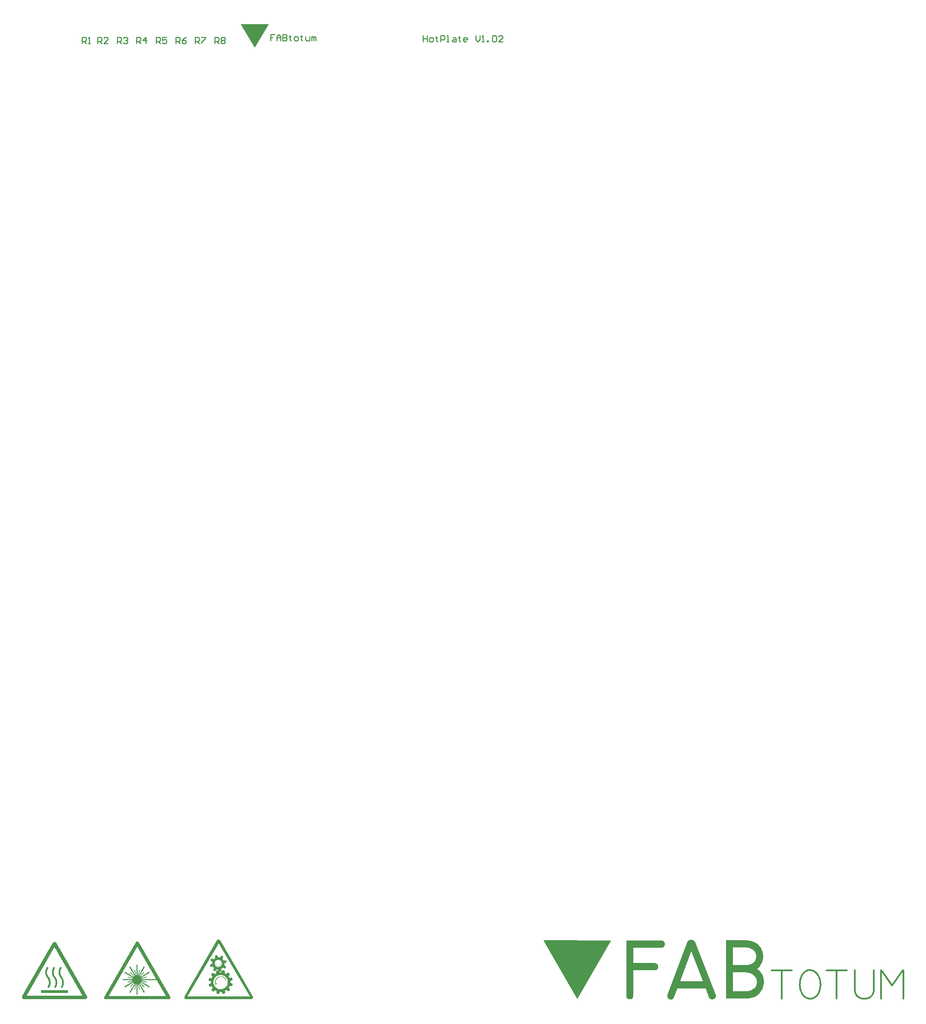
<source format=gto>
%FSLAX25Y25*%
%MOIN*%
G70*
G01*
G75*
G04 Layer_Color=65535*
%ADD10R,0.06299X0.06299*%
%ADD11C,0.00800*%
%ADD12R,0.13900X8.43450*%
%ADD13R,0.12800X0.39900*%
%ADD14R,0.13700X8.34950*%
%ADD15C,0.06299*%
%ADD16C,0.01000*%
%ADD17C,0.12402*%
%ADD18C,0.02400*%
%ADD19R,0.02756X0.03543*%
%ADD20R,0.04724X0.06299*%
%ADD21R,0.08465X0.05906*%
%ADD22R,0.07874X0.05118*%
%ADD23C,0.02500*%
%ADD24C,0.01000*%
%ADD25R,8.76200X0.23800*%
%ADD26R,8.47300X0.35000*%
G36*
X72322Y157241D02*
X72758D01*
Y157023D01*
X72976D01*
Y156806D01*
X73193D01*
Y156588D01*
X73411D01*
Y156370D01*
X73629D01*
Y156153D01*
Y155935D01*
X73846D01*
Y155717D01*
X74064D01*
Y155500D01*
Y155282D01*
X74282D01*
Y155064D01*
Y154847D01*
X74499D01*
Y154629D01*
X74717D01*
Y154411D01*
Y154194D01*
X74935D01*
Y153976D01*
Y153758D01*
X75152D01*
Y153541D01*
Y153323D01*
X75370D01*
Y153105D01*
Y152887D01*
X75588D01*
Y152670D01*
X75805D01*
Y152452D01*
Y152234D01*
X76023D01*
Y152017D01*
Y151799D01*
X76241D01*
Y151581D01*
X76459D01*
Y151364D01*
Y151146D01*
X76676D01*
Y150928D01*
Y150711D01*
X76894D01*
Y150493D01*
X77112D01*
Y150275D01*
Y150058D01*
X77329D01*
Y149840D01*
Y149622D01*
X77547D01*
Y149405D01*
Y149187D01*
X77765D01*
Y148969D01*
Y148751D01*
X77982D01*
Y148534D01*
X78200D01*
Y148316D01*
Y148099D01*
X78418D01*
Y147881D01*
Y147663D01*
X78635D01*
Y147445D01*
X78853D01*
Y147228D01*
Y147010D01*
X79071D01*
Y146792D01*
Y146575D01*
X79288D01*
Y146357D01*
X79506D01*
Y146139D01*
Y145922D01*
X79724D01*
Y145704D01*
Y145486D01*
X79941D01*
Y145269D01*
Y145051D01*
X80159D01*
Y144833D01*
Y144616D01*
X80377D01*
Y144398D01*
X80594D01*
Y144180D01*
Y143963D01*
X80812D01*
Y143745D01*
Y143527D01*
X81030D01*
Y143309D01*
X81248D01*
Y143092D01*
Y142874D01*
X81465D01*
Y142656D01*
Y142439D01*
X81683D01*
Y142221D01*
Y142003D01*
X81901D01*
Y141786D01*
Y141568D01*
X82118D01*
Y141350D01*
X82336D01*
Y141133D01*
Y140915D01*
X82554D01*
Y140697D01*
Y140480D01*
X82771D01*
Y140262D01*
X82989D01*
Y140044D01*
Y139827D01*
X83207D01*
Y139609D01*
Y139391D01*
X83424D01*
Y139173D01*
X83642D01*
Y138956D01*
Y138738D01*
X83860D01*
Y138521D01*
Y138303D01*
X84077D01*
Y138085D01*
Y137867D01*
X84295D01*
Y137650D01*
Y137432D01*
X84513D01*
Y137214D01*
X84730D01*
Y136997D01*
Y136779D01*
X84948D01*
Y136561D01*
Y136344D01*
X85166D01*
Y136126D01*
X85383D01*
Y135908D01*
Y135691D01*
X85601D01*
Y135473D01*
Y135255D01*
X85819D01*
Y135038D01*
Y134820D01*
X86036D01*
Y134602D01*
Y134385D01*
X86254D01*
Y134167D01*
X86472D01*
Y133949D01*
Y133731D01*
X86690D01*
Y133514D01*
Y133296D01*
X86907D01*
Y133079D01*
X87125D01*
Y132861D01*
Y132643D01*
X87343D01*
Y132425D01*
Y132208D01*
X87560D01*
Y131990D01*
Y131772D01*
X87778D01*
Y131555D01*
X87996D01*
Y131337D01*
Y131119D01*
X88213D01*
Y130902D01*
Y130684D01*
X88431D01*
Y130466D01*
Y130249D01*
X88649D01*
Y130031D01*
X88866D01*
Y129813D01*
Y129596D01*
X89084D01*
Y129378D01*
Y129160D01*
X89302D01*
Y128943D01*
Y128725D01*
X89519D01*
Y128507D01*
X89737D01*
Y128289D01*
Y128072D01*
X89955D01*
Y127854D01*
Y127636D01*
X90172D01*
Y127419D01*
X90390D01*
Y127201D01*
Y126983D01*
X90608D01*
Y126766D01*
Y126548D01*
X90825D01*
Y126330D01*
Y126113D01*
X91043D01*
Y125895D01*
X91261D01*
Y125677D01*
Y125460D01*
X91479D01*
Y125242D01*
Y125024D01*
X91696D01*
Y124807D01*
Y124589D01*
X91914D01*
Y124371D01*
X92132D01*
Y124153D01*
Y123936D01*
X92349D01*
Y123718D01*
Y123501D01*
X92567D01*
Y123283D01*
Y123065D01*
X92785D01*
Y122847D01*
X93002D01*
Y122630D01*
Y122412D01*
X93220D01*
Y122194D01*
Y121977D01*
X93438D01*
Y121759D01*
Y121541D01*
X93655D01*
Y121324D01*
X93873D01*
Y121106D01*
Y120888D01*
X94091D01*
Y120671D01*
Y120453D01*
X94308D01*
Y120235D01*
Y120018D01*
X94526D01*
Y119800D01*
X94744D01*
Y119582D01*
Y119365D01*
X94961D01*
Y119147D01*
Y118929D01*
X95179D01*
Y118711D01*
Y118494D01*
X95397D01*
Y118276D01*
X95614D01*
Y118058D01*
Y117841D01*
X95832D01*
Y117623D01*
Y117405D01*
X96050D01*
Y117188D01*
Y116970D01*
X96267D01*
Y116752D01*
X96485D01*
Y116535D01*
Y116317D01*
X96703D01*
Y116099D01*
Y115882D01*
X96921D01*
Y115664D01*
X97138D01*
Y115446D01*
Y115229D01*
X97356D01*
Y115011D01*
Y114793D01*
X97574D01*
Y114576D01*
Y114358D01*
X97791D01*
Y114140D01*
X98009D01*
Y113923D01*
Y113705D01*
X98227D01*
Y113487D01*
Y113269D01*
X98444D01*
Y113052D01*
Y112834D01*
X98662D01*
Y112616D01*
X98880D01*
Y112399D01*
Y112181D01*
X99097D01*
Y111963D01*
Y111746D01*
X99315D01*
Y111528D01*
Y111310D01*
X99533D01*
Y111093D01*
X99750D01*
Y110875D01*
Y110657D01*
X99968D01*
Y110440D01*
Y110222D01*
X100186D01*
Y110004D01*
Y109787D01*
X100403D01*
Y109569D01*
X100621D01*
Y109351D01*
Y109134D01*
X100839D01*
Y108916D01*
Y108698D01*
X101057D01*
Y108481D01*
Y108263D01*
X101274D01*
Y108045D01*
X101492D01*
Y107827D01*
Y107610D01*
X101709D01*
Y107392D01*
Y107174D01*
X101927D01*
Y106957D01*
X102145D01*
Y106739D01*
Y106521D01*
X102363D01*
Y106304D01*
Y106086D01*
X102580D01*
Y105868D01*
X102798D01*
Y105651D01*
Y105433D01*
X103016D01*
Y105215D01*
Y104998D01*
Y104780D01*
X103233D01*
Y104562D01*
Y104344D01*
Y104127D01*
Y103909D01*
Y103691D01*
Y103474D01*
Y103256D01*
Y103038D01*
X103016D01*
Y102821D01*
X102798D01*
Y102603D01*
X102580D01*
Y102385D01*
X102145D01*
Y102168D01*
X101709D01*
Y101950D01*
X42065D01*
Y102168D01*
X41412D01*
Y102385D01*
X40976D01*
Y102603D01*
X40759D01*
Y102821D01*
X40541D01*
Y103038D01*
X40323D01*
Y103256D01*
Y103474D01*
Y103691D01*
Y103909D01*
Y104127D01*
Y104344D01*
Y104562D01*
Y104780D01*
Y104998D01*
X40541D01*
Y105215D01*
Y105433D01*
Y105651D01*
X40759D01*
Y105868D01*
Y106086D01*
X40976D01*
Y106304D01*
Y106521D01*
X41194D01*
Y106739D01*
X41412D01*
Y106957D01*
Y107174D01*
X41629D01*
Y107392D01*
Y107610D01*
X41847D01*
Y107827D01*
Y108045D01*
X42065D01*
Y108263D01*
X42283D01*
Y108481D01*
Y108698D01*
X42500D01*
Y108916D01*
Y109134D01*
X42718D01*
Y109351D01*
Y109569D01*
X42936D01*
Y109787D01*
X43153D01*
Y110004D01*
Y110222D01*
X43371D01*
Y110440D01*
Y110657D01*
X43589D01*
Y110875D01*
X43806D01*
Y111093D01*
Y111310D01*
X44024D01*
Y111528D01*
Y111746D01*
X44242D01*
Y111963D01*
X44459D01*
Y112181D01*
Y112399D01*
X44677D01*
Y112616D01*
Y112834D01*
X44895D01*
Y113052D01*
Y113269D01*
X45112D01*
Y113487D01*
Y113705D01*
X45330D01*
Y113923D01*
X45548D01*
Y114140D01*
Y114358D01*
X45765D01*
Y114576D01*
Y114793D01*
X45983D01*
Y115011D01*
X46201D01*
Y115229D01*
Y115446D01*
X46418D01*
Y115664D01*
Y115882D01*
X46636D01*
Y116099D01*
Y116317D01*
X46854D01*
Y116535D01*
X47071D01*
Y116752D01*
Y116970D01*
X47289D01*
Y117188D01*
Y117405D01*
X47507D01*
Y117623D01*
Y117841D01*
X47725D01*
Y118058D01*
X47942D01*
Y118276D01*
Y118494D01*
X48160D01*
Y118711D01*
Y118929D01*
X48378D01*
Y119147D01*
X48595D01*
Y119365D01*
Y119582D01*
X48813D01*
Y119800D01*
Y120018D01*
X49031D01*
Y120235D01*
Y120453D01*
X49248D01*
Y120671D01*
Y120888D01*
X49466D01*
Y121106D01*
X49684D01*
Y121324D01*
Y121541D01*
X49901D01*
Y121759D01*
Y121977D01*
X50119D01*
Y122194D01*
X50337D01*
Y122412D01*
Y122630D01*
X50554D01*
Y122847D01*
Y123065D01*
X50772D01*
Y123283D01*
X50990D01*
Y123501D01*
Y123718D01*
X51207D01*
Y123936D01*
Y124153D01*
X51425D01*
Y124371D01*
Y124589D01*
X51643D01*
Y124807D01*
Y125024D01*
X51860D01*
Y125242D01*
X52078D01*
Y125460D01*
Y125677D01*
X52296D01*
Y125895D01*
Y126113D01*
X52513D01*
Y126330D01*
X52731D01*
Y126548D01*
Y126766D01*
X52949D01*
Y126983D01*
Y127201D01*
X53167D01*
Y127419D01*
Y127636D01*
X53384D01*
Y127854D01*
X53602D01*
Y128072D01*
Y128289D01*
X53820D01*
Y128507D01*
Y128725D01*
X54037D01*
Y128943D01*
Y129160D01*
X54255D01*
Y129378D01*
X54473D01*
Y129596D01*
Y129813D01*
X54690D01*
Y130031D01*
Y130249D01*
X54908D01*
Y130466D01*
X55126D01*
Y130684D01*
Y130902D01*
X55343D01*
Y131119D01*
Y131337D01*
X55561D01*
Y131555D01*
Y131772D01*
X55779D01*
Y131990D01*
X55996D01*
Y132208D01*
Y132425D01*
X56214D01*
Y132643D01*
Y132861D01*
X56432D01*
Y133079D01*
Y133296D01*
X56650D01*
Y133514D01*
X56867D01*
Y133731D01*
Y133949D01*
X57085D01*
Y134167D01*
Y134385D01*
X57302D01*
Y134602D01*
X57520D01*
Y134820D01*
Y135038D01*
X57738D01*
Y135255D01*
Y135473D01*
X57956D01*
Y135691D01*
Y135908D01*
X58173D01*
Y136126D01*
Y136344D01*
X58391D01*
Y136561D01*
X58609D01*
Y136779D01*
Y136997D01*
X58826D01*
Y137214D01*
Y137432D01*
X59044D01*
Y137650D01*
X59262D01*
Y137867D01*
Y138085D01*
X59479D01*
Y138303D01*
Y138521D01*
X59697D01*
Y138738D01*
X59915D01*
Y138956D01*
Y139173D01*
X60132D01*
Y139391D01*
Y139609D01*
X60350D01*
Y139827D01*
Y140044D01*
X60568D01*
Y140262D01*
Y140480D01*
X60785D01*
Y140697D01*
X61003D01*
Y140915D01*
Y141133D01*
X61221D01*
Y141350D01*
Y141568D01*
X61439D01*
Y141786D01*
X61656D01*
Y142003D01*
Y142221D01*
X61874D01*
Y142439D01*
Y142656D01*
X62091D01*
Y142874D01*
X62309D01*
Y143092D01*
Y143309D01*
X62527D01*
Y143527D01*
Y143745D01*
X62745D01*
Y143963D01*
Y144180D01*
X62962D01*
Y144398D01*
Y144616D01*
X63180D01*
Y144833D01*
X63398D01*
Y145051D01*
Y145269D01*
X63615D01*
Y145486D01*
Y145704D01*
X63833D01*
Y145922D01*
X64051D01*
Y146139D01*
Y146357D01*
X64268D01*
Y146575D01*
Y146792D01*
X64486D01*
Y147010D01*
Y147228D01*
X64704D01*
Y147445D01*
X64921D01*
Y147663D01*
Y147881D01*
X65139D01*
Y148099D01*
Y148316D01*
X65357D01*
Y148534D01*
Y148751D01*
X65574D01*
Y148969D01*
X65792D01*
Y149187D01*
Y149405D01*
X66010D01*
Y149622D01*
Y149840D01*
X66228D01*
Y150058D01*
X66445D01*
Y150275D01*
Y150493D01*
X66663D01*
Y150711D01*
Y150928D01*
X66881D01*
Y151146D01*
X67098D01*
Y151364D01*
Y151581D01*
X67316D01*
Y151799D01*
Y152017D01*
X67534D01*
Y152234D01*
Y152452D01*
X67751D01*
Y152670D01*
Y152887D01*
X67969D01*
Y153105D01*
X68187D01*
Y153323D01*
Y153541D01*
X68404D01*
Y153758D01*
Y153976D01*
X68622D01*
Y154194D01*
X68840D01*
Y154411D01*
Y154629D01*
X69057D01*
Y154847D01*
Y155064D01*
X69275D01*
Y155282D01*
Y155500D01*
X69493D01*
Y155717D01*
X69710D01*
Y155935D01*
Y156153D01*
X69928D01*
Y156370D01*
X70146D01*
Y156588D01*
X70363D01*
Y156806D01*
X70581D01*
Y157023D01*
X70799D01*
Y157241D01*
X71234D01*
Y157459D01*
X72322D01*
Y157241D01*
D02*
G37*
G36*
X658976Y158712D02*
X659504Y158624D01*
X660207Y158360D01*
X660822Y157921D01*
X661349Y157306D01*
X661701Y156427D01*
X661877Y155284D01*
Y155108D01*
X661789Y154757D01*
X661701Y154141D01*
X661437Y153526D01*
X661086Y152911D01*
X660470Y152296D01*
X659591Y151944D01*
X658449Y151768D01*
X631291D01*
Y137003D01*
X652297D01*
X652648Y136915D01*
X653175Y136827D01*
X653791Y136563D01*
X654406Y136124D01*
X654933Y135509D01*
X655285Y134630D01*
X655461Y133487D01*
Y133311D01*
X655373Y132960D01*
X655285Y132345D01*
X655021Y131729D01*
X654670Y131114D01*
X654054Y130499D01*
X653263Y130148D01*
X652121Y129972D01*
X631291D01*
Y105538D01*
Y105362D01*
X631203Y105011D01*
X631115Y104396D01*
X630852Y103780D01*
X630500Y103165D01*
X629885Y102550D01*
X629006Y102199D01*
X627863Y102023D01*
X627687D01*
X627336Y102111D01*
X626809Y102199D01*
X626193Y102462D01*
X625578Y102902D01*
X625051Y103517D01*
X624699Y104396D01*
X624523Y105538D01*
Y158800D01*
X658625D01*
X658976Y158712D01*
D02*
G37*
G36*
X892572Y130899D02*
X892748Y130811D01*
X892924Y130679D01*
X893099Y130459D01*
X893187Y130196D01*
X893231Y129844D01*
Y102733D01*
Y102689D01*
Y102602D01*
X893143Y102338D01*
X893011Y102162D01*
X892880Y102030D01*
X892660Y101942D01*
X892396Y101899D01*
X892264D01*
X892001Y101986D01*
X891825Y102118D01*
X891693Y102250D01*
X891605Y102470D01*
X891562Y102733D01*
Y128306D01*
X882598Y115520D01*
X882554Y115476D01*
X882510Y115388D01*
X882246Y115168D01*
X881895Y114905D01*
X881719Y114817D01*
X881499Y114773D01*
X881411D01*
X881148Y114861D01*
X881016Y114949D01*
X880840Y115037D01*
X880664Y115212D01*
X880489Y115432D01*
X871525Y128262D01*
Y102733D01*
Y102689D01*
Y102602D01*
X871437Y102338D01*
X871305Y102162D01*
X871173Y102030D01*
X870954Y101942D01*
X870690Y101899D01*
X870558D01*
X870294Y101986D01*
X870119Y102118D01*
X869987Y102250D01*
X869899Y102470D01*
X869855Y102733D01*
Y129844D01*
Y129888D01*
Y130020D01*
X869899Y130152D01*
X869987Y130372D01*
X870075Y130547D01*
X870207Y130679D01*
X870426Y130811D01*
X870734Y130855D01*
X870910D01*
X871085Y130811D01*
X871305Y130723D01*
X871569Y130591D01*
X871876Y130416D01*
X872140Y130152D01*
X872404Y129800D01*
X881543Y116926D01*
X890551Y129844D01*
X890595Y129888D01*
X890683Y130020D01*
X890858Y130196D01*
X891078Y130416D01*
X891298Y130591D01*
X891605Y130767D01*
X891913Y130899D01*
X892264Y130943D01*
X892396D01*
X892572Y130899D01*
D02*
G37*
G36*
X609325Y158913D02*
X609576Y158480D01*
X577480Y102351D01*
X576980Y102350D01*
X544817Y158517D01*
X545068Y158950D01*
X609325Y158913D01*
D02*
G37*
G36*
X230591Y159702D02*
X231019D01*
Y159560D01*
X231304D01*
Y159417D01*
X231447D01*
Y159274D01*
X231732D01*
Y159132D01*
Y158989D01*
X232017D01*
Y158847D01*
Y158704D01*
X232160D01*
Y158562D01*
X232303D01*
Y158419D01*
Y158276D01*
X232445D01*
Y158134D01*
Y157991D01*
X232588D01*
Y157849D01*
Y157706D01*
X232730D01*
Y157563D01*
X232873D01*
Y157421D01*
Y157278D01*
X233015D01*
Y157135D01*
Y156993D01*
X233158D01*
Y156850D01*
X233301D01*
Y156708D01*
Y156565D01*
X233443D01*
Y156423D01*
Y156280D01*
X233586D01*
Y156137D01*
Y155995D01*
X233729D01*
Y155852D01*
X233871D01*
Y155710D01*
Y155567D01*
X234014D01*
Y155424D01*
Y155282D01*
X234156D01*
Y155139D01*
X234299D01*
Y154997D01*
Y154854D01*
X234441D01*
Y154711D01*
Y154569D01*
X234584D01*
Y154426D01*
Y154284D01*
X234727D01*
Y154141D01*
X234869D01*
Y153998D01*
Y153856D01*
X235012D01*
Y153713D01*
Y153571D01*
X235155D01*
Y153428D01*
Y153285D01*
X235297D01*
Y153143D01*
X235440D01*
Y153000D01*
Y152858D01*
X235582D01*
Y152715D01*
Y152572D01*
X235725D01*
Y152430D01*
X235868D01*
Y152287D01*
Y152145D01*
X236010D01*
Y152002D01*
Y151859D01*
X236153D01*
Y151717D01*
X236295D01*
Y151574D01*
Y151432D01*
X236438D01*
Y151289D01*
Y151146D01*
X236580D01*
Y151004D01*
X236723D01*
Y150861D01*
Y150719D01*
X236866D01*
Y150576D01*
Y150433D01*
X237008D01*
Y150291D01*
Y150148D01*
X237151D01*
Y150006D01*
Y149863D01*
X237294D01*
Y149720D01*
X237436D01*
Y149578D01*
Y149435D01*
X237579D01*
Y149293D01*
Y149150D01*
X237721D01*
Y149007D01*
Y148865D01*
X237864D01*
Y148722D01*
X238006D01*
Y148580D01*
Y148437D01*
X238149D01*
Y148294D01*
Y148152D01*
X238292D01*
Y148009D01*
X238434D01*
Y147867D01*
Y147724D01*
X238577D01*
Y147582D01*
Y147439D01*
X238720D01*
Y147296D01*
Y147154D01*
X238862D01*
Y147011D01*
X239005D01*
Y146869D01*
Y146726D01*
X239147D01*
Y146583D01*
Y146441D01*
X239290D01*
Y146298D01*
X239433D01*
Y146156D01*
Y146013D01*
X239575D01*
Y145870D01*
Y145728D01*
X239718D01*
Y145585D01*
Y145442D01*
X239860D01*
Y145300D01*
X240003D01*
Y145157D01*
Y145015D01*
X240145D01*
Y144872D01*
Y144729D01*
X240288D01*
Y144587D01*
X240431D01*
Y144444D01*
Y144302D01*
X240573D01*
Y144159D01*
Y144017D01*
X240716D01*
Y143874D01*
X240858D01*
Y143731D01*
Y143589D01*
X241001D01*
Y143446D01*
Y143304D01*
X241144D01*
Y143161D01*
Y143018D01*
X241286D01*
Y142876D01*
X241429D01*
Y142733D01*
Y142590D01*
X241571D01*
Y142448D01*
Y142305D01*
X241714D01*
Y142163D01*
Y142020D01*
X241857D01*
Y141877D01*
X241999D01*
Y141735D01*
Y141592D01*
X242142D01*
Y141450D01*
Y141307D01*
X242284D01*
Y141165D01*
Y141022D01*
X242427D01*
Y140879D01*
X242570D01*
Y140737D01*
Y140594D01*
X242712D01*
Y140452D01*
Y140309D01*
X242855D01*
Y140166D01*
X242997D01*
Y140024D01*
Y139881D01*
X243140D01*
Y139739D01*
Y139596D01*
X243283D01*
Y139453D01*
X243425D01*
Y139311D01*
Y139168D01*
X243568D01*
Y139026D01*
Y138883D01*
X243710D01*
Y138740D01*
Y138598D01*
X243853D01*
Y138455D01*
Y138313D01*
X243996D01*
Y138170D01*
X244138D01*
Y138027D01*
Y137885D01*
X244281D01*
Y137742D01*
Y137600D01*
X244423D01*
Y137457D01*
X244566D01*
Y137314D01*
Y137172D01*
X244709D01*
Y137029D01*
Y136887D01*
X244851D01*
Y136744D01*
Y136601D01*
X244994D01*
Y136459D01*
X245136D01*
Y136316D01*
Y136174D01*
X245279D01*
Y136031D01*
Y135888D01*
X245422D01*
Y135746D01*
X245564D01*
Y135603D01*
Y135461D01*
X245707D01*
Y135318D01*
Y135175D01*
X245849D01*
Y135033D01*
Y134890D01*
X245992D01*
Y134748D01*
X246135D01*
Y134605D01*
Y134462D01*
X246277D01*
Y134320D01*
Y134177D01*
X246420D01*
Y134035D01*
X246562D01*
Y133892D01*
Y133749D01*
X246705D01*
Y133607D01*
Y133464D01*
X246848D01*
Y133322D01*
Y133179D01*
X246990D01*
Y133036D01*
X247133D01*
Y132894D01*
Y132751D01*
X247275D01*
Y132609D01*
Y132466D01*
X247418D01*
Y132324D01*
X247561D01*
Y132181D01*
Y132038D01*
X247703D01*
Y131896D01*
Y131753D01*
X247846D01*
Y131611D01*
Y131468D01*
X247988D01*
Y131325D01*
X248131D01*
Y131183D01*
Y131040D01*
X248274D01*
Y130897D01*
Y130755D01*
X248416D01*
Y130612D01*
X248559D01*
Y130470D01*
Y130327D01*
X248701D01*
Y130184D01*
Y130042D01*
X248844D01*
Y129899D01*
Y129757D01*
X248987D01*
Y129614D01*
X249129D01*
Y129472D01*
Y129329D01*
X249272D01*
Y129186D01*
Y129044D01*
X249414D01*
Y128901D01*
X249557D01*
Y128759D01*
Y128616D01*
X249699D01*
Y128473D01*
Y128331D01*
X249842D01*
Y128188D01*
Y128045D01*
X249985D01*
Y127903D01*
Y127760D01*
X250127D01*
Y127618D01*
X250270D01*
Y127475D01*
Y127332D01*
X250413D01*
Y127190D01*
Y127047D01*
X250555D01*
Y126905D01*
X250698D01*
Y126762D01*
Y126620D01*
X250840D01*
Y126477D01*
Y126334D01*
X250983D01*
Y126192D01*
X251126D01*
Y126049D01*
Y125907D01*
X251268D01*
Y125764D01*
Y125621D01*
X251411D01*
Y125479D01*
Y125336D01*
X251553D01*
Y125194D01*
X251696D01*
Y125051D01*
Y124908D01*
X251838D01*
Y124766D01*
Y124623D01*
X251981D01*
Y124480D01*
Y124338D01*
X252124D01*
Y124195D01*
X252266D01*
Y124053D01*
Y123910D01*
X252409D01*
Y123768D01*
Y123625D01*
X252552D01*
Y123482D01*
X252694D01*
Y123340D01*
Y123197D01*
X252837D01*
Y123055D01*
Y122912D01*
X252979D01*
Y122769D01*
Y122627D01*
X253122D01*
Y122484D01*
X253264D01*
Y122342D01*
Y122199D01*
X253407D01*
Y122056D01*
Y121914D01*
X253550D01*
Y121771D01*
X253692D01*
Y121629D01*
Y121486D01*
X253835D01*
Y121343D01*
Y121201D01*
X253977D01*
Y121058D01*
Y120916D01*
X254120D01*
Y120773D01*
X254263D01*
Y120630D01*
Y120488D01*
X254405D01*
Y120345D01*
Y120203D01*
X254548D01*
Y120060D01*
Y119917D01*
X254691D01*
Y119775D01*
X254833D01*
Y119632D01*
Y119490D01*
X254976D01*
Y119347D01*
Y119204D01*
X255118D01*
Y119062D01*
X255261D01*
Y118919D01*
Y118777D01*
X255403D01*
Y118634D01*
Y118491D01*
X255546D01*
Y118349D01*
Y118206D01*
X255689D01*
Y118064D01*
X255831D01*
Y117921D01*
Y117778D01*
X255974D01*
Y117636D01*
Y117493D01*
X256117D01*
Y117351D01*
Y117208D01*
X256259D01*
Y117065D01*
X256402D01*
Y116923D01*
Y116780D01*
X256544D01*
Y116638D01*
Y116495D01*
X256687D01*
Y116352D01*
X256830D01*
Y116210D01*
Y116067D01*
X256972D01*
Y115925D01*
Y115782D01*
X257115D01*
Y115639D01*
Y115497D01*
X257257D01*
Y115354D01*
X257400D01*
Y115212D01*
Y115069D01*
X257542D01*
Y114927D01*
Y114784D01*
X257685D01*
Y114641D01*
X257828D01*
Y114499D01*
Y114356D01*
X257970D01*
Y114214D01*
Y114071D01*
X258113D01*
Y113928D01*
X258255D01*
Y113786D01*
Y113643D01*
X258398D01*
Y113500D01*
Y113358D01*
X258541D01*
Y113215D01*
Y113073D01*
X258683D01*
Y112930D01*
X258826D01*
Y112787D01*
Y112645D01*
X258968D01*
Y112502D01*
Y112360D01*
X259111D01*
Y112217D01*
Y112074D01*
X259254D01*
Y111932D01*
X259396D01*
Y111789D01*
Y111647D01*
X259539D01*
Y111504D01*
Y111362D01*
X259681D01*
Y111219D01*
Y111076D01*
X259824D01*
Y110934D01*
X259967D01*
Y110791D01*
Y110649D01*
X260109D01*
Y110506D01*
X260252D01*
Y110363D01*
Y110221D01*
X260394D01*
Y110078D01*
Y109935D01*
X260537D01*
Y109793D01*
Y109650D01*
X260680D01*
Y109508D01*
X260822D01*
Y109365D01*
Y109222D01*
X260965D01*
Y109080D01*
Y108937D01*
X261107D01*
Y108795D01*
Y108652D01*
X261250D01*
Y108510D01*
X261393D01*
Y108367D01*
Y108224D01*
X261535D01*
Y108082D01*
Y107939D01*
X261678D01*
Y107797D01*
Y107654D01*
X261820D01*
Y107511D01*
X261963D01*
Y107369D01*
Y107226D01*
X262106D01*
Y107084D01*
Y106941D01*
X262248D01*
Y106798D01*
Y106656D01*
X262391D01*
Y106513D01*
X262533D01*
Y106371D01*
Y106228D01*
X262676D01*
Y106085D01*
Y105943D01*
X262819D01*
Y105800D01*
X262961D01*
Y105658D01*
Y105515D01*
X263104D01*
Y105372D01*
Y105230D01*
X263246D01*
Y105087D01*
Y104945D01*
X263389D01*
Y104802D01*
X263532D01*
Y104659D01*
Y104517D01*
Y104374D01*
X263674D01*
Y104232D01*
Y104089D01*
Y103946D01*
Y103804D01*
Y103661D01*
Y103519D01*
Y103376D01*
X263532D01*
Y103233D01*
Y103091D01*
X263389D01*
Y102948D01*
Y102806D01*
X263246D01*
Y102663D01*
X263104D01*
Y102520D01*
X262961D01*
Y102378D01*
X262676D01*
Y102235D01*
X262533D01*
Y102093D01*
X262106D01*
Y101950D01*
X198792D01*
Y102093D01*
X198507D01*
Y102235D01*
X198079D01*
Y102378D01*
X197936D01*
Y102520D01*
X197651D01*
Y102663D01*
X197509D01*
Y102806D01*
Y102948D01*
X197366D01*
Y103091D01*
Y103233D01*
X197223D01*
Y103376D01*
Y103519D01*
Y103661D01*
Y103804D01*
Y103946D01*
Y104089D01*
Y104232D01*
Y104374D01*
Y104517D01*
Y104659D01*
X197366D01*
Y104802D01*
Y104945D01*
X197509D01*
Y105087D01*
Y105230D01*
X197651D01*
Y105372D01*
Y105515D01*
X197794D01*
Y105658D01*
X197936D01*
Y105800D01*
Y105943D01*
X198079D01*
Y106085D01*
Y106228D01*
X198222D01*
Y106371D01*
Y106513D01*
X198364D01*
Y106656D01*
X198507D01*
Y106798D01*
Y106941D01*
X198649D01*
Y107084D01*
Y107226D01*
X198792D01*
Y107369D01*
Y107511D01*
X198935D01*
Y107654D01*
Y107797D01*
X199077D01*
Y107939D01*
X199220D01*
Y108082D01*
Y108224D01*
X199362D01*
Y108367D01*
Y108510D01*
X199505D01*
Y108652D01*
X199648D01*
Y108795D01*
Y108937D01*
X199790D01*
Y109080D01*
Y109222D01*
X199933D01*
Y109365D01*
Y109508D01*
X200075D01*
Y109650D01*
X200218D01*
Y109793D01*
Y109935D01*
X200360D01*
Y110078D01*
Y110221D01*
X200503D01*
Y110363D01*
X200646D01*
Y110506D01*
Y110649D01*
X200788D01*
Y110791D01*
Y110934D01*
X200931D01*
Y111076D01*
X201074D01*
Y111219D01*
Y111362D01*
X201216D01*
Y111504D01*
Y111647D01*
X201359D01*
Y111789D01*
Y111932D01*
X201501D01*
Y112074D01*
X201644D01*
Y112217D01*
Y112360D01*
X201786D01*
Y112502D01*
Y112645D01*
X201929D01*
Y112787D01*
Y112930D01*
X202072D01*
Y113073D01*
X202214D01*
Y113215D01*
Y113358D01*
X202357D01*
Y113500D01*
Y113643D01*
X202500D01*
Y113786D01*
X202642D01*
Y113928D01*
Y114071D01*
X202785D01*
Y114214D01*
Y114356D01*
X202927D01*
Y114499D01*
Y114641D01*
X203070D01*
Y114784D01*
X203212D01*
Y114927D01*
Y115069D01*
X203355D01*
Y115212D01*
Y115354D01*
X203498D01*
Y115497D01*
Y115639D01*
X203640D01*
Y115782D01*
X203783D01*
Y115925D01*
Y116067D01*
X203925D01*
Y116210D01*
Y116352D01*
X204068D01*
Y116495D01*
Y116638D01*
X204211D01*
Y116780D01*
X204353D01*
Y116923D01*
Y117065D01*
X204496D01*
Y117208D01*
Y117351D01*
X204639D01*
Y117493D01*
Y117636D01*
X204781D01*
Y117778D01*
X204924D01*
Y117921D01*
Y118064D01*
X205066D01*
Y118206D01*
Y118349D01*
X205209D01*
Y118491D01*
Y118634D01*
X205351D01*
Y118777D01*
X205494D01*
Y118919D01*
Y119062D01*
X205637D01*
Y119204D01*
Y119347D01*
X205779D01*
Y119490D01*
X205922D01*
Y119632D01*
Y119775D01*
X206065D01*
Y119917D01*
Y120060D01*
X206207D01*
Y120203D01*
Y120345D01*
X206350D01*
Y120488D01*
X206492D01*
Y120630D01*
Y120773D01*
X206635D01*
Y120916D01*
Y121058D01*
X206778D01*
Y121201D01*
Y121343D01*
X206920D01*
Y121486D01*
X207063D01*
Y121629D01*
Y121771D01*
X207205D01*
Y121914D01*
Y122056D01*
X207348D01*
Y122199D01*
X207490D01*
Y122342D01*
Y122484D01*
X207633D01*
Y122627D01*
Y122769D01*
X207776D01*
Y122912D01*
X207918D01*
Y123055D01*
Y123197D01*
X208061D01*
Y123340D01*
Y123482D01*
X208204D01*
Y123625D01*
Y123768D01*
X208346D01*
Y123910D01*
X208489D01*
Y124053D01*
Y124195D01*
X208631D01*
Y124338D01*
Y124480D01*
X208774D01*
Y124623D01*
Y124766D01*
X208916D01*
Y124908D01*
X209059D01*
Y125051D01*
Y125194D01*
X209202D01*
Y125336D01*
Y125479D01*
X209344D01*
Y125621D01*
Y125764D01*
X209487D01*
Y125907D01*
X209629D01*
Y126049D01*
Y126192D01*
X209772D01*
Y126334D01*
Y126477D01*
X209915D01*
Y126620D01*
X210057D01*
Y126762D01*
Y126905D01*
X210200D01*
Y127047D01*
Y127190D01*
X210342D01*
Y127332D01*
Y127475D01*
X210485D01*
Y127618D01*
X210628D01*
Y127760D01*
Y127903D01*
X210770D01*
Y128045D01*
Y128188D01*
X210913D01*
Y128331D01*
Y128473D01*
X211055D01*
Y128616D01*
X211198D01*
Y128759D01*
Y128901D01*
X211341D01*
Y129044D01*
Y129186D01*
X211483D01*
Y129329D01*
Y129472D01*
X211626D01*
Y129614D01*
X211768D01*
Y129757D01*
Y129899D01*
X211911D01*
Y130042D01*
Y130184D01*
X212054D01*
Y130327D01*
X212196D01*
Y130470D01*
Y130612D01*
X212339D01*
Y130755D01*
Y130897D01*
X212481D01*
Y131040D01*
X212624D01*
Y131183D01*
Y131325D01*
X212767D01*
Y131468D01*
Y131611D01*
X212909D01*
Y131753D01*
Y131896D01*
X213052D01*
Y132038D01*
X213194D01*
Y132181D01*
Y132324D01*
X213337D01*
Y132466D01*
Y132609D01*
X213480D01*
Y132751D01*
Y132894D01*
X213622D01*
Y133036D01*
Y133179D01*
X213765D01*
Y133322D01*
X213907D01*
Y133464D01*
Y133607D01*
X214050D01*
Y133749D01*
X214193D01*
Y133892D01*
Y134035D01*
X214335D01*
Y134177D01*
Y134320D01*
X214478D01*
Y134462D01*
Y134605D01*
X214620D01*
Y134748D01*
Y134890D01*
X214763D01*
Y135033D01*
X214906D01*
Y135175D01*
Y135318D01*
X215048D01*
Y135461D01*
Y135603D01*
X215191D01*
Y135746D01*
X215333D01*
Y135888D01*
Y136031D01*
X215476D01*
Y136174D01*
Y136316D01*
X215619D01*
Y136459D01*
Y136601D01*
X215761D01*
Y136744D01*
X215904D01*
Y136887D01*
Y137029D01*
X216046D01*
Y137172D01*
Y137314D01*
X216189D01*
Y137457D01*
X216332D01*
Y137600D01*
Y137742D01*
X216474D01*
Y137885D01*
Y138027D01*
X216617D01*
Y138170D01*
Y138313D01*
X216759D01*
Y138455D01*
X216902D01*
Y138598D01*
Y138740D01*
X217044D01*
Y138883D01*
Y139026D01*
X217187D01*
Y139168D01*
Y139311D01*
X217330D01*
Y139453D01*
X217472D01*
Y139596D01*
Y139739D01*
X217615D01*
Y139881D01*
Y140024D01*
X217758D01*
Y140166D01*
X217900D01*
Y140309D01*
Y140452D01*
X218043D01*
Y140594D01*
Y140737D01*
X218185D01*
Y140879D01*
Y141022D01*
X218328D01*
Y141165D01*
Y141307D01*
X218471D01*
Y141450D01*
X218613D01*
Y141592D01*
Y141735D01*
X218756D01*
Y141877D01*
Y142020D01*
X218898D01*
Y142163D01*
X219041D01*
Y142305D01*
Y142448D01*
X219183D01*
Y142590D01*
Y142733D01*
X219326D01*
Y142876D01*
Y143018D01*
X219469D01*
Y143161D01*
X219611D01*
Y143304D01*
Y143446D01*
X219754D01*
Y143589D01*
Y143731D01*
X219897D01*
Y143874D01*
X220039D01*
Y144017D01*
Y144159D01*
X220182D01*
Y144302D01*
Y144444D01*
X220324D01*
Y144587D01*
Y144729D01*
X220467D01*
Y144872D01*
Y145015D01*
X220609D01*
Y145157D01*
X220752D01*
Y145300D01*
Y145442D01*
X220895D01*
Y145585D01*
X221037D01*
Y145728D01*
Y145870D01*
X221180D01*
Y146013D01*
Y146156D01*
X221322D01*
Y146298D01*
Y146441D01*
X221465D01*
Y146583D01*
X221608D01*
Y146726D01*
Y146869D01*
X221750D01*
Y147011D01*
Y147154D01*
X221893D01*
Y147296D01*
Y147439D01*
X222036D01*
Y147582D01*
Y147724D01*
X222178D01*
Y147867D01*
X222321D01*
Y148009D01*
Y148152D01*
X222463D01*
Y148294D01*
Y148437D01*
X222606D01*
Y148580D01*
X222748D01*
Y148722D01*
Y148865D01*
X222891D01*
Y149007D01*
Y149150D01*
X223034D01*
Y149293D01*
X223176D01*
Y149435D01*
Y149578D01*
X223319D01*
Y149720D01*
Y149863D01*
X223462D01*
Y150006D01*
Y150148D01*
X223604D01*
Y150291D01*
X223747D01*
Y150433D01*
Y150576D01*
X223889D01*
Y150719D01*
Y150861D01*
X224032D01*
Y151004D01*
Y151146D01*
X224174D01*
Y151289D01*
X224317D01*
Y151432D01*
Y151574D01*
X224460D01*
Y151717D01*
Y151859D01*
X224602D01*
Y152002D01*
X224745D01*
Y152145D01*
Y152287D01*
X224887D01*
Y152430D01*
Y152572D01*
X225030D01*
Y152715D01*
Y152858D01*
X225173D01*
Y153000D01*
Y153143D01*
X225315D01*
Y153285D01*
X225458D01*
Y153428D01*
Y153571D01*
X225600D01*
Y153713D01*
Y153856D01*
X225743D01*
Y153998D01*
X225886D01*
Y154141D01*
Y154284D01*
X226028D01*
Y154426D01*
Y154569D01*
X226171D01*
Y154711D01*
X226313D01*
Y154854D01*
Y154997D01*
X226456D01*
Y155139D01*
Y155282D01*
X226599D01*
Y155424D01*
Y155567D01*
X226741D01*
Y155710D01*
X226884D01*
Y155852D01*
Y155995D01*
X227026D01*
Y156137D01*
Y156280D01*
X227169D01*
Y156423D01*
Y156565D01*
X227312D01*
Y156708D01*
X227454D01*
Y156850D01*
Y156993D01*
X227597D01*
Y157135D01*
Y157278D01*
X227739D01*
Y157421D01*
X227882D01*
Y157563D01*
Y157706D01*
X228025D01*
Y157849D01*
Y157991D01*
X228167D01*
Y158134D01*
Y158276D01*
X228310D01*
Y158419D01*
X228452D01*
Y158562D01*
Y158704D01*
X228595D01*
Y158847D01*
X228738D01*
Y158989D01*
Y159132D01*
X229023D01*
Y159274D01*
X229165D01*
Y159417D01*
X229308D01*
Y159560D01*
X229593D01*
Y159702D01*
X230021D01*
Y159845D01*
X230591D01*
Y159702D01*
D02*
G37*
G36*
X152312Y157659D02*
X152676D01*
Y157477D01*
X152858D01*
Y157295D01*
X153040D01*
Y157113D01*
X153222D01*
Y156931D01*
X153404D01*
Y156749D01*
Y156567D01*
X153586D01*
Y156385D01*
Y156203D01*
X153768D01*
Y156021D01*
Y155839D01*
X153950D01*
Y155657D01*
X154132D01*
Y155475D01*
Y155293D01*
X154314D01*
Y155111D01*
Y154929D01*
X154496D01*
Y154747D01*
Y154564D01*
X154678D01*
Y154383D01*
X154860D01*
Y154200D01*
Y154018D01*
X155043D01*
Y153836D01*
Y153654D01*
X155225D01*
Y153472D01*
X155407D01*
Y153290D01*
Y153108D01*
X155589D01*
Y152926D01*
Y152744D01*
X155771D01*
Y152562D01*
Y152380D01*
X155953D01*
Y152198D01*
X156135D01*
Y152016D01*
Y151834D01*
X156317D01*
Y151652D01*
Y151470D01*
X156499D01*
Y151287D01*
X156681D01*
Y151105D01*
Y150923D01*
X156863D01*
Y150741D01*
Y150559D01*
X157045D01*
Y150377D01*
Y150195D01*
X157227D01*
Y150013D01*
X157409D01*
Y149831D01*
Y149649D01*
X157591D01*
Y149467D01*
Y149285D01*
X157773D01*
Y149103D01*
X157955D01*
Y148921D01*
Y148739D01*
X158137D01*
Y148557D01*
Y148375D01*
X158319D01*
Y148193D01*
Y148011D01*
X158502D01*
Y147828D01*
X158684D01*
Y147646D01*
Y147464D01*
X158866D01*
Y147282D01*
Y147100D01*
X159048D01*
Y146918D01*
Y146736D01*
X159230D01*
Y146554D01*
X159412D01*
Y146372D01*
Y146190D01*
X159594D01*
Y146008D01*
Y145826D01*
X159776D01*
Y145644D01*
Y145462D01*
X159958D01*
Y145280D01*
X160140D01*
Y145098D01*
Y144915D01*
X160322D01*
Y144733D01*
Y144551D01*
X160504D01*
Y144369D01*
X160686D01*
Y144187D01*
Y144005D01*
X160868D01*
Y143823D01*
Y143641D01*
X161050D01*
Y143459D01*
Y143277D01*
X161232D01*
Y143095D01*
X161415D01*
Y142913D01*
Y142731D01*
X161597D01*
Y142549D01*
Y142367D01*
X161779D01*
Y142185D01*
Y142003D01*
X161961D01*
Y141821D01*
X162143D01*
Y141639D01*
Y141456D01*
X162325D01*
Y141274D01*
Y141092D01*
X162507D01*
Y140910D01*
Y140728D01*
X162689D01*
Y140546D01*
X162871D01*
Y140364D01*
Y140182D01*
X163053D01*
Y140000D01*
Y139818D01*
X163235D01*
Y139636D01*
X163417D01*
Y139454D01*
Y139272D01*
X163599D01*
Y139090D01*
Y138908D01*
X163781D01*
Y138725D01*
Y138543D01*
X163963D01*
Y138361D01*
X164145D01*
Y138179D01*
Y137997D01*
X164327D01*
Y137815D01*
Y137633D01*
X164509D01*
Y137451D01*
X164691D01*
Y137269D01*
Y137087D01*
X164874D01*
Y136905D01*
Y136723D01*
X165056D01*
Y136541D01*
Y136359D01*
X165238D01*
Y136177D01*
Y135995D01*
X165420D01*
Y135813D01*
X165602D01*
Y135631D01*
Y135449D01*
X165784D01*
Y135266D01*
Y135084D01*
X165966D01*
Y134902D01*
Y134720D01*
X166148D01*
Y134538D01*
X166330D01*
Y134356D01*
Y134174D01*
X166512D01*
Y133992D01*
Y133810D01*
X166694D01*
Y133628D01*
X166876D01*
Y133446D01*
Y133264D01*
X167058D01*
Y133082D01*
Y132900D01*
X167240D01*
Y132718D01*
X167422D01*
Y132536D01*
Y132353D01*
X167604D01*
Y132171D01*
Y131989D01*
X167786D01*
Y131807D01*
Y131625D01*
X167968D01*
Y131443D01*
X168151D01*
Y131261D01*
Y131079D01*
X168333D01*
Y130897D01*
Y130715D01*
X168515D01*
Y130533D01*
Y130351D01*
X168697D01*
Y130169D01*
X168879D01*
Y129987D01*
Y129805D01*
X169061D01*
Y129623D01*
Y129441D01*
X169243D01*
Y129259D01*
Y129077D01*
X169425D01*
Y128894D01*
X169607D01*
Y128712D01*
Y128530D01*
X169789D01*
Y128348D01*
Y128166D01*
X169971D01*
Y127984D01*
X170153D01*
Y127802D01*
Y127620D01*
X170335D01*
Y127438D01*
Y127256D01*
X170517D01*
Y127074D01*
Y126892D01*
X170699D01*
Y126710D01*
X170881D01*
Y126528D01*
Y126346D01*
X171063D01*
Y126164D01*
Y125982D01*
X171246D01*
Y125800D01*
Y125617D01*
X171428D01*
Y125435D01*
X171610D01*
Y125253D01*
Y125071D01*
X171792D01*
Y124889D01*
Y124707D01*
X171974D01*
Y124525D01*
X172156D01*
Y124343D01*
Y124161D01*
X172338D01*
Y123979D01*
Y123797D01*
X172520D01*
Y123615D01*
Y123433D01*
X172702D01*
Y123251D01*
X172884D01*
Y123069D01*
Y122887D01*
X173066D01*
Y122705D01*
Y122522D01*
X173248D01*
Y122340D01*
X173430D01*
Y122158D01*
Y121976D01*
X173612D01*
Y121794D01*
Y121612D01*
X173794D01*
Y121430D01*
Y121248D01*
X173976D01*
Y121066D01*
X174158D01*
Y120884D01*
Y120702D01*
X174340D01*
Y120520D01*
Y120338D01*
X174523D01*
Y120156D01*
Y119974D01*
X174705D01*
Y119792D01*
X174887D01*
Y119610D01*
Y119428D01*
X175069D01*
Y119245D01*
Y119063D01*
X175251D01*
Y118881D01*
Y118699D01*
X175433D01*
Y118517D01*
X175615D01*
Y118335D01*
Y118153D01*
X175797D01*
Y117971D01*
Y117789D01*
X175979D01*
Y117607D01*
X176161D01*
Y117425D01*
Y117243D01*
X176343D01*
Y117061D01*
Y116879D01*
X176525D01*
Y116697D01*
Y116515D01*
X176707D01*
Y116332D01*
X176889D01*
Y116150D01*
Y115968D01*
X177071D01*
Y115786D01*
Y115604D01*
X177253D01*
Y115422D01*
Y115240D01*
X177436D01*
Y115058D01*
X177618D01*
Y114876D01*
Y114694D01*
X177800D01*
Y114512D01*
Y114330D01*
X177982D01*
Y114148D01*
Y113966D01*
X178164D01*
Y113784D01*
X178346D01*
Y113602D01*
Y113420D01*
X178528D01*
Y113238D01*
Y113056D01*
X178710D01*
Y112873D01*
X178892D01*
Y112691D01*
Y112509D01*
X179074D01*
Y112327D01*
Y112145D01*
X179256D01*
Y111963D01*
Y111781D01*
X179438D01*
Y111599D01*
X179620D01*
Y111417D01*
Y111235D01*
X179802D01*
Y111053D01*
Y110871D01*
X179984D01*
Y110689D01*
X180166D01*
Y110507D01*
Y110325D01*
X180348D01*
Y110143D01*
Y109960D01*
X180530D01*
Y109778D01*
Y109596D01*
X180712D01*
Y109414D01*
X180895D01*
Y109232D01*
Y109050D01*
X181077D01*
Y108868D01*
Y108686D01*
X181259D01*
Y108504D01*
Y108322D01*
X181441D01*
Y108140D01*
X181623D01*
Y107958D01*
Y107776D01*
X181805D01*
Y107594D01*
Y107412D01*
X181987D01*
Y107230D01*
X182169D01*
Y107048D01*
Y106866D01*
X182351D01*
Y106684D01*
Y106501D01*
X182533D01*
Y106319D01*
Y106137D01*
X182715D01*
Y105955D01*
X182897D01*
Y105773D01*
Y105591D01*
X183079D01*
Y105409D01*
Y105227D01*
X183261D01*
Y105045D01*
Y104863D01*
X183443D01*
Y104681D01*
X183625D01*
Y104499D01*
Y104317D01*
X183808D01*
Y104135D01*
Y103953D01*
Y103771D01*
Y103588D01*
Y103407D01*
Y103224D01*
Y103042D01*
Y102860D01*
X183625D01*
Y102678D01*
Y102496D01*
X183443D01*
Y102314D01*
X183261D01*
Y102132D01*
X182897D01*
Y101950D01*
X120634D01*
Y102132D01*
X120270D01*
Y102314D01*
X120088D01*
Y102496D01*
X119905D01*
Y102678D01*
Y102860D01*
X119723D01*
Y103042D01*
Y103224D01*
Y103407D01*
Y103588D01*
Y103771D01*
Y103953D01*
Y104135D01*
Y104317D01*
X119905D01*
Y104499D01*
X120088D01*
Y104681D01*
Y104863D01*
X120270D01*
Y105045D01*
Y105227D01*
X120452D01*
Y105409D01*
Y105591D01*
X120634D01*
Y105773D01*
X120816D01*
Y105955D01*
Y106137D01*
X120998D01*
Y106319D01*
Y106501D01*
X121180D01*
Y106684D01*
Y106866D01*
X121362D01*
Y107048D01*
X121544D01*
Y107230D01*
Y107412D01*
X121726D01*
Y107594D01*
Y107776D01*
X121908D01*
Y107958D01*
X122090D01*
Y108140D01*
Y108322D01*
X122272D01*
Y108504D01*
Y108686D01*
X122454D01*
Y108868D01*
Y109050D01*
X122636D01*
Y109232D01*
X122818D01*
Y109414D01*
Y109596D01*
X123000D01*
Y109778D01*
Y109960D01*
X123182D01*
Y110143D01*
Y110325D01*
X123364D01*
Y110507D01*
X123547D01*
Y110689D01*
Y110871D01*
X123729D01*
Y111053D01*
Y111235D01*
X123911D01*
Y111417D01*
X124093D01*
Y111599D01*
Y111781D01*
X124275D01*
Y111963D01*
Y112145D01*
X124457D01*
Y112327D01*
Y112509D01*
X124639D01*
Y112691D01*
X124821D01*
Y112873D01*
Y113056D01*
X125003D01*
Y113238D01*
Y113420D01*
X125185D01*
Y113602D01*
Y113784D01*
X125367D01*
Y113966D01*
X125549D01*
Y114148D01*
Y114330D01*
X125731D01*
Y114512D01*
Y114694D01*
X125913D01*
Y114876D01*
X126095D01*
Y115058D01*
Y115240D01*
X126277D01*
Y115422D01*
Y115604D01*
X126460D01*
Y115786D01*
Y115968D01*
X126642D01*
Y116150D01*
Y116332D01*
X126824D01*
Y116515D01*
X127006D01*
Y116697D01*
Y116879D01*
X127188D01*
Y117061D01*
Y117243D01*
X127370D01*
Y117425D01*
X127552D01*
Y117607D01*
Y117789D01*
X127734D01*
Y117971D01*
Y118153D01*
X127916D01*
Y118335D01*
Y118517D01*
X128098D01*
Y118699D01*
X128280D01*
Y118881D01*
Y119063D01*
X128462D01*
Y119245D01*
Y119428D01*
X128644D01*
Y119610D01*
X128826D01*
Y119792D01*
Y119974D01*
X129008D01*
Y120156D01*
Y120338D01*
X129190D01*
Y120520D01*
Y120702D01*
X129372D01*
Y120884D01*
X129554D01*
Y121066D01*
Y121248D01*
X129736D01*
Y121430D01*
Y121612D01*
X129919D01*
Y121794D01*
X130101D01*
Y121976D01*
Y122158D01*
X130283D01*
Y122340D01*
Y122522D01*
X130465D01*
Y122705D01*
Y122887D01*
X130647D01*
Y123069D01*
X130829D01*
Y123251D01*
Y123433D01*
X131011D01*
Y123615D01*
Y123797D01*
X131193D01*
Y123979D01*
Y124161D01*
X131375D01*
Y124343D01*
X131557D01*
Y124525D01*
Y124707D01*
X131739D01*
Y124889D01*
Y125071D01*
X131921D01*
Y125253D01*
Y125435D01*
X132103D01*
Y125617D01*
X132285D01*
Y125800D01*
Y125982D01*
X132467D01*
Y126164D01*
Y126346D01*
X132649D01*
Y126528D01*
X132832D01*
Y126710D01*
Y126892D01*
X133014D01*
Y127074D01*
Y127256D01*
X133196D01*
Y127438D01*
Y127620D01*
X133378D01*
Y127802D01*
X133560D01*
Y127984D01*
Y128166D01*
X133742D01*
Y128348D01*
Y128530D01*
X133924D01*
Y128712D01*
Y128894D01*
X134106D01*
Y129077D01*
X134288D01*
Y129259D01*
Y129441D01*
X134470D01*
Y129623D01*
Y129805D01*
X134652D01*
Y129987D01*
Y130169D01*
X134834D01*
Y130351D01*
X135016D01*
Y130533D01*
Y130715D01*
X135198D01*
Y130897D01*
Y131079D01*
X135380D01*
Y131261D01*
X135562D01*
Y131443D01*
Y131625D01*
X135744D01*
Y131807D01*
Y131989D01*
X135926D01*
Y132171D01*
Y132353D01*
X136109D01*
Y132536D01*
X136291D01*
Y132718D01*
Y132900D01*
X136473D01*
Y133082D01*
Y133264D01*
X136655D01*
Y133446D01*
X136837D01*
Y133628D01*
Y133810D01*
X137019D01*
Y133992D01*
Y134174D01*
X137201D01*
Y134356D01*
Y134538D01*
X137383D01*
Y134720D01*
X137565D01*
Y134902D01*
Y135084D01*
X137747D01*
Y135266D01*
Y135449D01*
X137929D01*
Y135631D01*
X138111D01*
Y135813D01*
Y135995D01*
X138293D01*
Y136177D01*
Y136359D01*
X138475D01*
Y136541D01*
Y136723D01*
X138657D01*
Y136905D01*
Y137087D01*
X138839D01*
Y137269D01*
X139021D01*
Y137451D01*
Y137633D01*
X139204D01*
Y137815D01*
Y137997D01*
X139385D01*
Y138179D01*
X139568D01*
Y138361D01*
Y138543D01*
X139750D01*
Y138725D01*
Y138908D01*
X139932D01*
Y139090D01*
Y139272D01*
X140114D01*
Y139454D01*
X140296D01*
Y139636D01*
Y139818D01*
X140478D01*
Y140000D01*
Y140182D01*
X140660D01*
Y140364D01*
X140842D01*
Y140546D01*
Y140728D01*
X141024D01*
Y140910D01*
Y141092D01*
X141206D01*
Y141274D01*
Y141456D01*
X141388D01*
Y141639D01*
X141570D01*
Y141821D01*
Y142003D01*
X141752D01*
Y142185D01*
Y142367D01*
X141934D01*
Y142549D01*
Y142731D01*
X142116D01*
Y142913D01*
X142298D01*
Y143095D01*
Y143277D01*
X142481D01*
Y143459D01*
Y143641D01*
X142663D01*
Y143823D01*
Y144005D01*
X142845D01*
Y144187D01*
X143027D01*
Y144369D01*
Y144551D01*
X143209D01*
Y144733D01*
Y144915D01*
X143391D01*
Y145098D01*
Y145280D01*
X143573D01*
Y145462D01*
X143755D01*
Y145644D01*
Y145826D01*
X143937D01*
Y146008D01*
Y146190D01*
X144119D01*
Y146372D01*
X144301D01*
Y146554D01*
Y146736D01*
X144483D01*
Y146918D01*
Y147100D01*
X144665D01*
Y147282D01*
Y147464D01*
X144847D01*
Y147646D01*
X145029D01*
Y147828D01*
Y148011D01*
X145211D01*
Y148193D01*
Y148375D01*
X145393D01*
Y148557D01*
X145575D01*
Y148739D01*
Y148921D01*
X145757D01*
Y149103D01*
Y149285D01*
X145940D01*
Y149467D01*
Y149649D01*
X146122D01*
Y149831D01*
X146304D01*
Y150013D01*
Y150195D01*
X146486D01*
Y150377D01*
Y150559D01*
X146668D01*
Y150741D01*
X146850D01*
Y150923D01*
Y151105D01*
X147032D01*
Y151287D01*
Y151470D01*
X147214D01*
Y151652D01*
Y151834D01*
X147396D01*
Y152016D01*
Y152198D01*
X147578D01*
Y152380D01*
X147760D01*
Y152562D01*
Y152744D01*
X147942D01*
Y152926D01*
Y153108D01*
X148124D01*
Y153290D01*
X148306D01*
Y153472D01*
Y153654D01*
X148488D01*
Y153836D01*
Y154018D01*
X148670D01*
Y154200D01*
Y154383D01*
X148853D01*
Y154564D01*
X149035D01*
Y154747D01*
Y154929D01*
X149217D01*
Y155111D01*
Y155293D01*
X149399D01*
Y155475D01*
X149581D01*
Y155657D01*
Y155839D01*
X149763D01*
Y156021D01*
Y156203D01*
X149945D01*
Y156385D01*
Y156567D01*
X150127D01*
Y156749D01*
X150309D01*
Y156931D01*
Y157113D01*
X150491D01*
Y157295D01*
X150673D01*
Y157477D01*
X150855D01*
Y157659D01*
X151219D01*
Y157842D01*
X152312D01*
Y157659D01*
D02*
G37*
G36*
X802363Y131075D02*
X802715Y131031D01*
X803154Y130987D01*
X803681Y130855D01*
X804209Y130723D01*
X804824Y130547D01*
X805483Y130284D01*
X806142Y129976D01*
X806845Y129581D01*
X807548Y129141D01*
X808207Y128614D01*
X808910Y127955D01*
X809569Y127252D01*
X810185Y126417D01*
X810229Y126373D01*
X810316Y126241D01*
X810448Y125978D01*
X810668Y125670D01*
X810888Y125231D01*
X811151Y124747D01*
X811415Y124176D01*
X811679Y123517D01*
X811942Y122814D01*
X812250Y122023D01*
X812469Y121188D01*
X812689Y120309D01*
X812909Y119343D01*
X813041Y118332D01*
X813129Y117321D01*
X813173Y116223D01*
Y116179D01*
Y115959D01*
Y115652D01*
X813129Y115256D01*
X813085Y114729D01*
X813041Y114158D01*
X812953Y113499D01*
X812821Y112796D01*
X812689Y112005D01*
X812469Y111214D01*
X812250Y110379D01*
X811986Y109544D01*
X811679Y108665D01*
X811283Y107830D01*
X810844Y106995D01*
X810360Y106205D01*
X810316Y106161D01*
X810229Y106029D01*
X810053Y105809D01*
X809789Y105502D01*
X809525Y105150D01*
X809130Y104755D01*
X808735Y104359D01*
X808207Y103964D01*
X807680Y103524D01*
X807065Y103129D01*
X806406Y102733D01*
X805703Y102382D01*
X804956Y102118D01*
X804121Y101855D01*
X803286Y101723D01*
X802363Y101679D01*
X802144D01*
X801880Y101723D01*
X801528Y101767D01*
X801133Y101811D01*
X800650Y101899D01*
X800122Y102074D01*
X799507Y102250D01*
X798892Y102470D01*
X798233Y102777D01*
X797574Y103173D01*
X796915Y103568D01*
X796212Y104095D01*
X795553Y104711D01*
X794937Y105414D01*
X794322Y106205D01*
X794278Y106249D01*
X794191Y106380D01*
X794059Y106644D01*
X793883Y106952D01*
X793663Y107347D01*
X793399Y107830D01*
X793180Y108402D01*
X792916Y109017D01*
X792609Y109720D01*
X792389Y110467D01*
X792125Y111302D01*
X791906Y112180D01*
X791730Y113147D01*
X791598Y114114D01*
X791510Y115168D01*
X791466Y116223D01*
Y116311D01*
Y116487D01*
Y116794D01*
X791510Y117234D01*
X791554Y117717D01*
X791598Y118332D01*
X791686Y118991D01*
X791818Y119694D01*
X791950Y120485D01*
X792125Y121320D01*
X792345Y122155D01*
X792609Y122990D01*
X792916Y123869D01*
X793268Y124747D01*
X793663Y125582D01*
X794146Y126417D01*
X794191Y126461D01*
X794278Y126637D01*
X794454Y126856D01*
X794674Y127164D01*
X794981Y127515D01*
X795333Y127911D01*
X795772Y128350D01*
X796256Y128790D01*
X796783Y129229D01*
X797354Y129625D01*
X797969Y130020D01*
X798672Y130372D01*
X799419Y130679D01*
X800166Y130899D01*
X801001Y131075D01*
X801880Y131119D01*
X802100D01*
X802363Y131075D01*
D02*
G37*
G36*
X688305Y159339D02*
X689008Y159163D01*
X689712Y158812D01*
X690327Y158372D01*
X691030Y157669D01*
X691469Y156790D01*
X710981Y106517D01*
X711069Y106429D01*
X711157Y106078D01*
X711244Y105550D01*
Y105111D01*
Y105023D01*
Y104847D01*
X711157Y104584D01*
X711069Y104320D01*
X710805Y103529D01*
X710454Y103089D01*
X710102Y102738D01*
X710014D01*
X709926Y102562D01*
X709399Y102298D01*
X708696Y102035D01*
X707729Y101859D01*
X707377D01*
X706938Y101947D01*
X706411Y102123D01*
X705883Y102386D01*
X705356Y102738D01*
X704829Y103265D01*
X704477Y103968D01*
X701225Y112582D01*
X674067D01*
X670815Y104056D01*
Y103968D01*
X670639Y103705D01*
X670464Y103353D01*
X670112Y103002D01*
X669761Y102562D01*
X669145Y102211D01*
X668530Y101947D01*
X667739Y101859D01*
X667475D01*
X667212Y101947D01*
X666948D01*
X666069Y102211D01*
X665278Y102738D01*
Y102826D01*
X665102Y102914D01*
X664751Y103441D01*
X664399Y104144D01*
X664311Y104584D01*
X664223Y105111D01*
Y105199D01*
Y105550D01*
X664311Y105990D01*
X664399Y106517D01*
X683208Y156790D01*
X683295Y156878D01*
X683383Y157230D01*
X683647Y157669D01*
X684087Y158196D01*
X684614Y158636D01*
X685317Y159075D01*
X686196Y159427D01*
X687251Y159515D01*
X687778D01*
X688305Y159339D01*
D02*
G37*
G36*
X740611Y158987D02*
X741314D01*
X742105Y158812D01*
X742984Y158724D01*
X743951Y158548D01*
X746060Y158021D01*
X748257Y157230D01*
X749312Y156702D01*
X750366Y156175D01*
X751333Y155472D01*
X752300Y154681D01*
X752388Y154593D01*
X752476Y154505D01*
X752740Y154242D01*
X753003Y153890D01*
X753355Y153450D01*
X753794Y153011D01*
X754673Y151693D01*
X755464Y150023D01*
X756255Y148089D01*
X756782Y145892D01*
X756870Y144661D01*
X756958Y143343D01*
Y143255D01*
Y142991D01*
Y142640D01*
X756870Y142201D01*
X756782Y141585D01*
X756695Y140794D01*
X756255Y139212D01*
X755552Y137279D01*
X755113Y136312D01*
X754497Y135257D01*
X753882Y134203D01*
X753091Y133236D01*
X752212Y132269D01*
X751158Y131302D01*
X751245D01*
X751421Y131126D01*
X751773Y130863D01*
X752212Y130599D01*
X752652Y130160D01*
X753179Y129632D01*
X753794Y129017D01*
X754410Y128314D01*
X755025Y127523D01*
X755640Y126556D01*
X756167Y125501D01*
X756607Y124359D01*
X757046Y123128D01*
X757398Y121722D01*
X757574Y120228D01*
X757661Y118558D01*
Y118382D01*
Y117855D01*
X757574Y117064D01*
X757398Y116097D01*
X757134Y114867D01*
X756695Y113548D01*
X756167Y112142D01*
X755464Y110648D01*
X754497Y109154D01*
X753355Y107748D01*
X751861Y106429D01*
X750191Y105199D01*
X748169Y104232D01*
X747027Y103793D01*
X745796Y103441D01*
X744478Y103089D01*
X743072Y102914D01*
X741490Y102826D01*
X739908Y102738D01*
X720923D01*
Y159075D01*
X739995D01*
X740611Y158987D01*
D02*
G37*
G36*
X864363Y130811D02*
X864495Y130679D01*
X864626Y130547D01*
X864714Y130328D01*
X864758Y130064D01*
Y111258D01*
Y111214D01*
Y111170D01*
Y111038D01*
Y110862D01*
X864714Y110423D01*
X864626Y109852D01*
X864450Y109149D01*
X864275Y108402D01*
X863967Y107567D01*
X863572Y106732D01*
X863044Y105853D01*
X862429Y105018D01*
X861682Y104183D01*
X860716Y103436D01*
X860232Y103129D01*
X859661Y102821D01*
X859046Y102514D01*
X858387Y102294D01*
X857684Y102074D01*
X856893Y101899D01*
X856102Y101767D01*
X855223Y101679D01*
X854212D01*
X853817Y101723D01*
X853334Y101767D01*
X852850Y101855D01*
X851752Y102074D01*
X851137Y102250D01*
X850566Y102426D01*
X849950Y102689D01*
X849335Y102997D01*
X848720Y103349D01*
X848149Y103744D01*
X848105Y103788D01*
X848017Y103876D01*
X847841Y104008D01*
X847622Y104227D01*
X847358Y104491D01*
X847050Y104798D01*
X846743Y105194D01*
X846435Y105633D01*
X846128Y106117D01*
X845820Y106644D01*
X845512Y107215D01*
X845249Y107874D01*
X845029Y108577D01*
X844853Y109324D01*
X844765Y110115D01*
X844722Y110950D01*
Y130064D01*
Y130108D01*
Y130196D01*
X844809Y130503D01*
X844941Y130635D01*
X845073Y130767D01*
X845293Y130855D01*
X845556Y130899D01*
X845688D01*
X845996Y130811D01*
X846128Y130679D01*
X846259Y130547D01*
X846347Y130328D01*
X846391Y130064D01*
Y110950D01*
Y110906D01*
Y110774D01*
Y110599D01*
X846435Y110335D01*
X846479Y110027D01*
X846523Y109632D01*
X846743Y108797D01*
X847094Y107830D01*
X847314Y107347D01*
X847578Y106864D01*
X847929Y106380D01*
X848324Y105897D01*
X848764Y105458D01*
X849247Y105018D01*
X849291D01*
X849379Y104930D01*
X849511Y104842D01*
X849687Y104711D01*
X849950Y104579D01*
X850214Y104447D01*
X850917Y104095D01*
X851796Y103788D01*
X852806Y103524D01*
X853905Y103349D01*
X855179D01*
X855443Y103393D01*
X855838Y103436D01*
X856322Y103524D01*
X856937Y103700D01*
X857640Y103876D01*
X858343Y104183D01*
X859090Y104535D01*
X859837Y104930D01*
X860540Y105502D01*
X861243Y106117D01*
X861858Y106864D01*
X862341Y107743D01*
X862737Y108753D01*
X863000Y109896D01*
X863088Y110555D01*
Y111214D01*
Y130064D01*
Y130108D01*
Y130196D01*
X863176Y130503D01*
X863308Y130635D01*
X863440Y130767D01*
X863660Y130855D01*
X863923Y130899D01*
X864055D01*
X864363Y130811D01*
D02*
G37*
G36*
X838130Y130767D02*
X838262Y130635D01*
X838394Y130503D01*
X838482Y130284D01*
X838526Y130020D01*
Y129976D01*
Y129888D01*
X838438Y129625D01*
X838306Y129449D01*
X838174Y129317D01*
X837955Y129229D01*
X837691Y129185D01*
X828815D01*
Y102733D01*
Y102689D01*
Y102602D01*
X828727Y102338D01*
X828596Y102162D01*
X828464Y102030D01*
X828244Y101942D01*
X827980Y101899D01*
X827849D01*
X827585Y101986D01*
X827409Y102118D01*
X827277Y102250D01*
X827189Y102470D01*
X827145Y102733D01*
Y129185D01*
X818138D01*
X817874Y129273D01*
X817698Y129405D01*
X817566Y129537D01*
X817479Y129756D01*
X817435Y130020D01*
Y130064D01*
Y130152D01*
X817523Y130459D01*
X817654Y130591D01*
X817786Y130723D01*
X818006Y130811D01*
X818270Y130855D01*
X837823D01*
X838130Y130767D01*
D02*
G37*
G36*
X784919D02*
X785051Y130635D01*
X785183Y130503D01*
X785271Y130284D01*
X785315Y130020D01*
Y129976D01*
Y129888D01*
X785227Y129625D01*
X785095Y129449D01*
X784963Y129317D01*
X784743Y129229D01*
X784480Y129185D01*
X775604D01*
Y102733D01*
Y102689D01*
Y102602D01*
X775516Y102338D01*
X775384Y102162D01*
X775252Y102030D01*
X775033Y101942D01*
X774769Y101899D01*
X774637D01*
X774373Y101986D01*
X774198Y102118D01*
X774066Y102250D01*
X773978Y102470D01*
X773934Y102733D01*
Y129185D01*
X764926D01*
X764663Y129273D01*
X764487Y129405D01*
X764355Y129537D01*
X764267Y129756D01*
X764223Y130020D01*
Y130064D01*
Y130152D01*
X764311Y130459D01*
X764443Y130591D01*
X764575Y130723D01*
X764795Y130811D01*
X765058Y130855D01*
X784612D01*
X784919Y130767D01*
D02*
G37*
G36*
X265300Y1021300D02*
X251800Y1044100D01*
X278900D01*
X265300Y1021300D01*
D02*
G37*
%LPC*%
G36*
X801880Y129449D02*
X801704D01*
X801484Y129405D01*
X801177D01*
X800825Y129317D01*
X800430Y129229D01*
X799991Y129097D01*
X799507Y128922D01*
X798980Y128702D01*
X798453Y128438D01*
X797881Y128087D01*
X797354Y127691D01*
X796783Y127208D01*
X796256Y126637D01*
X795772Y125978D01*
X795289Y125231D01*
X795245Y125187D01*
X795201Y125055D01*
X795113Y124835D01*
X794937Y124572D01*
X794806Y124220D01*
X794630Y123781D01*
X794410Y123297D01*
X794234Y122726D01*
X794015Y122111D01*
X793839Y121408D01*
X793619Y120661D01*
X793487Y119870D01*
X793356Y119035D01*
X793224Y118156D01*
X793180Y117190D01*
X793136Y116223D01*
Y116179D01*
Y116003D01*
Y115740D01*
X793180Y115344D01*
X793224Y114905D01*
X793268Y114377D01*
X793312Y113806D01*
X793443Y113147D01*
X793707Y111741D01*
X794103Y110291D01*
X794366Y109500D01*
X794718Y108797D01*
X795069Y108050D01*
X795465Y107347D01*
X795509Y107303D01*
X795597Y107171D01*
X795728Y106995D01*
X795948Y106732D01*
X796212Y106424D01*
X796519Y106073D01*
X796871Y105721D01*
X797310Y105370D01*
X797750Y104974D01*
X798277Y104623D01*
X798848Y104271D01*
X799463Y103964D01*
X800122Y103700D01*
X800825Y103524D01*
X801572Y103393D01*
X802363Y103349D01*
X802539D01*
X802803Y103393D01*
X803110D01*
X803462Y103480D01*
X803901Y103568D01*
X804341Y103700D01*
X804868Y103832D01*
X805395Y104052D01*
X805966Y104315D01*
X806538Y104667D01*
X807109Y105018D01*
X807680Y105502D01*
X808207Y106029D01*
X808735Y106644D01*
X809218Y107347D01*
X809262Y107391D01*
X809306Y107523D01*
X809438Y107699D01*
X809569Y108006D01*
X809745Y108358D01*
X809921Y108753D01*
X810141Y109237D01*
X810360Y109808D01*
X810580Y110423D01*
X810800Y111082D01*
X810975Y111829D01*
X811151Y112620D01*
X811283Y113455D01*
X811415Y114333D01*
X811459Y115256D01*
X811503Y116223D01*
Y116267D01*
Y116443D01*
Y116750D01*
X811459Y117102D01*
X811415Y117541D01*
X811371Y118068D01*
X811283Y118684D01*
X811195Y119343D01*
X810932Y120749D01*
X810492Y122243D01*
X810229Y123034D01*
X809877Y123781D01*
X809525Y124528D01*
X809086Y125231D01*
X809042Y125275D01*
X808954Y125406D01*
X808823Y125626D01*
X808603Y125890D01*
X808339Y126197D01*
X807988Y126549D01*
X807592Y126944D01*
X807153Y127340D01*
X806669Y127735D01*
X806142Y128131D01*
X805527Y128482D01*
X804912Y128790D01*
X804209Y129053D01*
X803462Y129273D01*
X802715Y129405D01*
X801880Y129449D01*
D02*
G37*
G36*
X151947Y152744D02*
X151583D01*
Y152562D01*
Y152380D01*
X151401D01*
Y152198D01*
Y152016D01*
X151219D01*
Y151834D01*
X151037D01*
Y151652D01*
Y151470D01*
X150855D01*
Y151287D01*
Y151105D01*
X150673D01*
Y150923D01*
Y150741D01*
X150491D01*
Y150559D01*
X150309D01*
Y150377D01*
Y150195D01*
X150127D01*
Y150013D01*
Y149831D01*
X149945D01*
Y149649D01*
X149763D01*
Y149467D01*
Y149285D01*
X149581D01*
Y149103D01*
Y148921D01*
X149399D01*
Y148739D01*
Y148557D01*
X149217D01*
Y148375D01*
Y148193D01*
X149035D01*
Y148011D01*
X148853D01*
Y147828D01*
Y147646D01*
X148670D01*
Y147464D01*
Y147282D01*
X148488D01*
Y147100D01*
X148306D01*
Y146918D01*
Y146736D01*
X148124D01*
Y146554D01*
Y146372D01*
X147942D01*
Y146190D01*
Y146008D01*
X147760D01*
Y145826D01*
X147578D01*
Y145644D01*
Y145462D01*
X147396D01*
Y145280D01*
Y145098D01*
X147214D01*
Y144915D01*
X147032D01*
Y144733D01*
Y144551D01*
X146850D01*
Y144369D01*
Y144187D01*
X146668D01*
Y144005D01*
Y143823D01*
X146486D01*
Y143641D01*
X146304D01*
Y143459D01*
Y143277D01*
X146122D01*
Y143095D01*
Y142913D01*
X145940D01*
Y142731D01*
Y142549D01*
X145757D01*
Y142367D01*
X145575D01*
Y142185D01*
Y142003D01*
X145393D01*
Y141821D01*
Y141639D01*
X145211D01*
Y141456D01*
Y141274D01*
X145029D01*
Y141092D01*
X144847D01*
Y140910D01*
Y140728D01*
X144665D01*
Y140546D01*
Y140364D01*
X144483D01*
Y140182D01*
X144301D01*
Y140000D01*
Y139818D01*
X144119D01*
Y139636D01*
Y139454D01*
X143937D01*
Y139272D01*
Y139090D01*
X143755D01*
Y138908D01*
X143573D01*
Y138725D01*
Y138543D01*
X143391D01*
Y138361D01*
Y138179D01*
X143209D01*
Y137997D01*
X143027D01*
Y137815D01*
Y137633D01*
X142845D01*
Y137451D01*
Y137269D01*
X142663D01*
Y137087D01*
Y136905D01*
X142481D01*
Y136723D01*
X142298D01*
Y136541D01*
Y136359D01*
X142116D01*
Y136177D01*
Y135995D01*
X141934D01*
Y135813D01*
Y135631D01*
X141752D01*
Y135449D01*
X141570D01*
Y135266D01*
Y135084D01*
X141388D01*
Y134902D01*
Y134720D01*
X141206D01*
Y134538D01*
Y134356D01*
X141024D01*
Y134174D01*
X140842D01*
Y133992D01*
Y133810D01*
X140660D01*
Y133628D01*
Y133446D01*
X140478D01*
Y133264D01*
X140296D01*
Y133082D01*
Y132900D01*
X140114D01*
Y132718D01*
Y132536D01*
X139932D01*
Y132353D01*
Y132171D01*
X139750D01*
Y131989D01*
X139568D01*
Y131807D01*
Y131625D01*
X139385D01*
Y131443D01*
Y131261D01*
X139204D01*
Y131079D01*
X139021D01*
Y130897D01*
Y130715D01*
X138839D01*
Y130533D01*
Y130351D01*
X138657D01*
Y130169D01*
Y129987D01*
X138475D01*
Y129805D01*
X138293D01*
Y129623D01*
Y129441D01*
X138111D01*
Y129259D01*
Y129077D01*
X137929D01*
Y128894D01*
Y128712D01*
X137747D01*
Y128530D01*
X137565D01*
Y128348D01*
Y128166D01*
X137383D01*
Y127984D01*
Y127802D01*
X137201D01*
Y127620D01*
Y127438D01*
X137019D01*
Y127256D01*
X136837D01*
Y127074D01*
Y126892D01*
X136655D01*
Y126710D01*
Y126528D01*
X136473D01*
Y126346D01*
X136291D01*
Y126164D01*
Y125982D01*
X136109D01*
Y125800D01*
Y125617D01*
X135926D01*
Y125435D01*
Y125253D01*
X135744D01*
Y125071D01*
X135562D01*
Y124889D01*
Y124707D01*
X135380D01*
Y124525D01*
Y124343D01*
X135198D01*
Y124161D01*
X135016D01*
Y123979D01*
Y123797D01*
X134834D01*
Y123615D01*
Y123433D01*
X134652D01*
Y123251D01*
Y123069D01*
X134470D01*
Y122887D01*
X134288D01*
Y122705D01*
Y122522D01*
X134106D01*
Y122340D01*
Y122158D01*
X133924D01*
Y121976D01*
Y121794D01*
X133742D01*
Y121612D01*
X133560D01*
Y121430D01*
Y121248D01*
X133378D01*
Y121066D01*
Y120884D01*
X133196D01*
Y120702D01*
Y120520D01*
X133014D01*
Y120338D01*
X132832D01*
Y120156D01*
Y119974D01*
X132649D01*
Y119792D01*
Y119610D01*
X132467D01*
Y119428D01*
Y119245D01*
X132285D01*
Y119063D01*
X132103D01*
Y118881D01*
Y118699D01*
X131921D01*
Y118517D01*
Y118335D01*
X131739D01*
Y118153D01*
X131557D01*
Y117971D01*
Y117789D01*
X131375D01*
Y117607D01*
Y117425D01*
X131193D01*
Y117243D01*
Y117061D01*
X131011D01*
Y116879D01*
X130829D01*
Y116697D01*
Y116515D01*
X130647D01*
Y116332D01*
Y116150D01*
X130465D01*
Y115968D01*
Y115786D01*
X130283D01*
Y115604D01*
X130101D01*
Y115422D01*
Y115240D01*
X129919D01*
Y115058D01*
Y114876D01*
X129736D01*
Y114694D01*
Y114512D01*
X129554D01*
Y114330D01*
X129372D01*
Y114148D01*
Y113966D01*
X129190D01*
Y113784D01*
Y113602D01*
X129008D01*
Y113420D01*
X128826D01*
Y113238D01*
Y113056D01*
X128644D01*
Y112873D01*
Y112691D01*
X128462D01*
Y112509D01*
Y112327D01*
X128280D01*
Y112145D01*
X128098D01*
Y111963D01*
Y111781D01*
X127916D01*
Y111599D01*
Y111417D01*
X127734D01*
Y111235D01*
X127552D01*
Y111053D01*
Y110871D01*
X127370D01*
Y110689D01*
Y110507D01*
X127188D01*
Y110325D01*
Y110143D01*
X127006D01*
Y109960D01*
X126824D01*
Y109778D01*
Y109596D01*
X126642D01*
Y109414D01*
Y109232D01*
X126460D01*
Y109050D01*
X126277D01*
Y108868D01*
Y108686D01*
X126095D01*
Y108504D01*
Y108322D01*
X125913D01*
Y108140D01*
Y107958D01*
X125731D01*
Y107776D01*
Y107594D01*
X125549D01*
Y107412D01*
X125367D01*
Y107230D01*
Y107048D01*
X125185D01*
Y106866D01*
Y106684D01*
X125003D01*
Y106501D01*
X124821D01*
Y106319D01*
Y106137D01*
X124639D01*
Y105955D01*
Y105773D01*
X124457D01*
Y105591D01*
Y105409D01*
X124275D01*
Y105227D01*
X179256D01*
Y105409D01*
Y105591D01*
X179074D01*
Y105773D01*
X178892D01*
Y105955D01*
Y106137D01*
X178710D01*
Y106319D01*
Y106501D01*
X178528D01*
Y106684D01*
Y106866D01*
X178346D01*
Y107048D01*
X178164D01*
Y107230D01*
Y107412D01*
X177982D01*
Y107594D01*
Y107776D01*
X177800D01*
Y107958D01*
Y108140D01*
X177618D01*
Y108322D01*
X177436D01*
Y108504D01*
Y108686D01*
X177253D01*
Y108868D01*
Y109050D01*
X177071D01*
Y109232D01*
Y109414D01*
X176889D01*
Y109596D01*
X176707D01*
Y109778D01*
Y109960D01*
X176525D01*
Y110143D01*
Y110325D01*
X176343D01*
Y110507D01*
X176161D01*
Y110689D01*
Y110871D01*
X175979D01*
Y111053D01*
Y111235D01*
X175797D01*
Y111417D01*
Y111599D01*
X175615D01*
Y111781D01*
X175433D01*
Y111963D01*
Y112145D01*
X175251D01*
Y112327D01*
Y112509D01*
X175069D01*
Y112691D01*
X174887D01*
Y112873D01*
Y113056D01*
X174705D01*
Y113238D01*
Y113420D01*
X174523D01*
Y113602D01*
X174340D01*
Y113784D01*
Y113966D01*
X174158D01*
Y114148D01*
Y114330D01*
X173976D01*
Y114512D01*
Y114694D01*
X173794D01*
Y114876D01*
Y115058D01*
X173612D01*
Y115240D01*
X173430D01*
Y115422D01*
Y115604D01*
X173248D01*
Y115786D01*
Y115968D01*
X173066D01*
Y116150D01*
X172884D01*
Y116332D01*
Y116515D01*
X172702D01*
Y116697D01*
Y116879D01*
X172520D01*
Y117061D01*
Y117243D01*
X172338D01*
Y117425D01*
X172156D01*
Y117607D01*
Y117789D01*
X171974D01*
Y117971D01*
Y118153D01*
X171792D01*
Y118335D01*
Y118517D01*
X171610D01*
Y118699D01*
X171428D01*
Y118881D01*
Y119063D01*
X171246D01*
Y119245D01*
Y119428D01*
X171063D01*
Y119610D01*
X170881D01*
Y119792D01*
Y119974D01*
X170699D01*
Y120156D01*
Y120338D01*
X170517D01*
Y120520D01*
X156135D01*
Y120338D01*
X155953D01*
Y120156D01*
X156135D01*
Y119974D01*
X156863D01*
Y119792D01*
X157591D01*
Y119610D01*
X158319D01*
Y119428D01*
X159048D01*
Y119245D01*
X159958D01*
Y119063D01*
X160686D01*
Y118881D01*
Y118699D01*
Y118517D01*
Y118335D01*
Y118153D01*
X159958D01*
Y118335D01*
X159412D01*
Y118517D01*
X158684D01*
Y118699D01*
X158137D01*
Y118881D01*
X157409D01*
Y119063D01*
X156863D01*
Y119245D01*
X156317D01*
Y119428D01*
X155771D01*
Y119245D01*
Y119063D01*
Y118881D01*
X155953D01*
Y118699D01*
X156317D01*
Y118517D01*
X156681D01*
Y118335D01*
X157045D01*
Y118153D01*
X157227D01*
Y117971D01*
X157591D01*
Y117789D01*
X157955D01*
Y117607D01*
X158319D01*
Y117425D01*
X158684D01*
Y117243D01*
X158866D01*
Y117061D01*
X159230D01*
Y116879D01*
X159594D01*
Y116697D01*
X159958D01*
Y116515D01*
X160322D01*
Y116332D01*
X160686D01*
Y116150D01*
X160868D01*
Y115968D01*
X161232D01*
Y115786D01*
X161597D01*
Y115604D01*
X161779D01*
Y115422D01*
X162143D01*
Y115240D01*
X162507D01*
Y115058D01*
X162871D01*
Y114876D01*
X163235D01*
Y114694D01*
X163417D01*
Y114512D01*
X163781D01*
Y114330D01*
Y114148D01*
Y113966D01*
X163599D01*
Y113784D01*
X163417D01*
Y113602D01*
Y113420D01*
X163235D01*
Y113238D01*
X163053D01*
Y113420D01*
X162871D01*
Y113602D01*
X162507D01*
Y113784D01*
X162325D01*
Y113966D01*
X161961D01*
Y114148D01*
X161779D01*
Y114330D01*
X161415D01*
Y114512D01*
X161050D01*
Y114694D01*
X160868D01*
Y114876D01*
X160504D01*
Y115058D01*
X160322D01*
Y115240D01*
X159958D01*
Y115422D01*
X159594D01*
Y115604D01*
X159412D01*
Y115786D01*
X159048D01*
Y115968D01*
X158866D01*
Y116150D01*
X158502D01*
Y116332D01*
X158319D01*
Y116515D01*
X157955D01*
Y116697D01*
X157591D01*
Y116879D01*
X157409D01*
Y117061D01*
X157045D01*
Y117243D01*
X156863D01*
Y117425D01*
X156499D01*
Y117607D01*
X156317D01*
Y117789D01*
X155953D01*
Y117971D01*
X155771D01*
Y118153D01*
X155043D01*
Y117971D01*
Y117789D01*
Y117607D01*
X155225D01*
Y117425D01*
X155407D01*
Y117243D01*
X155589D01*
Y117061D01*
X155771D01*
Y116879D01*
X155953D01*
Y116697D01*
X156135D01*
Y116515D01*
X156317D01*
Y116332D01*
X156681D01*
Y116150D01*
Y115968D01*
X157045D01*
Y115786D01*
X157227D01*
Y115604D01*
X157409D01*
Y115422D01*
X157591D01*
Y115240D01*
X157773D01*
Y115058D01*
X157955D01*
Y114876D01*
X158137D01*
Y114694D01*
X158319D01*
Y114512D01*
X158502D01*
Y114330D01*
Y114148D01*
X158319D01*
Y113966D01*
X158137D01*
Y113784D01*
X157773D01*
Y113966D01*
X157591D01*
Y114148D01*
X157409D01*
Y114330D01*
X157227D01*
Y114512D01*
X157045D01*
Y114694D01*
X156863D01*
Y114876D01*
X156681D01*
Y115058D01*
X156499D01*
Y115240D01*
X156317D01*
Y115422D01*
Y115604D01*
X156135D01*
Y115786D01*
X155953D01*
Y115968D01*
X155771D01*
Y116150D01*
X155589D01*
Y116332D01*
X155407D01*
Y116515D01*
X155225D01*
Y116697D01*
X155043D01*
Y116879D01*
X154860D01*
Y117061D01*
X154678D01*
Y117243D01*
X154132D01*
Y117061D01*
Y116879D01*
X154314D01*
Y116697D01*
X154496D01*
Y116515D01*
Y116332D01*
Y116150D01*
X154678D01*
Y115968D01*
X154860D01*
Y115786D01*
Y115604D01*
X155043D01*
Y115422D01*
X155225D01*
Y115240D01*
Y115058D01*
X155407D01*
Y114876D01*
Y114694D01*
X155589D01*
Y114512D01*
X155771D01*
Y114330D01*
Y114148D01*
X155953D01*
Y113966D01*
Y113784D01*
X156135D01*
Y113602D01*
X156317D01*
Y113420D01*
Y113238D01*
X156499D01*
Y113056D01*
Y112873D01*
X156681D01*
Y112691D01*
X156863D01*
Y112509D01*
Y112327D01*
X157045D01*
Y112145D01*
Y111963D01*
X157227D01*
Y111781D01*
X157409D01*
Y111599D01*
Y111417D01*
X157591D01*
Y111235D01*
Y111053D01*
X157773D01*
Y110871D01*
X157955D01*
Y110689D01*
Y110507D01*
X158137D01*
Y110325D01*
Y110143D01*
X158319D01*
Y109960D01*
X158502D01*
Y109778D01*
Y109596D01*
X158684D01*
Y109414D01*
Y109232D01*
X158866D01*
Y109050D01*
X159048D01*
Y108868D01*
Y108686D01*
X158684D01*
Y108504D01*
X158319D01*
Y108322D01*
X157773D01*
Y108504D01*
Y108686D01*
X157591D01*
Y108868D01*
Y109050D01*
X157409D01*
Y109232D01*
X157227D01*
Y109414D01*
Y109596D01*
X157045D01*
Y109778D01*
Y109960D01*
X156863D01*
Y110143D01*
Y110325D01*
X156681D01*
Y110507D01*
Y110689D01*
X156499D01*
Y110871D01*
Y111053D01*
X156317D01*
Y111235D01*
Y111417D01*
X156135D01*
Y111599D01*
Y111781D01*
X155953D01*
Y111963D01*
Y112145D01*
X155771D01*
Y112327D01*
Y112509D01*
X155589D01*
Y112691D01*
Y112873D01*
X155407D01*
Y113056D01*
Y113238D01*
X155225D01*
Y113420D01*
X155043D01*
Y113602D01*
Y113784D01*
X154860D01*
Y113966D01*
Y114148D01*
X154678D01*
Y114330D01*
Y114512D01*
X154496D01*
Y114694D01*
Y114876D01*
X154314D01*
Y115058D01*
Y115240D01*
X154132D01*
Y115422D01*
Y115604D01*
X153950D01*
Y115786D01*
Y115968D01*
X153768D01*
Y116150D01*
X153586D01*
Y116332D01*
Y116515D01*
X153404D01*
Y116697D01*
X153222D01*
Y116515D01*
X153040D01*
Y116332D01*
X153222D01*
Y116150D01*
Y115968D01*
Y115786D01*
Y115604D01*
X153404D01*
Y115422D01*
Y115240D01*
Y115058D01*
Y114876D01*
X153586D01*
Y114694D01*
Y114512D01*
Y114330D01*
X153768D01*
Y114148D01*
Y113966D01*
Y113784D01*
Y113602D01*
X153950D01*
Y113420D01*
Y113238D01*
Y113056D01*
X154132D01*
Y112873D01*
Y112691D01*
Y112509D01*
Y112327D01*
X154314D01*
Y112145D01*
Y111963D01*
Y111781D01*
Y111599D01*
X153768D01*
Y111417D01*
X153586D01*
Y111599D01*
Y111781D01*
X153404D01*
Y111963D01*
Y112145D01*
Y112327D01*
Y112509D01*
X153222D01*
Y112691D01*
Y112873D01*
Y113056D01*
Y113238D01*
Y113420D01*
X153040D01*
Y113602D01*
Y113784D01*
Y113966D01*
Y114148D01*
X152858D01*
Y114330D01*
Y114512D01*
Y114694D01*
Y114876D01*
X152676D01*
Y115058D01*
Y115240D01*
Y115422D01*
Y115604D01*
Y115786D01*
X152494D01*
Y115968D01*
Y116150D01*
Y116332D01*
X151947D01*
Y116150D01*
X151765D01*
Y115968D01*
X151947D01*
Y115786D01*
Y115604D01*
Y115422D01*
Y115240D01*
Y115058D01*
Y114876D01*
Y114694D01*
Y114512D01*
Y114330D01*
Y114148D01*
Y113966D01*
Y113784D01*
Y113602D01*
Y113420D01*
Y113238D01*
Y113056D01*
Y112873D01*
Y112691D01*
Y112509D01*
Y112327D01*
Y112145D01*
Y111963D01*
Y111781D01*
Y111599D01*
Y111417D01*
Y111235D01*
Y111053D01*
Y110871D01*
Y110689D01*
Y110507D01*
Y110325D01*
Y110143D01*
Y109960D01*
X152129D01*
Y109778D01*
Y109596D01*
Y109414D01*
Y109232D01*
Y109050D01*
Y108868D01*
Y108686D01*
Y108504D01*
Y108322D01*
Y108140D01*
Y107958D01*
Y107776D01*
Y107594D01*
Y107412D01*
Y107230D01*
Y107048D01*
Y106866D01*
Y106684D01*
Y106501D01*
X150855D01*
Y106684D01*
Y106866D01*
Y107048D01*
Y107230D01*
Y107412D01*
Y107594D01*
Y107776D01*
Y107958D01*
Y108140D01*
Y108322D01*
Y108504D01*
Y108686D01*
Y108868D01*
Y109050D01*
Y109232D01*
Y109414D01*
Y109596D01*
Y109778D01*
Y109960D01*
Y110143D01*
Y110325D01*
Y110507D01*
Y110689D01*
Y110871D01*
X151037D01*
Y111053D01*
Y111235D01*
Y111417D01*
Y111599D01*
Y111781D01*
Y111963D01*
Y112145D01*
Y112327D01*
Y112509D01*
Y112691D01*
Y112873D01*
Y113056D01*
Y113238D01*
Y113420D01*
Y113602D01*
Y113784D01*
Y113966D01*
Y114148D01*
Y114330D01*
Y114512D01*
Y114694D01*
Y114876D01*
Y115058D01*
Y115240D01*
Y115422D01*
Y115604D01*
Y115786D01*
Y115968D01*
Y116150D01*
Y116332D01*
X150673D01*
Y116150D01*
X150491D01*
Y115968D01*
Y115786D01*
Y115604D01*
Y115422D01*
Y115240D01*
X150309D01*
Y115058D01*
Y114876D01*
Y114694D01*
X150127D01*
Y114512D01*
Y114330D01*
Y114148D01*
Y113966D01*
Y113784D01*
Y113602D01*
X149945D01*
Y113420D01*
Y113238D01*
Y113056D01*
Y112873D01*
X149763D01*
Y112691D01*
Y112509D01*
Y112327D01*
Y112145D01*
X149581D01*
Y111963D01*
Y111781D01*
Y111599D01*
Y111417D01*
X149399D01*
Y111599D01*
X148853D01*
Y111781D01*
X148670D01*
Y111963D01*
X148853D01*
Y112145D01*
Y112327D01*
Y112509D01*
Y112691D01*
X149035D01*
Y112873D01*
Y113056D01*
Y113238D01*
X149217D01*
Y113420D01*
Y113602D01*
Y113784D01*
Y113966D01*
X149399D01*
Y114148D01*
Y114330D01*
Y114512D01*
Y114694D01*
X149581D01*
Y114876D01*
Y115058D01*
Y115240D01*
Y115422D01*
X149763D01*
Y115604D01*
Y115786D01*
Y115968D01*
X149945D01*
Y116150D01*
Y116332D01*
Y116515D01*
X149581D01*
Y116332D01*
Y116150D01*
X149399D01*
Y115968D01*
X149217D01*
Y115786D01*
Y115604D01*
Y115422D01*
X149035D01*
Y115240D01*
X148853D01*
Y115058D01*
Y114876D01*
X148670D01*
Y114694D01*
Y114512D01*
X148488D01*
Y114330D01*
Y114148D01*
X148306D01*
Y113966D01*
Y113784D01*
X148124D01*
Y113602D01*
X147942D01*
Y113420D01*
Y113238D01*
X147760D01*
Y113056D01*
Y112873D01*
X147578D01*
Y112691D01*
Y112509D01*
X147396D01*
Y112327D01*
Y112145D01*
X147214D01*
Y111963D01*
Y111781D01*
X147032D01*
Y111599D01*
Y111417D01*
X146850D01*
Y111235D01*
Y111053D01*
X146668D01*
Y110871D01*
Y110689D01*
X146486D01*
Y110507D01*
X146304D01*
Y110325D01*
Y110143D01*
X146122D01*
Y109960D01*
Y109778D01*
X145940D01*
Y109596D01*
Y109414D01*
X145757D01*
Y109232D01*
Y109050D01*
X145575D01*
Y108868D01*
Y108686D01*
X145393D01*
Y108504D01*
X145211D01*
Y108322D01*
X144847D01*
Y108504D01*
X144483D01*
Y108686D01*
X144119D01*
Y108868D01*
Y109050D01*
X144301D01*
Y109232D01*
Y109414D01*
X144483D01*
Y109596D01*
X144665D01*
Y109778D01*
Y109960D01*
X144847D01*
Y110143D01*
Y110325D01*
X145029D01*
Y110507D01*
X145211D01*
Y110689D01*
Y110871D01*
X145393D01*
Y111053D01*
Y111235D01*
X145575D01*
Y111417D01*
X145757D01*
Y111599D01*
Y111781D01*
X145940D01*
Y111963D01*
Y112145D01*
X146122D01*
Y112327D01*
X146304D01*
Y112509D01*
Y112691D01*
X146486D01*
Y112873D01*
X146668D01*
Y113056D01*
Y113238D01*
X146850D01*
Y113420D01*
Y113602D01*
X147032D01*
Y113784D01*
X147214D01*
Y113966D01*
Y114148D01*
X147396D01*
Y114330D01*
Y114512D01*
X147578D01*
Y114694D01*
X147760D01*
Y114876D01*
Y115058D01*
X147942D01*
Y115240D01*
Y115422D01*
X148124D01*
Y115604D01*
X148306D01*
Y115786D01*
Y115968D01*
X148488D01*
Y116150D01*
X148670D01*
Y116332D01*
Y116515D01*
X148853D01*
Y116697D01*
Y116879D01*
X149035D01*
Y117061D01*
X148853D01*
Y117243D01*
X148306D01*
Y117061D01*
X148124D01*
Y116879D01*
X147942D01*
Y116697D01*
X147760D01*
Y116515D01*
X147578D01*
Y116332D01*
X147396D01*
Y116150D01*
Y115968D01*
X147214D01*
Y115786D01*
X147032D01*
Y115604D01*
X146850D01*
Y115422D01*
X146668D01*
Y115240D01*
X146486D01*
Y115058D01*
X146304D01*
Y114876D01*
X146122D01*
Y114694D01*
X145940D01*
Y114512D01*
X145757D01*
Y114330D01*
Y114148D01*
X145575D01*
Y113966D01*
X145393D01*
Y113784D01*
X145211D01*
Y113966D01*
X145029D01*
Y114148D01*
X144847D01*
Y114330D01*
X144665D01*
Y114512D01*
X144847D01*
Y114694D01*
X145029D01*
Y114876D01*
X145211D01*
Y115058D01*
X145393D01*
Y115240D01*
X145575D01*
Y115422D01*
X145757D01*
Y115604D01*
X145940D01*
Y115786D01*
X146122D01*
Y115968D01*
X146304D01*
Y116150D01*
X146486D01*
Y116332D01*
X146668D01*
Y116515D01*
X146850D01*
Y116697D01*
X147032D01*
Y116879D01*
X147214D01*
Y117061D01*
X147396D01*
Y117243D01*
X147578D01*
Y117425D01*
X147760D01*
Y117607D01*
X147942D01*
Y117789D01*
Y117971D01*
Y118153D01*
X147396D01*
Y117971D01*
X147032D01*
Y117789D01*
X146850D01*
Y117607D01*
X146486D01*
Y117425D01*
X146304D01*
Y117243D01*
X145940D01*
Y117061D01*
X145575D01*
Y116879D01*
X145393D01*
Y116697D01*
X145029D01*
Y116515D01*
X144847D01*
Y116332D01*
X144483D01*
Y116150D01*
X144119D01*
Y115968D01*
X143937D01*
Y115786D01*
X143573D01*
Y115604D01*
X143391D01*
Y115422D01*
X143027D01*
Y115240D01*
X142845D01*
Y115058D01*
X142481D01*
Y114876D01*
X142116D01*
Y114694D01*
X141934D01*
Y114512D01*
X141570D01*
Y114330D01*
X141388D01*
Y114148D01*
X141024D01*
Y113966D01*
X140660D01*
Y113784D01*
X140478D01*
Y113602D01*
X140114D01*
Y113420D01*
X139932D01*
Y113602D01*
X139750D01*
Y113784D01*
X139568D01*
Y113966D01*
Y114148D01*
X139385D01*
Y114330D01*
Y114512D01*
Y114694D01*
X139750D01*
Y114876D01*
X140114D01*
Y115058D01*
X140478D01*
Y115240D01*
X140660D01*
Y115422D01*
X141206D01*
Y115604D01*
X141388D01*
Y115786D01*
X141752D01*
Y115968D01*
X142116D01*
Y116150D01*
X142481D01*
Y116332D01*
X142663D01*
Y116515D01*
X143027D01*
Y116697D01*
X143391D01*
Y116879D01*
X143755D01*
Y117061D01*
X144119D01*
Y117243D01*
X144483D01*
Y117425D01*
X144665D01*
Y117607D01*
X145029D01*
Y117789D01*
X145393D01*
Y117971D01*
X145757D01*
Y118153D01*
X146122D01*
Y118335D01*
X146486D01*
Y118517D01*
X146668D01*
Y118699D01*
X147032D01*
Y118881D01*
X147214D01*
Y119063D01*
Y119245D01*
X146486D01*
Y119063D01*
X145757D01*
Y118881D01*
X145029D01*
Y118699D01*
X144483D01*
Y118517D01*
X143755D01*
Y118335D01*
X143027D01*
Y118153D01*
X142663D01*
Y118335D01*
Y118517D01*
X142481D01*
Y118699D01*
Y118881D01*
Y119063D01*
X143027D01*
Y119245D01*
X144119D01*
Y119428D01*
X144847D01*
Y119610D01*
X145575D01*
Y119792D01*
X146668D01*
Y119974D01*
X146850D01*
Y120156D01*
Y120338D01*
Y120520D01*
X141024D01*
Y120338D01*
X137747D01*
Y120520D01*
Y120702D01*
Y120884D01*
Y121066D01*
Y121248D01*
Y121430D01*
Y121612D01*
X141388D01*
Y121430D01*
X147032D01*
Y121612D01*
Y121794D01*
X146850D01*
Y121976D01*
X146122D01*
Y122158D01*
X145575D01*
Y122340D01*
X144847D01*
Y122522D01*
X144301D01*
Y122705D01*
X143573D01*
Y122887D01*
X142845D01*
Y123069D01*
X142663D01*
Y123251D01*
Y123433D01*
Y123615D01*
X142845D01*
Y123797D01*
X143391D01*
Y123615D01*
X144119D01*
Y123433D01*
X144483D01*
Y123251D01*
X145211D01*
Y123069D01*
X145575D01*
Y122887D01*
X146122D01*
Y122705D01*
X146668D01*
Y122522D01*
X147214D01*
Y122705D01*
X147396D01*
Y122887D01*
Y123069D01*
X147032D01*
Y123251D01*
X146668D01*
Y123433D01*
X146486D01*
Y123615D01*
X146122D01*
Y123797D01*
X145757D01*
Y123979D01*
X145393D01*
Y124161D01*
X145029D01*
Y124343D01*
X144847D01*
Y124525D01*
X144483D01*
Y124707D01*
X144119D01*
Y124889D01*
X143937D01*
Y125071D01*
X143391D01*
Y125253D01*
X143209D01*
Y125435D01*
X142845D01*
Y125617D01*
X142481D01*
Y125800D01*
X142116D01*
Y125982D01*
X141934D01*
Y126164D01*
X141570D01*
Y126346D01*
X141206D01*
Y126528D01*
X140842D01*
Y126710D01*
X140478D01*
Y126892D01*
X140296D01*
Y127074D01*
X139932D01*
Y127256D01*
X139568D01*
Y127438D01*
X139385D01*
Y127620D01*
Y127802D01*
X139568D01*
Y127984D01*
X139750D01*
Y128166D01*
Y128348D01*
X139932D01*
Y128530D01*
X140296D01*
Y128348D01*
X140478D01*
Y128166D01*
X140842D01*
Y127984D01*
X141206D01*
Y127802D01*
X141388D01*
Y127620D01*
X141752D01*
Y127438D01*
X141934D01*
Y127256D01*
X142298D01*
Y127074D01*
X142481D01*
Y126892D01*
X142845D01*
Y126710D01*
X143209D01*
Y126528D01*
X143391D01*
Y126346D01*
X143755D01*
Y126164D01*
X143937D01*
Y125982D01*
X144301D01*
Y125800D01*
X144483D01*
Y125617D01*
X144847D01*
Y125435D01*
X145211D01*
Y125253D01*
X145393D01*
Y125071D01*
X145757D01*
Y124889D01*
X145940D01*
Y124707D01*
X146304D01*
Y124525D01*
X146486D01*
Y124343D01*
X146850D01*
Y124161D01*
X147214D01*
Y123979D01*
X147396D01*
Y123797D01*
X147760D01*
Y123615D01*
X147942D01*
Y123797D01*
X148124D01*
Y123979D01*
Y124161D01*
X147942D01*
Y124343D01*
X147760D01*
Y124525D01*
X147578D01*
Y124707D01*
X147396D01*
Y124889D01*
X147214D01*
Y125071D01*
X147032D01*
Y125253D01*
X146850D01*
Y125435D01*
X146668D01*
Y125617D01*
X146486D01*
Y125800D01*
X146304D01*
Y125982D01*
X146122D01*
Y126164D01*
X145940D01*
Y126346D01*
X145757D01*
Y126528D01*
X145575D01*
Y126710D01*
X145393D01*
Y126892D01*
X145211D01*
Y127074D01*
X145029D01*
Y127256D01*
X144847D01*
Y127438D01*
X144665D01*
Y127620D01*
X144847D01*
Y127802D01*
X145029D01*
Y127984D01*
X145575D01*
Y127802D01*
Y127620D01*
X145757D01*
Y127438D01*
X145940D01*
Y127256D01*
X146122D01*
Y127074D01*
X146304D01*
Y126892D01*
X146486D01*
Y126710D01*
X146668D01*
Y126528D01*
X146850D01*
Y126346D01*
X147032D01*
Y126164D01*
X147214D01*
Y125982D01*
X147396D01*
Y125800D01*
X147578D01*
Y125617D01*
Y125435D01*
X147760D01*
Y125253D01*
X147942D01*
Y125071D01*
X148124D01*
Y124889D01*
X148306D01*
Y124707D01*
X148488D01*
Y124525D01*
X148853D01*
Y124707D01*
X149035D01*
Y124889D01*
Y125071D01*
X148853D01*
Y125253D01*
X148670D01*
Y125435D01*
Y125617D01*
X148488D01*
Y125800D01*
X148306D01*
Y125982D01*
Y126164D01*
X148124D01*
Y126346D01*
Y126528D01*
X147942D01*
Y126710D01*
X147760D01*
Y126892D01*
Y127074D01*
X147578D01*
Y127256D01*
X147396D01*
Y127438D01*
Y127620D01*
X147214D01*
Y127802D01*
Y127984D01*
X147032D01*
Y128166D01*
Y128348D01*
X146850D01*
Y128530D01*
X146668D01*
Y128712D01*
Y128894D01*
X146486D01*
Y129077D01*
X146304D01*
Y129259D01*
Y129441D01*
X146122D01*
Y129623D01*
Y129805D01*
X145940D01*
Y129987D01*
X145757D01*
Y130169D01*
Y130351D01*
X145575D01*
Y130533D01*
X145393D01*
Y130715D01*
Y130897D01*
X145211D01*
Y131079D01*
Y131261D01*
X145029D01*
Y131443D01*
X144847D01*
Y131625D01*
Y131807D01*
X144665D01*
Y131989D01*
X144483D01*
Y132171D01*
Y132353D01*
X144301D01*
Y132536D01*
Y132718D01*
X144119D01*
Y132900D01*
Y133082D01*
X144301D01*
Y133264D01*
X144665D01*
Y133446D01*
X145029D01*
Y133628D01*
X145211D01*
Y133446D01*
Y133264D01*
X145393D01*
Y133082D01*
X145575D01*
Y132900D01*
Y132718D01*
X145757D01*
Y132536D01*
Y132353D01*
X145940D01*
Y132171D01*
Y131989D01*
X146122D01*
Y131807D01*
Y131625D01*
X146304D01*
Y131443D01*
Y131261D01*
X146486D01*
Y131079D01*
X146668D01*
Y130897D01*
Y130715D01*
X146850D01*
Y130533D01*
Y130351D01*
X147032D01*
Y130169D01*
Y129987D01*
X147214D01*
Y129805D01*
Y129623D01*
X147396D01*
Y129441D01*
Y129259D01*
X147578D01*
Y129077D01*
Y128894D01*
X147760D01*
Y128712D01*
X147942D01*
Y128530D01*
Y128348D01*
X148124D01*
Y128166D01*
Y127984D01*
X148306D01*
Y127802D01*
Y127620D01*
X148488D01*
Y127438D01*
Y127256D01*
X148670D01*
Y127074D01*
Y126892D01*
X148853D01*
Y126710D01*
Y126528D01*
X149035D01*
Y126346D01*
X149217D01*
Y126164D01*
Y125982D01*
X149399D01*
Y125800D01*
Y125617D01*
X149581D01*
Y125435D01*
Y125253D01*
X149763D01*
Y125071D01*
X149945D01*
Y125253D01*
X150127D01*
Y125435D01*
X149945D01*
Y125617D01*
Y125800D01*
Y125982D01*
X149763D01*
Y126164D01*
Y126346D01*
Y126528D01*
X149581D01*
Y126710D01*
Y126892D01*
Y127074D01*
Y127256D01*
X149399D01*
Y127438D01*
Y127620D01*
Y127802D01*
X149217D01*
Y127984D01*
Y128166D01*
Y128348D01*
Y128530D01*
X149035D01*
Y128712D01*
Y128894D01*
Y129077D01*
Y129259D01*
X148853D01*
Y129441D01*
Y129623D01*
Y129805D01*
X148670D01*
Y129987D01*
X148853D01*
Y130169D01*
X149581D01*
Y129987D01*
Y129805D01*
X149763D01*
Y129623D01*
Y129441D01*
Y129259D01*
Y129077D01*
X149945D01*
Y128894D01*
Y128712D01*
Y128530D01*
Y128348D01*
X150127D01*
Y128166D01*
Y127984D01*
Y127802D01*
Y127620D01*
Y127438D01*
X150309D01*
Y127256D01*
Y127074D01*
Y126892D01*
Y126710D01*
X150491D01*
Y126528D01*
Y126346D01*
Y126164D01*
Y125982D01*
Y125800D01*
X150673D01*
Y125617D01*
Y125435D01*
X151219D01*
Y125617D01*
Y125800D01*
Y125982D01*
X151037D01*
Y126164D01*
Y126346D01*
Y126528D01*
Y126710D01*
Y126892D01*
Y127074D01*
Y127256D01*
Y127438D01*
Y127620D01*
Y127802D01*
Y127984D01*
Y128166D01*
Y128348D01*
Y128530D01*
Y128712D01*
Y128894D01*
Y129077D01*
Y129259D01*
Y129441D01*
Y129623D01*
Y129805D01*
Y129987D01*
Y130169D01*
Y130351D01*
Y130533D01*
Y130715D01*
Y130897D01*
Y131079D01*
Y131261D01*
Y131443D01*
Y131625D01*
Y131807D01*
Y131989D01*
Y132171D01*
Y132353D01*
X150855D01*
Y132536D01*
Y132718D01*
Y132900D01*
Y133082D01*
Y133264D01*
Y133446D01*
Y133628D01*
Y133810D01*
Y133992D01*
Y134174D01*
Y134356D01*
Y134538D01*
Y134720D01*
Y134902D01*
Y135084D01*
Y135266D01*
Y135449D01*
X152129D01*
Y135266D01*
Y135084D01*
Y134902D01*
Y134720D01*
Y134538D01*
Y134356D01*
Y134174D01*
Y133992D01*
Y133810D01*
Y133628D01*
Y133446D01*
Y133264D01*
Y133082D01*
Y132900D01*
Y132718D01*
Y132536D01*
Y132353D01*
Y132171D01*
Y131989D01*
Y131807D01*
Y131625D01*
Y131443D01*
Y131261D01*
Y131079D01*
Y130897D01*
X151947D01*
Y130715D01*
Y130533D01*
Y130351D01*
Y130169D01*
Y129987D01*
Y129805D01*
Y129623D01*
Y129441D01*
Y129259D01*
Y129077D01*
Y128894D01*
Y128712D01*
Y128530D01*
Y128348D01*
Y128166D01*
Y127984D01*
Y127802D01*
Y127620D01*
Y127438D01*
Y127256D01*
Y127074D01*
Y126892D01*
Y126710D01*
Y126528D01*
Y126346D01*
Y126164D01*
Y125982D01*
Y125800D01*
Y125617D01*
Y125435D01*
X152312D01*
Y125617D01*
X152494D01*
Y125800D01*
Y125982D01*
Y126164D01*
Y126346D01*
X152676D01*
Y126528D01*
Y126710D01*
Y126892D01*
Y127074D01*
Y127256D01*
X152858D01*
Y127438D01*
Y127620D01*
Y127802D01*
Y127984D01*
Y128166D01*
X153040D01*
Y128348D01*
Y128530D01*
Y128712D01*
Y128894D01*
X153222D01*
Y129077D01*
Y129259D01*
Y129441D01*
Y129623D01*
Y129805D01*
X153404D01*
Y129987D01*
Y130169D01*
Y130351D01*
X153768D01*
Y130169D01*
X154314D01*
Y129987D01*
Y129805D01*
X154132D01*
Y129623D01*
Y129441D01*
Y129259D01*
Y129077D01*
X153950D01*
Y128894D01*
Y128712D01*
Y128530D01*
X153768D01*
Y128348D01*
Y128166D01*
Y127984D01*
X153586D01*
Y127802D01*
Y127620D01*
Y127438D01*
Y127256D01*
X153404D01*
Y127074D01*
Y126892D01*
Y126710D01*
Y126528D01*
X153222D01*
Y126346D01*
Y126164D01*
Y125982D01*
Y125800D01*
X153040D01*
Y125617D01*
Y125435D01*
Y125253D01*
Y125071D01*
X153404D01*
Y125253D01*
Y125435D01*
X153586D01*
Y125617D01*
Y125800D01*
X153768D01*
Y125982D01*
X153950D01*
Y126164D01*
Y126346D01*
X154132D01*
Y126528D01*
Y126710D01*
X154314D01*
Y126892D01*
Y127074D01*
X154496D01*
Y127256D01*
Y127438D01*
X154678D01*
Y127620D01*
Y127802D01*
X154860D01*
Y127984D01*
Y128166D01*
X155043D01*
Y128348D01*
Y128530D01*
X155225D01*
Y128712D01*
Y128894D01*
X155407D01*
Y129077D01*
Y129259D01*
X155589D01*
Y129441D01*
X155771D01*
Y129623D01*
Y129805D01*
Y129987D01*
X155953D01*
Y130169D01*
X156135D01*
Y130351D01*
Y130533D01*
X156317D01*
Y130715D01*
Y130897D01*
X156499D01*
Y131079D01*
Y131261D01*
X156681D01*
Y131443D01*
Y131625D01*
X156863D01*
Y131807D01*
Y131989D01*
X157045D01*
Y132171D01*
Y132353D01*
X157227D01*
Y132536D01*
X157409D01*
Y132718D01*
Y132900D01*
X157591D01*
Y133082D01*
Y133264D01*
Y133446D01*
X157773D01*
Y133628D01*
X158137D01*
Y133446D01*
X158502D01*
Y133264D01*
X158684D01*
Y133082D01*
X158866D01*
Y132900D01*
Y132718D01*
X158684D01*
Y132536D01*
Y132353D01*
X158502D01*
Y132171D01*
Y131989D01*
X158319D01*
Y131807D01*
X158137D01*
Y131625D01*
Y131443D01*
X157955D01*
Y131261D01*
Y131079D01*
X157773D01*
Y130897D01*
X157591D01*
Y130715D01*
Y130533D01*
X157409D01*
Y130351D01*
Y130169D01*
X157227D01*
Y129987D01*
X157045D01*
Y129805D01*
Y129623D01*
X156863D01*
Y129441D01*
Y129259D01*
X156681D01*
Y129077D01*
X156499D01*
Y128894D01*
Y128712D01*
X156317D01*
Y128530D01*
Y128348D01*
X156135D01*
Y128166D01*
X155953D01*
Y127984D01*
Y127802D01*
X155771D01*
Y127620D01*
Y127438D01*
X155589D01*
Y127256D01*
X155407D01*
Y127074D01*
Y126892D01*
X155225D01*
Y126710D01*
Y126528D01*
X155043D01*
Y126346D01*
X154860D01*
Y126164D01*
Y125982D01*
X154678D01*
Y125800D01*
X154496D01*
Y125617D01*
Y125435D01*
X154314D01*
Y125253D01*
Y125071D01*
X154132D01*
Y124889D01*
Y124707D01*
Y124525D01*
X154496D01*
Y124707D01*
X154678D01*
Y124889D01*
X154860D01*
Y125071D01*
X155043D01*
Y125253D01*
X155225D01*
Y125435D01*
X155407D01*
Y125617D01*
X155589D01*
Y125800D01*
X155771D01*
Y125982D01*
X155953D01*
Y126164D01*
Y126346D01*
X156135D01*
Y126528D01*
X156317D01*
Y126710D01*
X156499D01*
Y126892D01*
X156681D01*
Y127074D01*
X156863D01*
Y127256D01*
X157045D01*
Y127438D01*
Y127620D01*
X157227D01*
Y127802D01*
X157409D01*
Y127984D01*
X157591D01*
Y128166D01*
X157773D01*
Y127984D01*
X157955D01*
Y127802D01*
X158319D01*
Y127620D01*
Y127438D01*
X158137D01*
Y127256D01*
X157955D01*
Y127074D01*
X157773D01*
Y126892D01*
X157591D01*
Y126710D01*
X157409D01*
Y126528D01*
X157227D01*
Y126346D01*
X157045D01*
Y126164D01*
X156863D01*
Y125982D01*
X156681D01*
Y125800D01*
X156499D01*
Y125617D01*
X156317D01*
Y125435D01*
X156135D01*
Y125253D01*
X155953D01*
Y125071D01*
X155771D01*
Y124889D01*
X155589D01*
Y124707D01*
X155407D01*
Y124525D01*
X155225D01*
Y124343D01*
X155043D01*
Y124161D01*
X154860D01*
Y123979D01*
Y123797D01*
X155589D01*
Y123979D01*
X155771D01*
Y124161D01*
X156135D01*
Y124343D01*
X156317D01*
Y124525D01*
X156681D01*
Y124707D01*
X157045D01*
Y124889D01*
X157227D01*
Y125071D01*
X157591D01*
Y125253D01*
X157773D01*
Y125435D01*
X158137D01*
Y125617D01*
X158319D01*
Y125800D01*
X158684D01*
Y125982D01*
X159048D01*
Y126164D01*
X159230D01*
Y126346D01*
X159594D01*
Y126528D01*
X159776D01*
Y126710D01*
X160140D01*
Y126892D01*
X160322D01*
Y127074D01*
X160686D01*
Y127256D01*
X161050D01*
Y127438D01*
X161232D01*
Y127620D01*
X161597D01*
Y127802D01*
X161779D01*
Y127984D01*
X162143D01*
Y128166D01*
X162507D01*
Y128348D01*
X162689D01*
Y128530D01*
X163053D01*
Y128712D01*
X163235D01*
Y128530D01*
X163417D01*
Y128348D01*
Y128166D01*
X163599D01*
Y127984D01*
X163781D01*
Y127802D01*
Y127620D01*
X163599D01*
Y127438D01*
X163417D01*
Y127256D01*
X163053D01*
Y127074D01*
X162689D01*
Y126892D01*
X162325D01*
Y126710D01*
X161961D01*
Y126528D01*
X161779D01*
Y126346D01*
X161415D01*
Y126164D01*
X161050D01*
Y125982D01*
X160686D01*
Y125800D01*
X160322D01*
Y125617D01*
X160140D01*
Y125435D01*
X159776D01*
Y125253D01*
X159412D01*
Y125071D01*
X159048D01*
Y124889D01*
X158684D01*
Y124707D01*
X158502D01*
Y124525D01*
X158137D01*
Y124343D01*
X157773D01*
Y124161D01*
X157409D01*
Y123979D01*
X157227D01*
Y123797D01*
X156863D01*
Y123615D01*
X156499D01*
Y123433D01*
X156135D01*
Y123251D01*
X155771D01*
Y123069D01*
X155589D01*
Y122887D01*
Y122705D01*
X155771D01*
Y122522D01*
X156135D01*
Y122705D01*
X156681D01*
Y122887D01*
X157227D01*
Y123069D01*
X157773D01*
Y123251D01*
X158502D01*
Y123433D01*
X158866D01*
Y123615D01*
X159594D01*
Y123797D01*
X160140D01*
Y123979D01*
X160322D01*
Y123797D01*
Y123615D01*
X160504D01*
Y123433D01*
Y123251D01*
Y123069D01*
X160140D01*
Y122887D01*
X159412D01*
Y122705D01*
X158684D01*
Y122522D01*
X158137D01*
Y122340D01*
X157227D01*
Y122158D01*
X156681D01*
Y121976D01*
X156135D01*
Y121794D01*
Y121612D01*
X169607D01*
Y121794D01*
Y121976D01*
Y122158D01*
X169425D01*
Y122340D01*
Y122522D01*
X169243D01*
Y122705D01*
Y122887D01*
X169061D01*
Y123069D01*
Y123251D01*
X168879D01*
Y123433D01*
X168697D01*
Y123615D01*
Y123797D01*
X168515D01*
Y123979D01*
Y124161D01*
X168333D01*
Y124343D01*
X168151D01*
Y124525D01*
Y124707D01*
X167968D01*
Y124889D01*
Y125071D01*
X167786D01*
Y125253D01*
Y125435D01*
X167604D01*
Y125617D01*
X167422D01*
Y125800D01*
Y125982D01*
X167240D01*
Y126164D01*
Y126346D01*
X167058D01*
Y126528D01*
X166876D01*
Y126710D01*
Y126892D01*
X166694D01*
Y127074D01*
Y127256D01*
X166512D01*
Y127438D01*
Y127620D01*
X166330D01*
Y127802D01*
X166148D01*
Y127984D01*
Y128166D01*
X165966D01*
Y128348D01*
Y128530D01*
X165784D01*
Y128712D01*
X165602D01*
Y128894D01*
Y129077D01*
X165420D01*
Y129259D01*
Y129441D01*
X165238D01*
Y129623D01*
Y129805D01*
X165056D01*
Y129987D01*
Y130169D01*
X164874D01*
Y130351D01*
X164691D01*
Y130533D01*
Y130715D01*
X164509D01*
Y130897D01*
Y131079D01*
X164327D01*
Y131261D01*
X164145D01*
Y131443D01*
Y131625D01*
X163963D01*
Y131807D01*
Y131989D01*
X163781D01*
Y132171D01*
Y132353D01*
X163599D01*
Y132536D01*
X163417D01*
Y132718D01*
Y132900D01*
X163235D01*
Y133082D01*
Y133264D01*
X163053D01*
Y133446D01*
X162871D01*
Y133628D01*
Y133810D01*
X162689D01*
Y133992D01*
Y134174D01*
X162507D01*
Y134356D01*
Y134538D01*
X162325D01*
Y134720D01*
X162143D01*
Y134902D01*
Y135084D01*
X161961D01*
Y135266D01*
Y135449D01*
X161779D01*
Y135631D01*
Y135813D01*
X161597D01*
Y135995D01*
X161415D01*
Y136177D01*
Y136359D01*
X161232D01*
Y136541D01*
Y136723D01*
X161050D01*
Y136905D01*
Y137087D01*
X160868D01*
Y137269D01*
X160686D01*
Y137451D01*
Y137633D01*
X160504D01*
Y137815D01*
Y137997D01*
X160322D01*
Y138179D01*
X160140D01*
Y138361D01*
Y138543D01*
X159958D01*
Y138725D01*
Y138908D01*
X159776D01*
Y139090D01*
Y139272D01*
X159594D01*
Y139454D01*
X159412D01*
Y139636D01*
Y139818D01*
X159230D01*
Y140000D01*
Y140182D01*
X159048D01*
Y140364D01*
X158866D01*
Y140546D01*
Y140728D01*
X158684D01*
Y140910D01*
Y141092D01*
X158502D01*
Y141274D01*
Y141456D01*
X158319D01*
Y141639D01*
X158137D01*
Y141821D01*
Y142003D01*
X157955D01*
Y142185D01*
Y142367D01*
X157773D01*
Y142549D01*
X157591D01*
Y142731D01*
Y142913D01*
X157409D01*
Y143095D01*
Y143277D01*
X157227D01*
Y143459D01*
Y143641D01*
X157045D01*
Y143823D01*
Y144005D01*
X156863D01*
Y144187D01*
X156681D01*
Y144369D01*
Y144551D01*
X156499D01*
Y144733D01*
Y144915D01*
X156317D01*
Y145098D01*
X156135D01*
Y145280D01*
Y145462D01*
X155953D01*
Y145644D01*
Y145826D01*
X155771D01*
Y146008D01*
Y146190D01*
X155589D01*
Y146372D01*
X155407D01*
Y146554D01*
Y146736D01*
X155225D01*
Y146918D01*
Y147100D01*
X155043D01*
Y147282D01*
Y147464D01*
X154860D01*
Y147646D01*
X154678D01*
Y147828D01*
Y148011D01*
X154496D01*
Y148193D01*
Y148375D01*
X154314D01*
Y148557D01*
X154132D01*
Y148739D01*
Y148921D01*
X153950D01*
Y149103D01*
Y149285D01*
X153768D01*
Y149467D01*
Y149649D01*
X153586D01*
Y149831D01*
X153404D01*
Y150013D01*
Y150195D01*
X153222D01*
Y150377D01*
Y150559D01*
X153040D01*
Y150741D01*
Y150923D01*
X152858D01*
Y151105D01*
X152676D01*
Y151287D01*
Y151470D01*
X152494D01*
Y151652D01*
Y151834D01*
X152312D01*
Y152016D01*
X152129D01*
Y152198D01*
Y152380D01*
X151947D01*
Y152562D01*
Y152744D01*
D02*
G37*
G36*
X687251Y148529D02*
X676704Y119613D01*
X698588D01*
X687251Y148529D01*
D02*
G37*
G36*
X739468Y127962D02*
X727691D01*
Y109769D01*
X740347D01*
X740962Y109857D01*
X741665Y109945D01*
X742456Y110033D01*
X743423Y110209D01*
X744390Y110472D01*
X745445Y110912D01*
X746412Y111351D01*
X747378Y111966D01*
X748345Y112670D01*
X749224Y113548D01*
X749839Y114515D01*
X750454Y115746D01*
X750806Y117064D01*
X750894Y118646D01*
Y118734D01*
Y119085D01*
X750806Y119525D01*
X750718Y120140D01*
X750542Y120843D01*
X750279Y121634D01*
X749927Y122425D01*
X749488Y123304D01*
X748872Y124183D01*
X748081Y124974D01*
X747202Y125765D01*
X746060Y126468D01*
X744742Y127083D01*
X743247Y127523D01*
X741490Y127875D01*
X739468Y127962D01*
D02*
G37*
G36*
X739205Y152044D02*
X727691D01*
Y134994D01*
X740435D01*
X740962Y135081D01*
X741577Y135169D01*
X742369Y135257D01*
X743247Y135433D01*
X744126Y135697D01*
X745093Y136048D01*
X746060Y136488D01*
X746939Y137015D01*
X747818Y137718D01*
X748609Y138597D01*
X749224Y139564D01*
X749751Y140619D01*
X750103Y141937D01*
X750191Y143431D01*
Y143519D01*
Y143607D01*
Y144134D01*
X750015Y144837D01*
X749839Y145804D01*
X749488Y146771D01*
X748960Y147826D01*
X748169Y148880D01*
X747202Y149759D01*
X747027Y149847D01*
X746675Y150111D01*
X745972Y150462D01*
X745093Y150902D01*
X743951Y151341D01*
X742544Y151693D01*
X740962Y151956D01*
X739205Y152044D01*
D02*
G37*
G36*
X230591Y155852D02*
X230449D01*
Y155710D01*
X230306D01*
Y155567D01*
Y155424D01*
X230164D01*
Y155282D01*
Y155139D01*
X230021D01*
Y154997D01*
X229878D01*
Y154854D01*
Y154711D01*
X229736D01*
Y154569D01*
X229593D01*
Y154426D01*
Y154284D01*
X229451D01*
Y154141D01*
Y153998D01*
X229308D01*
Y153856D01*
Y153713D01*
X229165D01*
Y153571D01*
X229023D01*
Y153428D01*
Y153285D01*
X228880D01*
Y153143D01*
Y153000D01*
X228738D01*
Y152858D01*
X228595D01*
Y152715D01*
Y152572D01*
X228452D01*
Y152430D01*
Y152287D01*
X228310D01*
Y152145D01*
X228167D01*
Y152002D01*
Y151859D01*
X228025D01*
Y151717D01*
Y151574D01*
X227882D01*
Y151432D01*
X227739D01*
Y151289D01*
Y151146D01*
X227597D01*
Y151004D01*
Y150861D01*
X227454D01*
Y150719D01*
X227312D01*
Y150576D01*
Y150433D01*
X227169D01*
Y150291D01*
Y150148D01*
X227026D01*
Y150006D01*
Y149863D01*
X226884D01*
Y149720D01*
X226741D01*
Y149578D01*
Y149435D01*
X226599D01*
Y149293D01*
Y149150D01*
X226456D01*
Y149007D01*
X226313D01*
Y148865D01*
Y148722D01*
X226171D01*
Y148580D01*
Y148437D01*
X226028D01*
Y148294D01*
Y148152D01*
X225886D01*
Y148009D01*
X225743D01*
Y147867D01*
Y147724D01*
X225600D01*
Y147582D01*
X225458D01*
Y147439D01*
Y147296D01*
X225315D01*
Y147154D01*
Y147011D01*
X225173D01*
Y146869D01*
X225030D01*
Y146726D01*
Y146583D01*
X224887D01*
Y146441D01*
Y146298D01*
X224745D01*
Y146156D01*
Y146013D01*
X224602D01*
Y145870D01*
X224460D01*
Y145728D01*
Y145585D01*
X224317D01*
Y145442D01*
Y145300D01*
X224174D01*
Y145157D01*
X224032D01*
Y145015D01*
Y144872D01*
X223889D01*
Y144729D01*
Y144587D01*
X223747D01*
Y144444D01*
Y144302D01*
X223604D01*
Y144159D01*
X223462D01*
Y144017D01*
Y143874D01*
X223319D01*
Y143731D01*
X223176D01*
Y143589D01*
Y143446D01*
X223034D01*
Y143304D01*
Y143161D01*
X222891D01*
Y143018D01*
X222748D01*
Y142876D01*
Y142733D01*
X222606D01*
Y142590D01*
Y142448D01*
X222463D01*
Y142305D01*
Y142163D01*
X222321D01*
Y142020D01*
X222178D01*
Y141877D01*
Y141735D01*
X222036D01*
Y141592D01*
Y141450D01*
X221893D01*
Y141307D01*
X221750D01*
Y141165D01*
Y141022D01*
X221608D01*
Y140879D01*
Y140737D01*
X221465D01*
Y140594D01*
Y140452D01*
X221322D01*
Y140309D01*
X221180D01*
Y140166D01*
Y140024D01*
X221037D01*
Y139881D01*
Y139739D01*
X220895D01*
Y139596D01*
X220752D01*
Y139453D01*
Y139311D01*
X220609D01*
Y139168D01*
Y139026D01*
X220467D01*
Y138883D01*
X220324D01*
Y138740D01*
Y138598D01*
X220182D01*
Y138455D01*
Y138313D01*
X220039D01*
Y138170D01*
X219897D01*
Y138027D01*
Y137885D01*
X219754D01*
Y137742D01*
Y137600D01*
X219611D01*
Y137457D01*
X219469D01*
Y137314D01*
Y137172D01*
X219326D01*
Y137029D01*
Y136887D01*
X219183D01*
Y136744D01*
Y136601D01*
X219041D01*
Y136459D01*
X218898D01*
Y136316D01*
Y136174D01*
X218756D01*
Y136031D01*
X218613D01*
Y135888D01*
Y135746D01*
X218471D01*
Y135603D01*
Y135461D01*
X218328D01*
Y135318D01*
Y135175D01*
X218185D01*
Y135033D01*
X218043D01*
Y134890D01*
Y134748D01*
X217900D01*
Y134605D01*
Y134462D01*
X217758D01*
Y134320D01*
X217615D01*
Y134177D01*
Y134035D01*
X217472D01*
Y133892D01*
Y133749D01*
X217330D01*
Y133607D01*
Y133464D01*
X217187D01*
Y133322D01*
X217044D01*
Y133179D01*
Y133036D01*
X216902D01*
Y132894D01*
X216759D01*
Y132751D01*
Y132609D01*
X216617D01*
Y132466D01*
Y132324D01*
X216474D01*
Y132181D01*
Y132038D01*
X216332D01*
Y131896D01*
X216189D01*
Y131753D01*
Y131611D01*
X216046D01*
Y131468D01*
Y131325D01*
X215904D01*
Y131183D01*
X215761D01*
Y131040D01*
Y130897D01*
X215619D01*
Y130755D01*
Y130612D01*
X215476D01*
Y130470D01*
X215333D01*
Y130327D01*
Y130184D01*
X215191D01*
Y130042D01*
Y129899D01*
X215048D01*
Y129757D01*
X214906D01*
Y129614D01*
Y129472D01*
X214763D01*
Y129329D01*
Y129186D01*
X214620D01*
Y129044D01*
X214478D01*
Y128901D01*
Y128759D01*
X214335D01*
Y128616D01*
Y128473D01*
X214193D01*
Y128331D01*
Y128188D01*
X214050D01*
Y128045D01*
X213907D01*
Y127903D01*
Y127760D01*
X213765D01*
Y127618D01*
Y127475D01*
X213622D01*
Y127332D01*
X213480D01*
Y127190D01*
Y127047D01*
X213337D01*
Y126905D01*
Y126762D01*
X213194D01*
Y126620D01*
X213052D01*
Y126477D01*
Y126334D01*
X212909D01*
Y126192D01*
Y126049D01*
X212767D01*
Y125907D01*
Y125764D01*
X212624D01*
Y125621D01*
X212481D01*
Y125479D01*
Y125336D01*
X212339D01*
Y125194D01*
Y125051D01*
X212196D01*
Y124908D01*
X212054D01*
Y124766D01*
Y124623D01*
X211911D01*
Y124480D01*
Y124338D01*
X211768D01*
Y124195D01*
X211626D01*
Y124053D01*
Y123910D01*
X211483D01*
Y123768D01*
Y123625D01*
X211341D01*
Y123482D01*
Y123340D01*
X211198D01*
Y123197D01*
X211055D01*
Y123055D01*
Y122912D01*
X210913D01*
Y122769D01*
X210770D01*
Y122627D01*
Y122484D01*
X210628D01*
Y122342D01*
Y122199D01*
X210485D01*
Y122056D01*
Y121914D01*
X210342D01*
Y121771D01*
X210200D01*
Y121629D01*
Y121486D01*
X210057D01*
Y121343D01*
X209915D01*
Y121201D01*
Y121058D01*
X209772D01*
Y120916D01*
Y120773D01*
X209629D01*
Y120630D01*
Y120488D01*
X209487D01*
Y120345D01*
X209344D01*
Y120203D01*
Y120060D01*
X209202D01*
Y119917D01*
Y119775D01*
X209059D01*
Y119632D01*
Y119490D01*
X208916D01*
Y119347D01*
X208774D01*
Y119204D01*
Y119062D01*
X208631D01*
Y118919D01*
X208489D01*
Y118777D01*
Y118634D01*
X208346D01*
Y118491D01*
Y118349D01*
X208204D01*
Y118206D01*
X208061D01*
Y118064D01*
Y117921D01*
X207918D01*
Y117778D01*
Y117636D01*
X207776D01*
Y117493D01*
Y117351D01*
X207633D01*
Y117208D01*
X207490D01*
Y117065D01*
Y116923D01*
X207348D01*
Y116780D01*
Y116638D01*
X207205D01*
Y116495D01*
Y116352D01*
X207063D01*
Y116210D01*
X206920D01*
Y116067D01*
Y115925D01*
X206778D01*
Y115782D01*
X206635D01*
Y115639D01*
Y115497D01*
X206492D01*
Y115354D01*
Y115212D01*
X206350D01*
Y115069D01*
Y114927D01*
X206207D01*
Y114784D01*
X206065D01*
Y114641D01*
Y114499D01*
X205922D01*
Y114356D01*
X205779D01*
Y114214D01*
Y114071D01*
X205637D01*
Y113928D01*
Y113786D01*
X205494D01*
Y113643D01*
Y113500D01*
X205351D01*
Y113358D01*
X205209D01*
Y113215D01*
Y113073D01*
X205066D01*
Y112930D01*
Y112787D01*
X204924D01*
Y112645D01*
X204781D01*
Y112502D01*
Y112360D01*
X204639D01*
Y112217D01*
Y112074D01*
X204496D01*
Y111932D01*
Y111789D01*
X204353D01*
Y111647D01*
X204211D01*
Y111504D01*
Y111362D01*
X204068D01*
Y111219D01*
Y111076D01*
X203925D01*
Y110934D01*
X203783D01*
Y110791D01*
Y110649D01*
X203640D01*
Y110506D01*
X203498D01*
Y110363D01*
Y110221D01*
X203355D01*
Y110078D01*
Y109935D01*
X203212D01*
Y109793D01*
Y109650D01*
X203070D01*
Y109508D01*
X202927D01*
Y109365D01*
Y109222D01*
X202785D01*
Y109080D01*
Y108937D01*
X202642D01*
Y108795D01*
X202500D01*
Y108652D01*
Y108510D01*
X202357D01*
Y108367D01*
Y108224D01*
X202214D01*
Y108082D01*
X202072D01*
Y107939D01*
Y107797D01*
X201929D01*
Y107654D01*
Y107511D01*
X201786D01*
Y107369D01*
Y107226D01*
X201644D01*
Y107084D01*
X201501D01*
Y106941D01*
Y106798D01*
X201359D01*
Y106656D01*
Y106513D01*
X201216D01*
Y106371D01*
X201074D01*
Y106228D01*
Y106085D01*
X200931D01*
Y105943D01*
Y105800D01*
X200788D01*
Y105658D01*
X200646D01*
Y105515D01*
Y105372D01*
X200503D01*
Y105230D01*
Y105087D01*
X200360D01*
Y104945D01*
X200218D01*
Y104802D01*
Y104659D01*
X260680D01*
Y104802D01*
X260537D01*
Y104945D01*
Y105087D01*
X260394D01*
Y105230D01*
Y105372D01*
X260252D01*
Y105515D01*
X260109D01*
Y105658D01*
Y105800D01*
X259967D01*
Y105943D01*
Y106085D01*
X259824D01*
Y106228D01*
Y106371D01*
X259681D01*
Y106513D01*
X259539D01*
Y106656D01*
Y106798D01*
X259396D01*
Y106941D01*
X259254D01*
Y107084D01*
Y107226D01*
X259111D01*
Y107369D01*
Y107511D01*
X258968D01*
Y107654D01*
X258826D01*
Y107797D01*
Y107939D01*
X258683D01*
Y108082D01*
Y108224D01*
X258541D01*
Y108367D01*
Y108510D01*
X258398D01*
Y108652D01*
Y108795D01*
X258255D01*
Y108937D01*
X258113D01*
Y109080D01*
Y109222D01*
X257970D01*
Y109365D01*
X257828D01*
Y109508D01*
Y109650D01*
X257685D01*
Y109793D01*
Y109935D01*
X257542D01*
Y110078D01*
X257400D01*
Y110221D01*
Y110363D01*
X257257D01*
Y110506D01*
Y110649D01*
X257115D01*
Y110791D01*
Y110934D01*
X256972D01*
Y111076D01*
X256830D01*
Y111219D01*
Y111362D01*
X256687D01*
Y111504D01*
Y111647D01*
X256544D01*
Y111789D01*
X256402D01*
Y111932D01*
Y112074D01*
X256259D01*
Y112217D01*
Y112360D01*
X256117D01*
Y112502D01*
Y112645D01*
X255974D01*
Y112787D01*
X255831D01*
Y112930D01*
Y113073D01*
X255689D01*
Y113215D01*
Y113358D01*
X255546D01*
Y113500D01*
X255403D01*
Y113643D01*
Y113786D01*
X255261D01*
Y113928D01*
Y114071D01*
X255118D01*
Y114214D01*
Y114356D01*
X254976D01*
Y114499D01*
X254833D01*
Y114641D01*
Y114784D01*
X254691D01*
Y114927D01*
Y115069D01*
X254548D01*
Y115212D01*
X254405D01*
Y115354D01*
Y115497D01*
X254263D01*
Y115639D01*
Y115782D01*
X254120D01*
Y115925D01*
X253977D01*
Y116067D01*
Y116210D01*
X253835D01*
Y116352D01*
Y116495D01*
X253692D01*
Y116638D01*
X253550D01*
Y116780D01*
Y116923D01*
X253407D01*
Y117065D01*
Y117208D01*
X253264D01*
Y117351D01*
Y117493D01*
X253122D01*
Y117636D01*
X252979D01*
Y117778D01*
Y117921D01*
X252837D01*
Y118064D01*
Y118206D01*
X252694D01*
Y118349D01*
X252552D01*
Y118491D01*
Y118634D01*
X252409D01*
Y118777D01*
Y118919D01*
X252266D01*
Y119062D01*
Y119204D01*
X252124D01*
Y119347D01*
X251981D01*
Y119490D01*
Y119632D01*
X251838D01*
Y119775D01*
Y119917D01*
X251696D01*
Y120060D01*
X251553D01*
Y120203D01*
Y120345D01*
X251411D01*
Y120488D01*
Y120630D01*
X251268D01*
Y120773D01*
X251126D01*
Y120916D01*
Y121058D01*
X250983D01*
Y121201D01*
Y121343D01*
X250840D01*
Y121486D01*
Y121629D01*
X250698D01*
Y121771D01*
X250555D01*
Y121914D01*
Y122056D01*
X250413D01*
Y122199D01*
Y122342D01*
X250270D01*
Y122484D01*
X250127D01*
Y122627D01*
Y122769D01*
X249985D01*
Y122912D01*
Y123055D01*
X249842D01*
Y123197D01*
X249699D01*
Y123340D01*
Y123482D01*
X249557D01*
Y123625D01*
Y123768D01*
X249414D01*
Y123910D01*
X249272D01*
Y124053D01*
Y124195D01*
X249129D01*
Y124338D01*
Y124480D01*
X248987D01*
Y124623D01*
X248844D01*
Y124766D01*
Y124908D01*
X248701D01*
Y125051D01*
Y125194D01*
X248559D01*
Y125336D01*
Y125479D01*
X248416D01*
Y125621D01*
X248274D01*
Y125764D01*
Y125907D01*
X248131D01*
Y126049D01*
Y126192D01*
X247988D01*
Y126334D01*
X247846D01*
Y126477D01*
Y126620D01*
X247703D01*
Y126762D01*
Y126905D01*
X247561D01*
Y127047D01*
X247418D01*
Y127190D01*
Y127332D01*
X247275D01*
Y127475D01*
Y127618D01*
X247133D01*
Y127760D01*
X246990D01*
Y127903D01*
Y128045D01*
X246848D01*
Y128188D01*
Y128331D01*
X246705D01*
Y128473D01*
Y128616D01*
X246562D01*
Y128759D01*
X246420D01*
Y128901D01*
Y129044D01*
X246277D01*
Y129186D01*
Y129329D01*
X246135D01*
Y129472D01*
X245992D01*
Y129614D01*
Y129757D01*
X245849D01*
Y129899D01*
Y130042D01*
X245707D01*
Y130184D01*
X245564D01*
Y130327D01*
Y130470D01*
X245422D01*
Y130612D01*
Y130755D01*
X245279D01*
Y130897D01*
Y131040D01*
X245136D01*
Y131183D01*
X244994D01*
Y131325D01*
Y131468D01*
X244851D01*
Y131611D01*
Y131753D01*
X244709D01*
Y131896D01*
X244566D01*
Y132038D01*
Y132181D01*
X244423D01*
Y132324D01*
Y132466D01*
X244281D01*
Y132609D01*
Y132751D01*
X244138D01*
Y132894D01*
X243996D01*
Y133036D01*
Y133179D01*
X243853D01*
Y133322D01*
Y133464D01*
X243710D01*
Y133607D01*
X243568D01*
Y133749D01*
Y133892D01*
X243425D01*
Y134035D01*
Y134177D01*
X243283D01*
Y134320D01*
X243140D01*
Y134462D01*
Y134605D01*
X242997D01*
Y134748D01*
Y134890D01*
X242855D01*
Y135033D01*
Y135175D01*
X242712D01*
Y135318D01*
X242570D01*
Y135461D01*
Y135603D01*
X242427D01*
Y135746D01*
Y135888D01*
X242284D01*
Y136031D01*
X242142D01*
Y136174D01*
Y136316D01*
X241999D01*
Y136459D01*
Y136601D01*
X241857D01*
Y136744D01*
X241714D01*
Y136887D01*
Y137029D01*
X241571D01*
Y137172D01*
Y137314D01*
X241429D01*
Y137457D01*
Y137600D01*
X241286D01*
Y137742D01*
X241144D01*
Y137885D01*
Y138027D01*
X241001D01*
Y138170D01*
Y138313D01*
X240858D01*
Y138455D01*
X240716D01*
Y138598D01*
Y138740D01*
X240573D01*
Y138883D01*
Y139026D01*
X240431D01*
Y139168D01*
X240288D01*
Y139311D01*
Y139453D01*
X240145D01*
Y139596D01*
Y139739D01*
X240003D01*
Y139881D01*
Y140024D01*
X239860D01*
Y140166D01*
X239718D01*
Y140309D01*
Y140452D01*
X239575D01*
Y140594D01*
Y140737D01*
X239433D01*
Y140879D01*
X239290D01*
Y141022D01*
Y141165D01*
X239147D01*
Y141307D01*
Y141450D01*
X239005D01*
Y141592D01*
X238862D01*
Y141735D01*
Y141877D01*
X238720D01*
Y142020D01*
Y142163D01*
X238577D01*
Y142305D01*
Y142448D01*
X238434D01*
Y142590D01*
X238292D01*
Y142733D01*
Y142876D01*
X238149D01*
Y143018D01*
Y143161D01*
X238006D01*
Y143304D01*
X237864D01*
Y143446D01*
Y143589D01*
X237721D01*
Y143731D01*
Y143874D01*
X237579D01*
Y144017D01*
X237436D01*
Y144159D01*
Y144302D01*
X237294D01*
Y144444D01*
Y144587D01*
X237151D01*
Y144729D01*
Y144872D01*
X237008D01*
Y145015D01*
X236866D01*
Y145157D01*
Y145300D01*
X236723D01*
Y145442D01*
Y145585D01*
X236580D01*
Y145728D01*
X236438D01*
Y145870D01*
Y146013D01*
X236295D01*
Y146156D01*
Y146298D01*
X236153D01*
Y146441D01*
X236010D01*
Y146583D01*
Y146726D01*
X235868D01*
Y146869D01*
Y147011D01*
X235725D01*
Y147154D01*
X235582D01*
Y147296D01*
Y147439D01*
X235440D01*
Y147582D01*
Y147724D01*
X235297D01*
Y147867D01*
X235155D01*
Y148009D01*
Y148152D01*
X235012D01*
Y148294D01*
Y148437D01*
X234869D01*
Y148580D01*
Y148722D01*
X234727D01*
Y148865D01*
X234584D01*
Y149007D01*
Y149150D01*
X234441D01*
Y149293D01*
Y149435D01*
X234299D01*
Y149578D01*
X234156D01*
Y149720D01*
Y149863D01*
X234014D01*
Y150006D01*
Y150148D01*
X233871D01*
Y150291D01*
X233729D01*
Y150433D01*
Y150576D01*
X233586D01*
Y150719D01*
Y150861D01*
X233443D01*
Y151004D01*
Y151146D01*
X233301D01*
Y151289D01*
X233158D01*
Y151432D01*
Y151574D01*
X233015D01*
Y151717D01*
Y151859D01*
X232873D01*
Y152002D01*
X232730D01*
Y152145D01*
Y152287D01*
X232588D01*
Y152430D01*
Y152572D01*
X232445D01*
Y152715D01*
Y152858D01*
X232303D01*
Y153000D01*
X232160D01*
Y153143D01*
Y153285D01*
X232017D01*
Y153428D01*
Y153571D01*
X231875D01*
Y153713D01*
X231732D01*
Y153856D01*
Y153998D01*
X231590D01*
Y154141D01*
Y154284D01*
X231447D01*
Y154426D01*
X231304D01*
Y154569D01*
Y154711D01*
X231162D01*
Y154854D01*
Y154997D01*
X231019D01*
Y155139D01*
Y155282D01*
X230877D01*
Y155424D01*
X230734D01*
Y155567D01*
Y155710D01*
X230591D01*
Y155852D01*
D02*
G37*
G36*
X71887Y152234D02*
X71452D01*
Y152017D01*
X71234D01*
Y151799D01*
Y151581D01*
X71017D01*
Y151364D01*
Y151146D01*
X70799D01*
Y150928D01*
X70581D01*
Y150711D01*
Y150493D01*
X70363D01*
Y150275D01*
Y150058D01*
X70146D01*
Y149840D01*
Y149622D01*
X69928D01*
Y149405D01*
Y149187D01*
X69710D01*
Y148969D01*
X69493D01*
Y148751D01*
Y148534D01*
X69275D01*
Y148316D01*
Y148099D01*
X69057D01*
Y147881D01*
Y147663D01*
X68840D01*
Y147445D01*
X68622D01*
Y147228D01*
Y147010D01*
X68404D01*
Y146792D01*
Y146575D01*
X68187D01*
Y146357D01*
Y146139D01*
X67969D01*
Y145922D01*
X67751D01*
Y145704D01*
Y145486D01*
X67534D01*
Y145269D01*
Y145051D01*
X67316D01*
Y144833D01*
Y144616D01*
X67098D01*
Y144398D01*
X66881D01*
Y144180D01*
Y143963D01*
X66663D01*
Y143745D01*
Y143527D01*
X66445D01*
Y143309D01*
Y143092D01*
X66228D01*
Y142874D01*
X66010D01*
Y142656D01*
Y142439D01*
X65792D01*
Y142221D01*
Y142003D01*
X65574D01*
Y141786D01*
Y141568D01*
X65357D01*
Y141350D01*
X65139D01*
Y141133D01*
Y140915D01*
X64921D01*
Y140697D01*
Y140480D01*
X64704D01*
Y140262D01*
X64486D01*
Y140044D01*
Y139827D01*
X64268D01*
Y139609D01*
Y139391D01*
X64051D01*
Y139173D01*
Y138956D01*
X63833D01*
Y138738D01*
Y138521D01*
X63615D01*
Y138303D01*
X63398D01*
Y138085D01*
Y137867D01*
X63180D01*
Y137650D01*
Y137432D01*
X62962D01*
Y137214D01*
X62745D01*
Y136997D01*
Y136779D01*
X62527D01*
Y136561D01*
Y136344D01*
X62309D01*
Y136126D01*
Y135908D01*
X62091D01*
Y135691D01*
Y135473D01*
X61874D01*
Y135255D01*
X61656D01*
Y135038D01*
Y134820D01*
X61439D01*
Y134602D01*
Y134385D01*
X61221D01*
Y134167D01*
X61003D01*
Y133949D01*
Y133731D01*
X60785D01*
Y133514D01*
Y133296D01*
X60568D01*
Y133079D01*
Y132861D01*
X60350D01*
Y132643D01*
Y132425D01*
X60132D01*
Y132208D01*
X59915D01*
Y131990D01*
Y131772D01*
X59697D01*
Y131555D01*
Y131337D01*
X59479D01*
Y131119D01*
Y130902D01*
X59262D01*
Y130684D01*
X59044D01*
Y130466D01*
Y130249D01*
X58826D01*
Y130031D01*
Y129813D01*
X58609D01*
Y129596D01*
Y129378D01*
X58391D01*
Y129160D01*
X58173D01*
Y128943D01*
Y128725D01*
X57956D01*
Y128507D01*
Y128289D01*
X57738D01*
Y128072D01*
X57520D01*
Y127854D01*
Y127636D01*
X57302D01*
Y127419D01*
Y127201D01*
X57085D01*
Y126983D01*
Y126766D01*
X56867D01*
Y126548D01*
Y126330D01*
X56650D01*
Y126113D01*
X56432D01*
Y125895D01*
Y125677D01*
X56214D01*
Y125460D01*
Y125242D01*
X55996D01*
Y125024D01*
X55779D01*
Y124807D01*
Y124589D01*
X55561D01*
Y124371D01*
Y124153D01*
X55343D01*
Y123936D01*
Y123718D01*
X55126D01*
Y123501D01*
X54908D01*
Y123283D01*
Y123065D01*
X54690D01*
Y122847D01*
Y122630D01*
X54473D01*
Y122412D01*
Y122194D01*
X54255D01*
Y121977D01*
X54037D01*
Y121759D01*
Y121541D01*
X53820D01*
Y121324D01*
Y121106D01*
X53602D01*
Y120888D01*
X53384D01*
Y120671D01*
Y120453D01*
X53167D01*
Y120235D01*
Y120018D01*
X52949D01*
Y119800D01*
Y119582D01*
X52731D01*
Y119365D01*
Y119147D01*
X52513D01*
Y118929D01*
X52296D01*
Y118711D01*
Y118494D01*
X52078D01*
Y118276D01*
Y118058D01*
X51860D01*
Y117841D01*
X51643D01*
Y117623D01*
Y117405D01*
X51425D01*
Y117188D01*
Y116970D01*
X51207D01*
Y116752D01*
Y116535D01*
X50990D01*
Y116317D01*
Y116099D01*
X50772D01*
Y115882D01*
X50554D01*
Y115664D01*
Y115446D01*
X50337D01*
Y115229D01*
Y115011D01*
X50119D01*
Y114793D01*
Y114576D01*
X49901D01*
Y114358D01*
X49684D01*
Y114140D01*
Y113923D01*
X49466D01*
Y113705D01*
Y113487D01*
X49248D01*
Y113269D01*
Y113052D01*
X49031D01*
Y112834D01*
X48813D01*
Y112616D01*
Y112399D01*
X48595D01*
Y112181D01*
Y111963D01*
X48378D01*
Y111746D01*
Y111528D01*
X48160D01*
Y111310D01*
X47942D01*
Y111093D01*
Y110875D01*
X47725D01*
Y110657D01*
Y110440D01*
X47507D01*
Y110222D01*
Y110004D01*
X47289D01*
Y109787D01*
X47071D01*
Y109569D01*
Y109351D01*
X46854D01*
Y109134D01*
Y108916D01*
X46636D01*
Y108698D01*
Y108481D01*
X46418D01*
Y108263D01*
X46201D01*
Y108045D01*
Y107827D01*
X45983D01*
Y107610D01*
Y107392D01*
X45765D01*
Y107174D01*
Y106957D01*
X45548D01*
Y106739D01*
X45330D01*
Y106521D01*
Y106304D01*
X45112D01*
Y106086D01*
X44895D01*
Y105868D01*
Y105651D01*
Y105433D01*
X98662D01*
Y105651D01*
Y105868D01*
X98444D01*
Y106086D01*
X98227D01*
Y106304D01*
Y106521D01*
X98009D01*
Y106739D01*
Y106957D01*
X97791D01*
Y107174D01*
Y107392D01*
X97574D01*
Y107610D01*
X97356D01*
Y107827D01*
Y108045D01*
X97138D01*
Y108263D01*
Y108481D01*
X96921D01*
Y108698D01*
Y108916D01*
X96703D01*
Y109134D01*
X96485D01*
Y109351D01*
Y109569D01*
X96267D01*
Y109787D01*
Y110004D01*
X96050D01*
Y110222D01*
Y110440D01*
X95832D01*
Y110657D01*
X95614D01*
Y110875D01*
Y111093D01*
X95397D01*
Y111310D01*
Y111528D01*
X95179D01*
Y111746D01*
Y111963D01*
X94961D01*
Y112181D01*
X94744D01*
Y112399D01*
Y112616D01*
X94526D01*
Y112834D01*
Y113052D01*
X94308D01*
Y113269D01*
X94091D01*
Y113487D01*
Y113705D01*
X93873D01*
Y113923D01*
Y114140D01*
X93655D01*
Y114358D01*
Y114576D01*
X93438D01*
Y114793D01*
X93220D01*
Y115011D01*
Y115229D01*
X93002D01*
Y115446D01*
Y115664D01*
X92785D01*
Y115882D01*
Y116099D01*
X92567D01*
Y116317D01*
Y116535D01*
X92349D01*
Y116752D01*
X92132D01*
Y116970D01*
Y117188D01*
X91914D01*
Y117405D01*
Y117623D01*
X91696D01*
Y117841D01*
X91479D01*
Y118058D01*
Y118276D01*
X91261D01*
Y118494D01*
Y118711D01*
X91043D01*
Y118929D01*
X90825D01*
Y119147D01*
Y119365D01*
Y119582D01*
X90608D01*
Y119800D01*
X90390D01*
Y120018D01*
Y120235D01*
X90172D01*
Y120453D01*
Y120671D01*
X89955D01*
Y120888D01*
X89737D01*
Y121106D01*
Y121324D01*
X89519D01*
Y121541D01*
Y121759D01*
X89302D01*
Y121977D01*
X89084D01*
Y122194D01*
Y122412D01*
X88866D01*
Y122630D01*
Y122847D01*
X88649D01*
Y123065D01*
Y123283D01*
X88431D01*
Y123501D01*
Y123718D01*
X88213D01*
Y123936D01*
X87996D01*
Y124153D01*
Y124371D01*
X87778D01*
Y124589D01*
Y124807D01*
X87560D01*
Y125024D01*
X87343D01*
Y125242D01*
Y125460D01*
X87125D01*
Y125677D01*
Y125895D01*
X86907D01*
Y126113D01*
Y126330D01*
X86690D01*
Y126548D01*
X86472D01*
Y126766D01*
Y126983D01*
X86254D01*
Y127201D01*
Y127419D01*
X86036D01*
Y127636D01*
Y127854D01*
X85819D01*
Y128072D01*
X85601D01*
Y128289D01*
Y128507D01*
X85383D01*
Y128725D01*
Y128943D01*
X85166D01*
Y129160D01*
X84948D01*
Y129378D01*
Y129596D01*
X84730D01*
Y129813D01*
Y130031D01*
X84513D01*
Y130249D01*
Y130466D01*
X84295D01*
Y130684D01*
Y130902D01*
X84077D01*
Y131119D01*
X83860D01*
Y131337D01*
Y131555D01*
X83642D01*
Y131772D01*
Y131990D01*
X83424D01*
Y132208D01*
X83207D01*
Y132425D01*
Y132643D01*
X82989D01*
Y132861D01*
Y133079D01*
X82771D01*
Y133296D01*
X82554D01*
Y133514D01*
Y133731D01*
X82336D01*
Y133949D01*
Y134167D01*
X82118D01*
Y134385D01*
Y134602D01*
X81901D01*
Y134820D01*
Y135038D01*
X81683D01*
Y135255D01*
X81465D01*
Y135473D01*
Y135691D01*
X81248D01*
Y135908D01*
Y136126D01*
X81030D01*
Y136344D01*
X80812D01*
Y136561D01*
Y136779D01*
X80594D01*
Y136997D01*
Y137214D01*
X80377D01*
Y137432D01*
Y137650D01*
X80159D01*
Y137867D01*
X79941D01*
Y138085D01*
Y138303D01*
X79724D01*
Y138521D01*
Y138738D01*
X79506D01*
Y138956D01*
Y139173D01*
X79288D01*
Y139391D01*
X79071D01*
Y139609D01*
Y139827D01*
X78853D01*
Y140044D01*
Y140262D01*
X78635D01*
Y140480D01*
X78418D01*
Y140697D01*
Y140915D01*
X78200D01*
Y141133D01*
Y141350D01*
X77982D01*
Y141568D01*
Y141786D01*
X77765D01*
Y142003D01*
Y142221D01*
X77547D01*
Y142439D01*
X77329D01*
Y142656D01*
Y142874D01*
X77112D01*
Y143092D01*
Y143309D01*
X76894D01*
Y143527D01*
X76676D01*
Y143745D01*
Y143963D01*
X76459D01*
Y144180D01*
Y144398D01*
X76241D01*
Y144616D01*
Y144833D01*
X76023D01*
Y145051D01*
X75805D01*
Y145269D01*
Y145486D01*
X75588D01*
Y145704D01*
Y145922D01*
X75370D01*
Y146139D01*
Y146357D01*
X75152D01*
Y146575D01*
X74935D01*
Y146792D01*
Y147010D01*
X74717D01*
Y147228D01*
Y147445D01*
X74499D01*
Y147663D01*
Y147881D01*
X74282D01*
Y148099D01*
X74064D01*
Y148316D01*
Y148534D01*
X73846D01*
Y148751D01*
Y148969D01*
X73629D01*
Y149187D01*
Y149405D01*
X73411D01*
Y149622D01*
X73193D01*
Y149840D01*
Y150058D01*
X72976D01*
Y150275D01*
Y150493D01*
X72758D01*
Y150711D01*
X72540D01*
Y150928D01*
Y151146D01*
X72322D01*
Y151364D01*
Y151581D01*
X72105D01*
Y151799D01*
Y152017D01*
X71887D01*
Y152234D01*
D02*
G37*
%LPD*%
G36*
X228738Y144587D02*
Y144444D01*
X228880D01*
Y144302D01*
X229023D01*
Y144159D01*
Y144017D01*
X229165D01*
Y143874D01*
Y143731D01*
X229308D01*
Y143589D01*
X229451D01*
Y143446D01*
Y143304D01*
X229593D01*
Y143161D01*
Y143018D01*
X229736D01*
Y142876D01*
X229878D01*
Y142733D01*
Y142590D01*
X230734D01*
Y142448D01*
X231732D01*
Y142590D01*
X231875D01*
Y142733D01*
X232017D01*
Y142876D01*
Y143018D01*
X232160D01*
Y143161D01*
X232303D01*
Y143304D01*
X232445D01*
Y143446D01*
X232588D01*
Y143589D01*
X232730D01*
Y143731D01*
X232873D01*
Y143874D01*
X233015D01*
Y144017D01*
X233158D01*
Y144159D01*
Y144302D01*
X233443D01*
Y144159D01*
X233586D01*
Y144017D01*
X233871D01*
Y143874D01*
X234156D01*
Y143731D01*
X234441D01*
Y143589D01*
X234727D01*
Y143446D01*
X234869D01*
Y143304D01*
X234727D01*
Y143161D01*
Y143018D01*
Y142876D01*
Y142733D01*
Y142590D01*
X234584D01*
Y142448D01*
Y142305D01*
Y142163D01*
Y142020D01*
X234441D01*
Y141877D01*
Y141735D01*
Y141592D01*
Y141450D01*
X234299D01*
Y141307D01*
Y141165D01*
Y141022D01*
Y140879D01*
Y140737D01*
X234441D01*
Y140594D01*
X234584D01*
Y140452D01*
Y140309D01*
X234727D01*
Y140166D01*
X234869D01*
Y140024D01*
X235012D01*
Y139881D01*
X235155D01*
Y139739D01*
Y139596D01*
X237579D01*
Y139739D01*
X237721D01*
Y139596D01*
X237864D01*
Y139453D01*
Y139311D01*
Y139168D01*
X238006D01*
Y139026D01*
Y138883D01*
Y138740D01*
Y138598D01*
X238149D01*
Y138455D01*
Y138313D01*
Y138170D01*
X238292D01*
Y138027D01*
Y137885D01*
X238006D01*
Y137742D01*
X237721D01*
Y137600D01*
X237579D01*
Y137457D01*
X237294D01*
Y137314D01*
X237151D01*
Y137172D01*
X236866D01*
Y137029D01*
X236580D01*
Y136887D01*
X236438D01*
Y136744D01*
X236153D01*
Y136601D01*
X236010D01*
Y136459D01*
Y136316D01*
Y136174D01*
Y136031D01*
Y135888D01*
Y135746D01*
X235868D01*
Y135603D01*
Y135461D01*
Y135318D01*
Y135175D01*
Y135033D01*
Y134890D01*
X236010D01*
Y134748D01*
X236153D01*
Y134605D01*
X236295D01*
Y134462D01*
X236438D01*
Y134320D01*
X236723D01*
Y134177D01*
Y134035D01*
X237008D01*
Y133892D01*
X237151D01*
Y133749D01*
X237294D01*
Y133607D01*
X237436D01*
Y133464D01*
X237579D01*
Y133322D01*
X237721D01*
Y133179D01*
X237579D01*
Y133036D01*
Y132894D01*
X237436D01*
Y132751D01*
X237294D01*
Y132609D01*
Y132466D01*
X237151D01*
Y132324D01*
Y132181D01*
X237008D01*
Y132038D01*
Y131896D01*
X236866D01*
Y131753D01*
X236580D01*
Y131896D01*
X236010D01*
Y132038D01*
X235440D01*
Y132181D01*
X234869D01*
Y132324D01*
X234156D01*
Y132181D01*
X234014D01*
Y132038D01*
X233729D01*
Y131896D01*
X233586D01*
Y131753D01*
X233443D01*
Y131611D01*
X233158D01*
Y131468D01*
X233015D01*
Y131325D01*
Y131183D01*
Y131040D01*
Y130897D01*
Y130755D01*
Y130612D01*
Y130470D01*
Y130327D01*
Y130184D01*
Y130042D01*
Y129899D01*
X233158D01*
Y129757D01*
Y129614D01*
Y129472D01*
Y129329D01*
Y129186D01*
Y129044D01*
Y128901D01*
X232873D01*
Y128759D01*
X232445D01*
Y128616D01*
X231875D01*
Y128473D01*
X231304D01*
Y128616D01*
Y128759D01*
X231162D01*
Y128901D01*
X231019D01*
Y129044D01*
Y129186D01*
X230877D01*
Y129329D01*
Y129472D01*
X230734D01*
Y129614D01*
X230591D01*
Y129757D01*
Y129899D01*
X230449D01*
Y130042D01*
X230306D01*
Y130184D01*
Y130327D01*
X230164D01*
Y130470D01*
Y130612D01*
X229593D01*
Y130755D01*
X228595D01*
Y130897D01*
X228452D01*
Y130755D01*
X228310D01*
Y130612D01*
X228167D01*
Y130470D01*
X228025D01*
Y130327D01*
Y130184D01*
X227882D01*
Y130042D01*
X227739D01*
Y129899D01*
X227597D01*
Y129757D01*
X227454D01*
Y129614D01*
X227312D01*
Y129472D01*
X227169D01*
Y129329D01*
X227026D01*
Y129186D01*
X226884D01*
Y129044D01*
X226456D01*
Y129186D01*
X226313D01*
Y129329D01*
X226028D01*
Y129472D01*
X225743D01*
Y129614D01*
X225458D01*
Y129757D01*
X225315D01*
Y129899D01*
Y130042D01*
Y130184D01*
Y130327D01*
Y130470D01*
X225458D01*
Y130612D01*
Y130755D01*
Y130897D01*
Y131040D01*
X225600D01*
Y131183D01*
Y131325D01*
Y131468D01*
Y131611D01*
X225743D01*
Y131753D01*
Y131896D01*
Y132038D01*
Y132181D01*
Y132324D01*
Y132466D01*
Y132609D01*
X225600D01*
Y132751D01*
X225458D01*
Y132894D01*
X225315D01*
Y133036D01*
Y133179D01*
X225173D01*
Y133322D01*
X225030D01*
Y133464D01*
X224887D01*
Y133607D01*
X223889D01*
Y133464D01*
X222321D01*
Y133607D01*
Y133749D01*
Y133892D01*
X222178D01*
Y134035D01*
Y134177D01*
Y134320D01*
Y134462D01*
X222036D01*
Y134605D01*
Y134748D01*
Y134890D01*
X221893D01*
Y135033D01*
Y135175D01*
X222036D01*
Y135318D01*
X222321D01*
Y135461D01*
X222606D01*
Y135603D01*
X222748D01*
Y135746D01*
X223034D01*
Y135888D01*
X223176D01*
Y136031D01*
X223462D01*
Y136174D01*
X223747D01*
Y136316D01*
X223889D01*
Y136459D01*
X224032D01*
Y136601D01*
X224174D01*
Y136744D01*
Y136887D01*
Y137029D01*
Y137172D01*
Y137314D01*
Y137457D01*
Y137600D01*
Y137742D01*
Y137885D01*
Y138027D01*
X224317D01*
Y138170D01*
X224174D01*
Y138313D01*
X224032D01*
Y138455D01*
X223889D01*
Y138598D01*
X223747D01*
Y138740D01*
X223462D01*
Y138883D01*
X223319D01*
Y139026D01*
X223176D01*
Y139168D01*
X223034D01*
Y139311D01*
X222891D01*
Y139453D01*
X222748D01*
Y139596D01*
X222606D01*
Y139739D01*
X222463D01*
Y139881D01*
Y140024D01*
X222606D01*
Y140166D01*
Y140309D01*
X222748D01*
Y140452D01*
Y140594D01*
X222891D01*
Y140737D01*
Y140879D01*
X223034D01*
Y141022D01*
X223176D01*
Y141165D01*
Y141307D01*
X223747D01*
Y141165D01*
X224317D01*
Y141022D01*
X224887D01*
Y140879D01*
X225458D01*
Y140737D01*
X225743D01*
Y140879D01*
X226028D01*
Y141022D01*
X226171D01*
Y141165D01*
X226313D01*
Y141307D01*
X226456D01*
Y141450D01*
X226741D01*
Y141592D01*
X226884D01*
Y141735D01*
X227026D01*
Y141877D01*
Y142020D01*
Y142163D01*
Y142305D01*
Y142448D01*
Y142590D01*
Y142733D01*
Y142876D01*
Y143018D01*
Y143161D01*
Y143304D01*
X226884D01*
Y143446D01*
Y143589D01*
Y143731D01*
Y143874D01*
Y144017D01*
Y144159D01*
Y144302D01*
X227169D01*
Y144444D01*
X227739D01*
Y144587D01*
X228167D01*
Y144729D01*
X228738D01*
Y144587D01*
D02*
G37*
G36*
X84730Y110440D02*
Y110222D01*
Y110004D01*
Y109787D01*
Y109569D01*
Y109351D01*
Y109134D01*
Y108916D01*
Y108698D01*
Y108481D01*
Y108263D01*
X58826D01*
Y108481D01*
Y108698D01*
Y108916D01*
Y109134D01*
Y109351D01*
Y109569D01*
Y109787D01*
Y110004D01*
Y110222D01*
Y110440D01*
Y110657D01*
X84730D01*
Y110440D01*
D02*
G37*
G36*
X234584Y130042D02*
X235155D01*
Y129899D01*
X235725D01*
Y129757D01*
X236295D01*
Y129614D01*
Y129472D01*
Y129329D01*
Y129186D01*
Y129044D01*
Y128901D01*
Y128759D01*
Y128616D01*
Y128473D01*
Y128331D01*
Y128188D01*
Y128045D01*
Y127903D01*
Y127760D01*
Y127618D01*
Y127475D01*
Y127332D01*
Y127190D01*
Y127047D01*
X236580D01*
Y126905D01*
X236723D01*
Y126762D01*
X237008D01*
Y126620D01*
X237294D01*
Y126477D01*
X237579D01*
Y126620D01*
X237864D01*
Y126762D01*
X238006D01*
Y126905D01*
X238292D01*
Y127047D01*
X238577D01*
Y127190D01*
X238720D01*
Y127332D01*
X239005D01*
Y127475D01*
X239147D01*
Y127618D01*
X239433D01*
Y127760D01*
X239575D01*
Y127903D01*
X239718D01*
Y127760D01*
X239860D01*
Y127618D01*
X240003D01*
Y127475D01*
X240145D01*
Y127332D01*
X240288D01*
Y127190D01*
X240431D01*
Y127047D01*
X240573D01*
Y126905D01*
X240716D01*
Y126762D01*
X240858D01*
Y126620D01*
X241001D01*
Y126477D01*
X241144D01*
Y126334D01*
X241286D01*
Y126192D01*
X241144D01*
Y126049D01*
Y125907D01*
X241001D01*
Y125764D01*
X240858D01*
Y125621D01*
Y125479D01*
X240716D01*
Y125336D01*
Y125194D01*
X240573D01*
Y125051D01*
Y124908D01*
X240431D01*
Y124766D01*
X240288D01*
Y124623D01*
Y124480D01*
X240145D01*
Y124338D01*
Y124195D01*
X240003D01*
Y124053D01*
Y123910D01*
X240145D01*
Y123768D01*
Y123625D01*
X240288D01*
Y123482D01*
X240431D01*
Y123340D01*
Y123197D01*
X240573D01*
Y123055D01*
Y122912D01*
X243283D01*
Y122769D01*
Y122627D01*
X243425D01*
Y122484D01*
Y122342D01*
Y122199D01*
X243568D01*
Y122056D01*
Y121914D01*
Y121771D01*
Y121629D01*
X243710D01*
Y121486D01*
Y121343D01*
Y121201D01*
X243853D01*
Y121058D01*
Y120916D01*
Y120773D01*
Y120630D01*
X243568D01*
Y120488D01*
X243425D01*
Y120345D01*
X243140D01*
Y120203D01*
X242855D01*
Y120060D01*
X242712D01*
Y119917D01*
X242427D01*
Y119775D01*
X242142D01*
Y119632D01*
X241999D01*
Y119490D01*
X241714D01*
Y119347D01*
Y119204D01*
Y119062D01*
Y118919D01*
Y118777D01*
Y118634D01*
Y118491D01*
Y118349D01*
Y118206D01*
Y118064D01*
X241857D01*
Y117921D01*
X242142D01*
Y117778D01*
X242284D01*
Y117636D01*
X242570D01*
Y117493D01*
X242855D01*
Y117351D01*
X243140D01*
Y117208D01*
X243425D01*
Y117065D01*
X243710D01*
Y116923D01*
X243996D01*
Y116780D01*
Y116638D01*
X243853D01*
Y116495D01*
Y116352D01*
Y116210D01*
Y116067D01*
X243710D01*
Y115925D01*
Y115782D01*
Y115639D01*
Y115497D01*
X243568D01*
Y115354D01*
Y115212D01*
Y115069D01*
Y114927D01*
X243425D01*
Y114784D01*
Y114641D01*
X240858D01*
Y114499D01*
X240716D01*
Y114356D01*
X240573D01*
Y114214D01*
Y114071D01*
X240431D01*
Y113928D01*
Y113786D01*
X240288D01*
Y113643D01*
Y113500D01*
X240145D01*
Y113358D01*
X240288D01*
Y113215D01*
Y113073D01*
X240431D01*
Y112930D01*
Y112787D01*
X240573D01*
Y112645D01*
X240716D01*
Y112502D01*
Y112360D01*
X240858D01*
Y112217D01*
X241001D01*
Y112074D01*
Y111932D01*
X241144D01*
Y111789D01*
Y111647D01*
X241286D01*
Y111504D01*
X241429D01*
Y111362D01*
Y111219D01*
Y111076D01*
X241286D01*
Y110934D01*
X241144D01*
Y110791D01*
X241001D01*
Y110649D01*
X240858D01*
Y110506D01*
X240716D01*
Y110363D01*
Y110221D01*
X240431D01*
Y110078D01*
Y109935D01*
X240288D01*
Y109793D01*
X240003D01*
Y109650D01*
X239718D01*
Y109793D01*
X239433D01*
Y109935D01*
X239290D01*
Y110078D01*
X239005D01*
Y110221D01*
X238720D01*
Y110363D01*
X238434D01*
Y110506D01*
X238292D01*
Y110649D01*
X238006D01*
Y110791D01*
X237436D01*
Y110649D01*
X237151D01*
Y110506D01*
X236866D01*
Y110363D01*
X236723D01*
Y110221D01*
X236580D01*
Y110078D01*
Y109935D01*
Y109793D01*
Y109650D01*
Y109508D01*
Y109365D01*
Y109222D01*
Y109080D01*
Y108937D01*
Y108795D01*
Y108652D01*
Y108510D01*
Y108367D01*
Y108224D01*
Y108082D01*
Y107939D01*
Y107797D01*
Y107654D01*
X236438D01*
Y107511D01*
X236010D01*
Y107369D01*
X235440D01*
Y107226D01*
X235012D01*
Y107084D01*
X234299D01*
Y107226D01*
Y107369D01*
X234156D01*
Y107511D01*
Y107654D01*
X234014D01*
Y107797D01*
X233871D01*
Y107939D01*
Y108082D01*
X233729D01*
Y108224D01*
Y108367D01*
X233586D01*
Y108510D01*
Y108652D01*
X233443D01*
Y108795D01*
X233301D01*
Y108937D01*
Y109080D01*
X233158D01*
Y109222D01*
X231732D01*
Y109080D01*
Y108937D01*
X231590D01*
Y108795D01*
X231447D01*
Y108652D01*
Y108510D01*
X231304D01*
Y108367D01*
Y108224D01*
X231162D01*
Y108082D01*
Y107939D01*
X231019D01*
Y107797D01*
Y107654D01*
X230877D01*
Y107511D01*
Y107369D01*
X230734D01*
Y107226D01*
X230591D01*
Y107084D01*
Y106941D01*
X230306D01*
Y107084D01*
X229736D01*
Y107226D01*
X229165D01*
Y107369D01*
X228595D01*
Y107511D01*
X228310D01*
Y107654D01*
Y107797D01*
Y107939D01*
Y108082D01*
Y108224D01*
Y108367D01*
Y108510D01*
Y108652D01*
Y108795D01*
Y108937D01*
Y109080D01*
Y109222D01*
Y109365D01*
Y109508D01*
Y109650D01*
Y109793D01*
Y109935D01*
Y110078D01*
X228167D01*
Y110221D01*
X227882D01*
Y110363D01*
X227739D01*
Y110506D01*
X227454D01*
Y110649D01*
X226884D01*
Y110506D01*
X226599D01*
Y110363D01*
X226456D01*
Y110221D01*
X226171D01*
Y110078D01*
X225886D01*
Y109935D01*
X225743D01*
Y109793D01*
X225458D01*
Y109650D01*
X225315D01*
Y109508D01*
X225030D01*
Y109365D01*
X224887D01*
Y109508D01*
X224745D01*
Y109650D01*
X224602D01*
Y109793D01*
X224460D01*
Y109935D01*
X224317D01*
Y110078D01*
X224174D01*
Y110221D01*
X224032D01*
Y110363D01*
X223889D01*
Y110506D01*
X223747D01*
Y110649D01*
X223604D01*
Y110791D01*
X223462D01*
Y110934D01*
X223319D01*
Y111076D01*
X223462D01*
Y111219D01*
Y111362D01*
X223604D01*
Y111504D01*
X223747D01*
Y111647D01*
Y111789D01*
X223889D01*
Y111932D01*
Y112074D01*
X224032D01*
Y112217D01*
Y112360D01*
X224174D01*
Y112502D01*
Y112645D01*
X224317D01*
Y112787D01*
X224460D01*
Y112930D01*
Y113073D01*
X224602D01*
Y113215D01*
Y113358D01*
X224460D01*
Y113500D01*
Y113643D01*
X224317D01*
Y113786D01*
X224174D01*
Y113928D01*
Y114071D01*
X224032D01*
Y114214D01*
Y114356D01*
X222321D01*
Y114214D01*
X221322D01*
Y114356D01*
Y114499D01*
Y114641D01*
X221180D01*
Y114784D01*
Y114927D01*
Y115069D01*
X221037D01*
Y115212D01*
Y115354D01*
Y115497D01*
X220895D01*
Y115639D01*
Y115782D01*
Y115925D01*
Y116067D01*
X220752D01*
Y116210D01*
Y116352D01*
Y116495D01*
X220895D01*
Y116638D01*
X221180D01*
Y116780D01*
X221465D01*
Y116923D01*
X221750D01*
Y117065D01*
X221893D01*
Y117208D01*
X222178D01*
Y117351D01*
X222463D01*
Y117493D01*
X222606D01*
Y117636D01*
X222891D01*
Y117778D01*
Y117921D01*
Y118064D01*
Y118206D01*
Y118349D01*
Y118491D01*
Y118634D01*
Y118777D01*
Y118919D01*
Y119062D01*
Y119204D01*
X222606D01*
Y119347D01*
X222321D01*
Y119490D01*
X222036D01*
Y119632D01*
X221750D01*
Y119775D01*
X221465D01*
Y119917D01*
X221322D01*
Y120060D01*
X221037D01*
Y120203D01*
X220752D01*
Y120345D01*
X220609D01*
Y120488D01*
X220752D01*
Y120630D01*
Y120773D01*
Y120916D01*
Y121058D01*
X220895D01*
Y121201D01*
Y121343D01*
Y121486D01*
Y121629D01*
X221037D01*
Y121771D01*
Y121914D01*
Y122056D01*
Y122199D01*
X221180D01*
Y122342D01*
Y122484D01*
X223747D01*
Y122627D01*
X223889D01*
Y122769D01*
Y122912D01*
X224032D01*
Y123055D01*
Y123197D01*
X224174D01*
Y123340D01*
X224317D01*
Y123482D01*
Y123625D01*
Y123768D01*
Y123910D01*
Y124053D01*
X224174D01*
Y124195D01*
X224032D01*
Y124338D01*
Y124480D01*
X223889D01*
Y124623D01*
Y124766D01*
X223747D01*
Y124908D01*
X223604D01*
Y125051D01*
Y125194D01*
X223462D01*
Y125336D01*
X223319D01*
Y125479D01*
Y125621D01*
X223176D01*
Y125764D01*
X223034D01*
Y125907D01*
X223176D01*
Y126049D01*
X223319D01*
Y126192D01*
X223462D01*
Y126334D01*
X223604D01*
Y126477D01*
Y126620D01*
X223889D01*
Y126762D01*
X224032D01*
Y126905D01*
Y127047D01*
X224174D01*
Y127190D01*
X224317D01*
Y127332D01*
X224460D01*
Y127475D01*
X224887D01*
Y127332D01*
X225173D01*
Y127190D01*
X225315D01*
Y127047D01*
X225600D01*
Y126905D01*
X225886D01*
Y126762D01*
X226028D01*
Y126620D01*
X226313D01*
Y126477D01*
X226599D01*
Y126334D01*
X227169D01*
Y126477D01*
X227312D01*
Y126620D01*
X227597D01*
Y126762D01*
X227739D01*
Y126905D01*
X228025D01*
Y127047D01*
Y127190D01*
Y127332D01*
Y127475D01*
Y127618D01*
Y127760D01*
Y127903D01*
Y128045D01*
Y128188D01*
Y128331D01*
Y128473D01*
Y128616D01*
Y128759D01*
Y128901D01*
Y129044D01*
Y129186D01*
Y129329D01*
Y129472D01*
Y129614D01*
X228452D01*
Y129757D01*
X229023D01*
Y129899D01*
X229451D01*
Y130042D01*
X230021D01*
Y130184D01*
X230164D01*
Y130042D01*
X230306D01*
Y129899D01*
Y129757D01*
X230449D01*
Y129614D01*
Y129472D01*
X230591D01*
Y129329D01*
X230734D01*
Y129186D01*
Y129044D01*
X230877D01*
Y128901D01*
Y128759D01*
X231019D01*
Y128616D01*
X231162D01*
Y128473D01*
Y128331D01*
X231304D01*
Y128188D01*
Y128045D01*
X231447D01*
Y127903D01*
X232588D01*
Y128045D01*
X232873D01*
Y128188D01*
X233015D01*
Y128331D01*
Y128473D01*
X233158D01*
Y128616D01*
Y128759D01*
X233301D01*
Y128901D01*
Y129044D01*
X233443D01*
Y129186D01*
Y129329D01*
X233586D01*
Y129472D01*
Y129614D01*
X233729D01*
Y129757D01*
Y129899D01*
X233871D01*
Y130042D01*
X234014D01*
Y130184D01*
X234584D01*
Y130042D01*
D02*
G37*
G36*
X77547Y133079D02*
X77982D01*
Y132861D01*
X78200D01*
Y132643D01*
X78635D01*
Y132425D01*
Y132208D01*
X78418D01*
Y131990D01*
Y131772D01*
X78200D01*
Y131555D01*
Y131337D01*
Y131119D01*
X77982D01*
Y130902D01*
Y130684D01*
X77765D01*
Y130466D01*
Y130249D01*
X77547D01*
Y130031D01*
Y129813D01*
Y129596D01*
Y129378D01*
Y129160D01*
X77329D01*
Y128943D01*
Y128725D01*
Y128507D01*
Y128289D01*
Y128072D01*
Y127854D01*
Y127636D01*
Y127419D01*
Y127201D01*
Y126983D01*
Y126766D01*
X77547D01*
Y126548D01*
Y126330D01*
Y126113D01*
Y125895D01*
X77765D01*
Y125677D01*
Y125460D01*
X77982D01*
Y125242D01*
Y125024D01*
X78200D01*
Y124807D01*
Y124589D01*
X78418D01*
Y124371D01*
Y124153D01*
X78635D01*
Y123936D01*
X78853D01*
Y123718D01*
Y123501D01*
X79071D01*
Y123283D01*
X79288D01*
Y123065D01*
Y122847D01*
X79506D01*
Y122630D01*
X79724D01*
Y122412D01*
Y122194D01*
X79941D01*
Y121977D01*
Y121759D01*
Y121541D01*
X80159D01*
Y121324D01*
Y121106D01*
X80377D01*
Y120888D01*
Y120671D01*
Y120453D01*
X80594D01*
Y120235D01*
Y120018D01*
Y119800D01*
Y119582D01*
Y119365D01*
Y119147D01*
X80812D01*
Y118929D01*
Y118711D01*
Y118494D01*
Y118276D01*
Y118058D01*
Y117841D01*
Y117623D01*
Y117405D01*
Y117188D01*
Y116970D01*
X80594D01*
Y116752D01*
Y116535D01*
Y116317D01*
Y116099D01*
Y115882D01*
Y115664D01*
X80377D01*
Y115446D01*
Y115229D01*
Y115011D01*
X80159D01*
Y114793D01*
Y114576D01*
X79941D01*
Y114358D01*
Y114140D01*
X79724D01*
Y113923D01*
Y113705D01*
X79506D01*
Y113487D01*
Y113269D01*
X79288D01*
Y113052D01*
X79071D01*
Y112834D01*
X78853D01*
Y113052D01*
X78635D01*
Y113269D01*
X78418D01*
Y113487D01*
X77982D01*
Y113705D01*
X77765D01*
Y113923D01*
X77982D01*
Y114140D01*
Y114358D01*
X78200D01*
Y114576D01*
Y114793D01*
X78418D01*
Y115011D01*
Y115229D01*
X78635D01*
Y115446D01*
Y115664D01*
X78853D01*
Y115882D01*
Y116099D01*
Y116317D01*
X79071D01*
Y116535D01*
Y116752D01*
Y116970D01*
Y117188D01*
Y117405D01*
Y117623D01*
Y117841D01*
Y118058D01*
Y118276D01*
Y118494D01*
Y118711D01*
Y118929D01*
Y119147D01*
Y119365D01*
Y119582D01*
Y119800D01*
X78853D01*
Y120018D01*
Y120235D01*
Y120453D01*
X78635D01*
Y120671D01*
Y120888D01*
Y121106D01*
X78418D01*
Y121324D01*
Y121541D01*
X78200D01*
Y121759D01*
Y121977D01*
X77982D01*
Y122194D01*
X77765D01*
Y122412D01*
Y122630D01*
X77547D01*
Y122847D01*
X77329D01*
Y123065D01*
X77112D01*
Y123283D01*
Y123501D01*
X76894D01*
Y123718D01*
Y123936D01*
X76676D01*
Y124153D01*
Y124371D01*
X76459D01*
Y124589D01*
Y124807D01*
X76241D01*
Y125024D01*
Y125242D01*
X76023D01*
Y125460D01*
Y125677D01*
Y125895D01*
X75805D01*
Y126113D01*
Y126330D01*
Y126548D01*
Y126766D01*
X75588D01*
Y126983D01*
Y127201D01*
Y127419D01*
Y127636D01*
Y127854D01*
Y128072D01*
Y128289D01*
Y128507D01*
Y128725D01*
Y128943D01*
X75805D01*
Y129160D01*
Y129378D01*
Y129596D01*
Y129813D01*
X76023D01*
Y130031D01*
Y130249D01*
Y130466D01*
Y130684D01*
Y130902D01*
X76241D01*
Y131119D01*
Y131337D01*
X76459D01*
Y131555D01*
Y131772D01*
X76676D01*
Y131990D01*
Y132208D01*
Y132425D01*
X76894D01*
Y132643D01*
Y132861D01*
X77112D01*
Y133079D01*
Y133296D01*
X77547D01*
Y133079D01*
D02*
G37*
G36*
X71017D02*
X71452D01*
Y132861D01*
X71887D01*
Y132643D01*
X72322D01*
Y132425D01*
X72105D01*
Y132208D01*
Y131990D01*
X71887D01*
Y131772D01*
Y131555D01*
X71670D01*
Y131337D01*
Y131119D01*
Y130902D01*
X71452D01*
Y130684D01*
Y130466D01*
X71234D01*
Y130249D01*
Y130031D01*
Y129813D01*
X71017D01*
Y129596D01*
Y129378D01*
Y129160D01*
Y128943D01*
Y128725D01*
Y128507D01*
Y128289D01*
Y128072D01*
Y127854D01*
Y127636D01*
Y127419D01*
Y127201D01*
Y126983D01*
Y126766D01*
Y126548D01*
Y126330D01*
Y126113D01*
X71234D01*
Y125895D01*
Y125677D01*
Y125460D01*
X71452D01*
Y125242D01*
X71670D01*
Y125024D01*
Y124807D01*
Y124589D01*
X71887D01*
Y124371D01*
X72105D01*
Y124153D01*
Y123936D01*
X72322D01*
Y123718D01*
X72540D01*
Y123501D01*
Y123283D01*
X72758D01*
Y123065D01*
X72976D01*
Y122847D01*
Y122630D01*
X73193D01*
Y122412D01*
X73411D01*
Y122194D01*
Y121977D01*
Y121759D01*
X73629D01*
Y121541D01*
Y121324D01*
X73846D01*
Y121106D01*
Y120888D01*
X74064D01*
Y120671D01*
Y120453D01*
Y120235D01*
Y120018D01*
Y119800D01*
X74282D01*
Y119582D01*
Y119365D01*
Y119147D01*
Y118929D01*
Y118711D01*
Y118494D01*
Y118276D01*
Y118058D01*
Y117841D01*
Y117623D01*
Y117405D01*
Y117188D01*
Y116970D01*
Y116752D01*
Y116535D01*
Y116317D01*
X74064D01*
Y116099D01*
Y115882D01*
Y115664D01*
Y115446D01*
X73846D01*
Y115229D01*
Y115011D01*
Y114793D01*
X73629D01*
Y114576D01*
Y114358D01*
X73411D01*
Y114140D01*
Y113923D01*
X73193D01*
Y113705D01*
Y113487D01*
X72976D01*
Y113269D01*
Y113052D01*
X72758D01*
Y112834D01*
X72540D01*
Y113052D01*
X72105D01*
Y113269D01*
X71887D01*
Y113487D01*
X71670D01*
Y113705D01*
X71234D01*
Y113923D01*
X71452D01*
Y114140D01*
X71670D01*
Y114358D01*
Y114576D01*
X71887D01*
Y114793D01*
Y115011D01*
X72105D01*
Y115229D01*
Y115446D01*
X72322D01*
Y115664D01*
Y115882D01*
Y116099D01*
X72540D01*
Y116317D01*
Y116535D01*
Y116752D01*
Y116970D01*
Y117188D01*
Y117405D01*
Y117623D01*
X72758D01*
Y117841D01*
Y118058D01*
Y118276D01*
Y118494D01*
Y118711D01*
X72540D01*
Y118929D01*
Y119147D01*
Y119365D01*
Y119582D01*
Y119800D01*
Y120018D01*
Y120235D01*
X72322D01*
Y120453D01*
Y120671D01*
X72105D01*
Y120888D01*
Y121106D01*
X71887D01*
Y121324D01*
Y121541D01*
Y121759D01*
X71670D01*
Y121977D01*
X71452D01*
Y122194D01*
Y122412D01*
X71234D01*
Y122630D01*
X71017D01*
Y122847D01*
Y123065D01*
X70799D01*
Y123283D01*
X70581D01*
Y123501D01*
Y123718D01*
X70363D01*
Y123936D01*
X70146D01*
Y124153D01*
Y124371D01*
Y124589D01*
X69928D01*
Y124807D01*
Y125024D01*
X69710D01*
Y125242D01*
Y125460D01*
X69493D01*
Y125677D01*
Y125895D01*
Y126113D01*
Y126330D01*
X69275D01*
Y126548D01*
Y126766D01*
Y126983D01*
Y127201D01*
Y127419D01*
Y127636D01*
Y127854D01*
Y128072D01*
Y128289D01*
Y128507D01*
Y128725D01*
Y128943D01*
Y129160D01*
Y129378D01*
Y129596D01*
X69493D01*
Y129813D01*
Y130031D01*
Y130249D01*
Y130466D01*
X69710D01*
Y130684D01*
Y130902D01*
Y131119D01*
X69928D01*
Y131337D01*
Y131555D01*
X70146D01*
Y131772D01*
Y131990D01*
Y132208D01*
X70363D01*
Y132425D01*
Y132643D01*
X70581D01*
Y132861D01*
Y133079D01*
X70799D01*
Y133296D01*
X71017D01*
Y133079D01*
D02*
G37*
G36*
X64704D02*
X65139D01*
Y132861D01*
X65574D01*
Y132643D01*
X66010D01*
Y132425D01*
X65792D01*
Y132208D01*
Y131990D01*
X65574D01*
Y131772D01*
Y131555D01*
X65357D01*
Y131337D01*
X65139D01*
Y131119D01*
Y130902D01*
Y130684D01*
X64921D01*
Y130466D01*
Y130249D01*
Y130031D01*
X64704D01*
Y129813D01*
Y129596D01*
Y129378D01*
Y129160D01*
X64486D01*
Y128943D01*
Y128725D01*
Y128507D01*
Y128289D01*
Y128072D01*
Y127854D01*
Y127636D01*
Y127419D01*
Y127201D01*
Y126983D01*
Y126766D01*
X64704D01*
Y126548D01*
Y126330D01*
Y126113D01*
Y125895D01*
X64921D01*
Y125677D01*
Y125460D01*
X65139D01*
Y125242D01*
Y125024D01*
X65357D01*
Y124807D01*
Y124589D01*
X65574D01*
Y124371D01*
Y124153D01*
X65792D01*
Y123936D01*
X66010D01*
Y123718D01*
X66228D01*
Y123501D01*
Y123283D01*
X66445D01*
Y123065D01*
X66663D01*
Y122847D01*
Y122630D01*
X66881D01*
Y122412D01*
Y122194D01*
X67098D01*
Y121977D01*
Y121759D01*
X67316D01*
Y121541D01*
Y121324D01*
X67534D01*
Y121106D01*
Y120888D01*
Y120671D01*
Y120453D01*
X67751D01*
Y120235D01*
Y120018D01*
Y119800D01*
Y119582D01*
X67969D01*
Y119365D01*
Y119147D01*
Y118929D01*
Y118711D01*
Y118494D01*
Y118276D01*
Y118058D01*
Y117841D01*
Y117623D01*
Y117405D01*
Y117188D01*
Y116970D01*
Y116752D01*
X67751D01*
Y116535D01*
Y116317D01*
Y116099D01*
Y115882D01*
X67534D01*
Y115664D01*
Y115446D01*
Y115229D01*
Y115011D01*
X67316D01*
Y114793D01*
Y114576D01*
X67098D01*
Y114358D01*
Y114140D01*
X66881D01*
Y113923D01*
Y113705D01*
X66663D01*
Y113487D01*
Y113269D01*
X66445D01*
Y113052D01*
Y112834D01*
X66010D01*
Y113052D01*
X65574D01*
Y113269D01*
X65357D01*
Y113487D01*
X65139D01*
Y113705D01*
X64704D01*
Y113923D01*
X64921D01*
Y114140D01*
X65139D01*
Y114358D01*
X65357D01*
Y114576D01*
Y114793D01*
Y115011D01*
X65574D01*
Y115229D01*
Y115446D01*
X65792D01*
Y115664D01*
Y115882D01*
X66010D01*
Y116099D01*
Y116317D01*
Y116535D01*
Y116752D01*
Y116970D01*
X66228D01*
Y117188D01*
Y117405D01*
Y117623D01*
Y117841D01*
Y118058D01*
Y118276D01*
Y118494D01*
Y118711D01*
Y118929D01*
Y119147D01*
X66010D01*
Y119365D01*
Y119582D01*
Y119800D01*
Y120018D01*
Y120235D01*
X65792D01*
Y120453D01*
Y120671D01*
Y120888D01*
X65574D01*
Y121106D01*
Y121324D01*
X65357D01*
Y121541D01*
Y121759D01*
X65139D01*
Y121977D01*
X64921D01*
Y122194D01*
Y122412D01*
X64704D01*
Y122630D01*
X64486D01*
Y122847D01*
Y123065D01*
X64268D01*
Y123283D01*
X64051D01*
Y123501D01*
Y123718D01*
X63833D01*
Y123936D01*
Y124153D01*
X63615D01*
Y124371D01*
Y124589D01*
X63398D01*
Y124807D01*
Y125024D01*
X63180D01*
Y125242D01*
Y125460D01*
X62962D01*
Y125677D01*
Y125895D01*
Y126113D01*
Y126330D01*
Y126548D01*
Y126766D01*
X62745D01*
Y126983D01*
Y127201D01*
Y127419D01*
Y127636D01*
Y127854D01*
Y128072D01*
Y128289D01*
Y128507D01*
Y128725D01*
Y128943D01*
Y129160D01*
X62962D01*
Y129378D01*
Y129596D01*
Y129813D01*
Y130031D01*
Y130249D01*
Y130466D01*
X63180D01*
Y130684D01*
Y130902D01*
X63398D01*
Y131119D01*
Y131337D01*
Y131555D01*
X63615D01*
Y131772D01*
Y131990D01*
X63833D01*
Y132208D01*
Y132425D01*
Y132643D01*
X64051D01*
Y132861D01*
Y133079D01*
X64268D01*
Y133296D01*
X64704D01*
Y133079D01*
D02*
G37*
%LPC*%
G36*
X230449Y140166D02*
X229736D01*
Y140024D01*
X229023D01*
Y139881D01*
X228595D01*
Y139739D01*
X228310D01*
Y139596D01*
X228167D01*
Y139453D01*
X227882D01*
Y139311D01*
X227739D01*
Y139168D01*
X227597D01*
Y139026D01*
X227454D01*
Y138883D01*
X227312D01*
Y138740D01*
X227169D01*
Y138598D01*
Y138455D01*
X227026D01*
Y138313D01*
Y138170D01*
X226884D01*
Y138027D01*
Y137885D01*
X226741D01*
Y137742D01*
Y137600D01*
Y137457D01*
X226599D01*
Y137314D01*
Y137172D01*
Y137029D01*
Y136887D01*
Y136744D01*
Y136601D01*
Y136459D01*
Y136316D01*
Y136174D01*
Y136031D01*
Y135888D01*
Y135746D01*
X226741D01*
Y135603D01*
Y135461D01*
Y135318D01*
X226884D01*
Y135175D01*
Y135033D01*
X227026D01*
Y134890D01*
Y134748D01*
X227169D01*
Y134605D01*
Y134462D01*
X227312D01*
Y134320D01*
X227454D01*
Y134177D01*
X227597D01*
Y134035D01*
X227739D01*
Y133892D01*
X227882D01*
Y133749D01*
X228167D01*
Y133607D01*
X228310D01*
Y133464D01*
X228595D01*
Y133322D01*
X229023D01*
Y133179D01*
X229593D01*
Y133036D01*
X230591D01*
Y133179D01*
X231162D01*
Y133322D01*
X231590D01*
Y133464D01*
X231875D01*
Y133607D01*
X232017D01*
Y133749D01*
X232160D01*
Y133892D01*
X232445D01*
Y134035D01*
X232588D01*
Y134177D01*
X232730D01*
Y134320D01*
Y134462D01*
X232873D01*
Y134605D01*
X233015D01*
Y134748D01*
X233158D01*
Y134890D01*
Y135033D01*
X233301D01*
Y135175D01*
Y135318D01*
Y135461D01*
X233443D01*
Y135603D01*
Y135746D01*
Y135888D01*
X233586D01*
Y136031D01*
Y136174D01*
Y136316D01*
Y136459D01*
Y136601D01*
Y136744D01*
Y136887D01*
Y137029D01*
Y137172D01*
Y137314D01*
X233443D01*
Y137457D01*
Y137600D01*
Y137742D01*
X233301D01*
Y137885D01*
Y138027D01*
Y138170D01*
X233158D01*
Y138313D01*
X233015D01*
Y138455D01*
Y138598D01*
X232873D01*
Y138740D01*
X232730D01*
Y138883D01*
Y139026D01*
X232588D01*
Y139168D01*
X232445D01*
Y139311D01*
X232160D01*
Y139453D01*
X232017D01*
Y139596D01*
X231732D01*
Y139739D01*
X231447D01*
Y139881D01*
X231162D01*
Y140024D01*
X230449D01*
Y140166D01*
D02*
G37*
G36*
X233443Y125479D02*
X231162D01*
Y125336D01*
X230591D01*
Y125194D01*
X230021D01*
Y125051D01*
X229736D01*
Y124908D01*
X229308D01*
Y124766D01*
X229023D01*
Y124623D01*
X228738D01*
Y124480D01*
X228595D01*
Y124338D01*
X228310D01*
Y124195D01*
X228167D01*
Y124053D01*
X228025D01*
Y123910D01*
X227739D01*
Y123768D01*
X227597D01*
Y123625D01*
X227454D01*
Y123482D01*
X227312D01*
Y123340D01*
X227169D01*
Y123197D01*
Y123055D01*
X227026D01*
Y122912D01*
X226884D01*
Y122769D01*
X226741D01*
Y122627D01*
X226599D01*
Y122484D01*
Y122342D01*
X226456D01*
Y122199D01*
X226313D01*
Y122056D01*
Y121914D01*
X226171D01*
Y121771D01*
Y121629D01*
X226028D01*
Y121486D01*
Y121343D01*
X225886D01*
Y121201D01*
Y121058D01*
Y120916D01*
X225743D01*
Y120773D01*
Y120630D01*
Y120488D01*
X225600D01*
Y120345D01*
Y120203D01*
Y120060D01*
X225458D01*
Y119917D01*
Y119775D01*
Y119632D01*
Y119490D01*
Y119347D01*
Y119204D01*
Y119062D01*
Y118919D01*
X225315D01*
Y118777D01*
Y118634D01*
Y118491D01*
Y118349D01*
X225458D01*
Y118206D01*
Y118064D01*
Y117921D01*
Y117778D01*
Y117636D01*
Y117493D01*
Y117351D01*
Y117208D01*
X225600D01*
Y117065D01*
Y116923D01*
Y116780D01*
Y116638D01*
X225743D01*
Y116495D01*
Y116352D01*
Y116210D01*
X225886D01*
Y116067D01*
Y115925D01*
Y115782D01*
X226028D01*
Y115639D01*
Y115497D01*
X226171D01*
Y115354D01*
Y115212D01*
X226313D01*
Y115069D01*
Y114927D01*
X226456D01*
Y114784D01*
X226599D01*
Y114641D01*
Y114499D01*
X226741D01*
Y114356D01*
X226884D01*
Y114214D01*
X227026D01*
Y114071D01*
X227169D01*
Y113928D01*
X227312D01*
Y113786D01*
Y113643D01*
X227454D01*
Y113500D01*
X227739D01*
Y113358D01*
X227882D01*
Y113215D01*
X228025D01*
Y113073D01*
X228310D01*
Y112930D01*
X228452D01*
Y112787D01*
X228595D01*
Y112645D01*
X228880D01*
Y112502D01*
X229165D01*
Y112360D01*
X229451D01*
Y112217D01*
X229736D01*
Y112074D01*
X230164D01*
Y111932D01*
X230734D01*
Y111789D01*
X231447D01*
Y111647D01*
X233158D01*
Y111789D01*
X233871D01*
Y111932D01*
X234441D01*
Y112074D01*
X234869D01*
Y112217D01*
X235155D01*
Y112360D01*
X235440D01*
Y112502D01*
X235725D01*
Y112645D01*
X236010D01*
Y112787D01*
X236153D01*
Y112930D01*
X236438D01*
Y113073D01*
X236580D01*
Y113215D01*
X236723D01*
Y113358D01*
X236866D01*
Y113500D01*
X237151D01*
Y113643D01*
Y113786D01*
X237436D01*
Y113928D01*
Y114071D01*
X237579D01*
Y114214D01*
X237721D01*
Y114356D01*
X237864D01*
Y114499D01*
Y114641D01*
X238006D01*
Y114784D01*
X238149D01*
Y114927D01*
X238292D01*
Y115069D01*
Y115212D01*
X238434D01*
Y115354D01*
Y115497D01*
X238577D01*
Y115639D01*
Y115782D01*
X238720D01*
Y115925D01*
Y116067D01*
Y116210D01*
X238862D01*
Y116352D01*
Y116495D01*
Y116638D01*
X239005D01*
Y116780D01*
Y116923D01*
Y117065D01*
Y117208D01*
X239147D01*
Y117351D01*
Y117493D01*
Y117636D01*
Y117778D01*
Y117921D01*
Y118064D01*
Y118206D01*
Y118349D01*
X239290D01*
Y118491D01*
Y118634D01*
Y118777D01*
Y118919D01*
X239147D01*
Y119062D01*
Y119204D01*
Y119347D01*
Y119490D01*
Y119632D01*
Y119775D01*
Y119917D01*
Y120060D01*
X239005D01*
Y120203D01*
Y120345D01*
Y120488D01*
Y120630D01*
X238862D01*
Y120773D01*
Y120916D01*
Y121058D01*
X238720D01*
Y121201D01*
Y121343D01*
X238577D01*
Y121486D01*
Y121629D01*
X238434D01*
Y121771D01*
Y121914D01*
X238292D01*
Y122056D01*
Y122199D01*
X238149D01*
Y122342D01*
X238006D01*
Y122484D01*
Y122627D01*
X237864D01*
Y122769D01*
X237721D01*
Y122912D01*
Y123055D01*
X237579D01*
Y123197D01*
X237436D01*
Y123340D01*
X237294D01*
Y123482D01*
X237151D01*
Y123625D01*
X237008D01*
Y123768D01*
X236866D01*
Y123910D01*
X236580D01*
Y124053D01*
X236438D01*
Y124195D01*
X236295D01*
Y124338D01*
X236010D01*
Y124480D01*
X235868D01*
Y124623D01*
X235582D01*
Y124766D01*
X235297D01*
Y124908D01*
X235012D01*
Y125051D01*
X234584D01*
Y125194D01*
X234156D01*
Y125336D01*
X233443D01*
Y125479D01*
D02*
G37*
%LPD*%
G36*
X233729Y124053D02*
X234156D01*
Y123910D01*
X234584D01*
Y123768D01*
X235012D01*
Y123625D01*
X235297D01*
Y123482D01*
X235440D01*
Y123340D01*
X235725D01*
Y123197D01*
X235868D01*
Y123055D01*
X236010D01*
Y122912D01*
X236153D01*
Y122769D01*
X236438D01*
Y122627D01*
X236580D01*
Y122484D01*
X236723D01*
Y122342D01*
Y122199D01*
X236866D01*
Y122056D01*
X237008D01*
Y121914D01*
X237151D01*
Y121771D01*
Y121629D01*
X237294D01*
Y121486D01*
X237436D01*
Y121343D01*
Y121201D01*
X237579D01*
Y121058D01*
Y120916D01*
Y120773D01*
X237721D01*
Y120630D01*
Y120488D01*
X237864D01*
Y120345D01*
X237721D01*
Y120203D01*
X237151D01*
Y120345D01*
Y120488D01*
Y120630D01*
X237008D01*
Y120773D01*
Y120916D01*
X236866D01*
Y121058D01*
Y121201D01*
X236723D01*
Y121343D01*
X236580D01*
Y121486D01*
Y121629D01*
X236438D01*
Y121771D01*
X236295D01*
Y121914D01*
X236153D01*
Y122056D01*
X236010D01*
Y122199D01*
X235868D01*
Y122342D01*
Y122484D01*
X235582D01*
Y122627D01*
X235440D01*
Y122769D01*
X235155D01*
Y122912D01*
X235012D01*
Y123055D01*
X234727D01*
Y123197D01*
X234441D01*
Y123340D01*
X234014D01*
Y123482D01*
X233586D01*
Y123625D01*
X231447D01*
Y123482D01*
X230877D01*
Y123340D01*
X230591D01*
Y123197D01*
X230306D01*
Y123055D01*
X230021D01*
Y122912D01*
X229878D01*
Y122769D01*
X229593D01*
Y122627D01*
X229451D01*
Y122484D01*
X229165D01*
Y122342D01*
Y122199D01*
X229023D01*
Y122056D01*
X228880D01*
Y121914D01*
X228738D01*
Y121771D01*
X228595D01*
Y121629D01*
X228452D01*
Y121486D01*
Y121343D01*
X228310D01*
Y121201D01*
X228167D01*
Y121058D01*
Y120916D01*
X228025D01*
Y120773D01*
Y120630D01*
X227882D01*
Y120488D01*
Y120345D01*
Y120203D01*
X227739D01*
Y120060D01*
Y119917D01*
Y119775D01*
Y119632D01*
X227597D01*
Y119490D01*
Y119347D01*
Y119204D01*
Y119062D01*
Y118919D01*
Y118777D01*
Y118634D01*
Y118491D01*
Y118349D01*
Y118206D01*
Y118064D01*
Y117921D01*
Y117778D01*
X227739D01*
Y117636D01*
Y117493D01*
Y117351D01*
X228167D01*
Y117493D01*
X228595D01*
Y117351D01*
Y117208D01*
X228452D01*
Y117065D01*
Y116923D01*
X228310D01*
Y116780D01*
Y116638D01*
X228167D01*
Y116495D01*
Y116352D01*
X228025D01*
Y116210D01*
Y116067D01*
X227597D01*
Y116210D01*
X227454D01*
Y116352D01*
X227169D01*
Y116495D01*
X226884D01*
Y116638D01*
X226741D01*
Y116780D01*
X226456D01*
Y116923D01*
X226741D01*
Y117065D01*
X227169D01*
Y117208D01*
Y117351D01*
Y117493D01*
Y117636D01*
X227026D01*
Y117778D01*
Y117921D01*
Y118064D01*
Y118206D01*
Y118349D01*
Y118491D01*
Y118634D01*
Y118777D01*
Y118919D01*
Y119062D01*
Y119204D01*
Y119347D01*
Y119490D01*
Y119632D01*
Y119775D01*
X227169D01*
Y119917D01*
Y120060D01*
Y120203D01*
Y120345D01*
X227312D01*
Y120488D01*
Y120630D01*
Y120773D01*
X227454D01*
Y120916D01*
Y121058D01*
X227597D01*
Y121201D01*
Y121343D01*
X227739D01*
Y121486D01*
Y121629D01*
X227882D01*
Y121771D01*
X228025D01*
Y121914D01*
Y122056D01*
X228167D01*
Y122199D01*
X228310D01*
Y122342D01*
X228452D01*
Y122484D01*
X228595D01*
Y122627D01*
X228738D01*
Y122769D01*
X228880D01*
Y122912D01*
X229023D01*
Y123055D01*
X229165D01*
Y123197D01*
X229451D01*
Y123340D01*
X229593D01*
Y123482D01*
X229878D01*
Y123625D01*
X230164D01*
Y123768D01*
X230449D01*
Y123910D01*
X230877D01*
Y124053D01*
X231447D01*
Y124195D01*
X233729D01*
Y124053D01*
D02*
G37*
G36*
X232730Y137172D02*
X232873D01*
Y137029D01*
Y136887D01*
Y136744D01*
Y136601D01*
Y136459D01*
Y136316D01*
Y136174D01*
X232730D01*
Y136031D01*
Y135888D01*
Y135746D01*
Y135603D01*
X232588D01*
Y135461D01*
Y135318D01*
X232445D01*
Y135175D01*
Y135033D01*
X232303D01*
Y134890D01*
X232160D01*
Y134748D01*
X232017D01*
Y134605D01*
X231875D01*
Y134462D01*
X231732D01*
Y134320D01*
X231447D01*
Y134177D01*
X231162D01*
Y134035D01*
X230734D01*
Y133892D01*
X229593D01*
Y134035D01*
X229165D01*
Y134177D01*
X228880D01*
Y134320D01*
X228595D01*
Y134462D01*
X228452D01*
Y134605D01*
X228167D01*
Y134748D01*
Y134890D01*
X228025D01*
Y135033D01*
X227882D01*
Y135175D01*
X227739D01*
Y135318D01*
Y135461D01*
X227597D01*
Y135603D01*
Y135746D01*
Y135888D01*
X227169D01*
Y136031D01*
Y136174D01*
X227312D01*
Y136316D01*
Y136459D01*
X227739D01*
Y136316D01*
X227882D01*
Y136174D01*
X228167D01*
Y136031D01*
X227739D01*
Y135888D01*
Y135746D01*
X227882D01*
Y135603D01*
Y135461D01*
X228025D01*
Y135318D01*
Y135175D01*
X228167D01*
Y135033D01*
X228310D01*
Y134890D01*
X228452D01*
Y134748D01*
X228595D01*
Y134605D01*
X228880D01*
Y134462D01*
X229023D01*
Y134320D01*
X229451D01*
Y134177D01*
X230734D01*
Y134320D01*
X231162D01*
Y134462D01*
X231447D01*
Y134605D01*
X231590D01*
Y134748D01*
X231732D01*
Y134890D01*
X232017D01*
Y135033D01*
X232160D01*
Y135175D01*
Y135318D01*
X232303D01*
Y135461D01*
Y135603D01*
X232445D01*
Y135746D01*
Y135888D01*
Y136031D01*
X232588D01*
Y136174D01*
Y136316D01*
Y136459D01*
Y136601D01*
Y136744D01*
Y136887D01*
Y137029D01*
Y137172D01*
X232445D01*
Y137314D01*
X232730D01*
Y137172D01*
D02*
G37*
D24*
X98300Y1025600D02*
Y1031598D01*
X101299D01*
X102299Y1030598D01*
Y1028599D01*
X101299Y1027599D01*
X98300D01*
X100299D02*
X102299Y1025600D01*
X104298D02*
X106297D01*
X105298D01*
Y1031598D01*
X104298Y1030598D01*
X113466Y1025500D02*
Y1031498D01*
X116465D01*
X117465Y1030498D01*
Y1028499D01*
X116465Y1027499D01*
X113466D01*
X115466D02*
X117465Y1025500D01*
X123463D02*
X119464D01*
X123463Y1029498D01*
Y1030498D01*
X122463Y1031498D01*
X120464D01*
X119464Y1030498D01*
X132309Y1025500D02*
Y1031498D01*
X135308D01*
X136308Y1030498D01*
Y1028499D01*
X135308Y1027499D01*
X132309D01*
X134308D02*
X136308Y1025500D01*
X138307Y1030498D02*
X139307Y1031498D01*
X141306D01*
X142306Y1030498D01*
Y1029498D01*
X141306Y1028499D01*
X140306D01*
X141306D01*
X142306Y1027499D01*
Y1026499D01*
X141306Y1025500D01*
X139307D01*
X138307Y1026499D01*
X151152Y1025500D02*
Y1031498D01*
X154151D01*
X155151Y1030498D01*
Y1028499D01*
X154151Y1027499D01*
X151152D01*
X153151D02*
X155151Y1025500D01*
X160149D02*
Y1031498D01*
X157150Y1028499D01*
X161149D01*
X169995Y1025500D02*
Y1031498D01*
X172994D01*
X173994Y1030498D01*
Y1028499D01*
X172994Y1027499D01*
X169995D01*
X171994D02*
X173994Y1025500D01*
X179992Y1031498D02*
X175993D01*
Y1028499D01*
X177992Y1029498D01*
X178992D01*
X179992Y1028499D01*
Y1026499D01*
X178992Y1025500D01*
X176992D01*
X175993Y1026499D01*
X188838Y1025500D02*
Y1031498D01*
X191837D01*
X192836Y1030498D01*
Y1028499D01*
X191837Y1027499D01*
X188838D01*
X190837D02*
X192836Y1025500D01*
X198834Y1031498D02*
X196835Y1030498D01*
X194836Y1028499D01*
Y1026499D01*
X195835Y1025500D01*
X197835D01*
X198834Y1026499D01*
Y1027499D01*
X197835Y1028499D01*
X194836D01*
X207681Y1025500D02*
Y1031498D01*
X210680D01*
X211679Y1030498D01*
Y1028499D01*
X210680Y1027499D01*
X207681D01*
X209680D02*
X211679Y1025500D01*
X213679Y1031498D02*
X217677D01*
Y1030498D01*
X213679Y1026499D01*
Y1025500D01*
X226523D02*
Y1031498D01*
X229522D01*
X230522Y1030498D01*
Y1028499D01*
X229522Y1027499D01*
X226523D01*
X228523D02*
X230522Y1025500D01*
X232521Y1030498D02*
X233521Y1031498D01*
X235520D01*
X236520Y1030498D01*
Y1029498D01*
X235520Y1028499D01*
X236520Y1027499D01*
Y1026499D01*
X235520Y1025500D01*
X233521D01*
X232521Y1026499D01*
Y1027499D01*
X233521Y1028499D01*
X232521Y1029498D01*
Y1030498D01*
X233521Y1028499D02*
X235520D01*
X284499Y1034198D02*
X280500D01*
Y1031199D01*
X282499D01*
X280500D01*
Y1028200D01*
X286498D02*
Y1032199D01*
X288497Y1034198D01*
X290497Y1032199D01*
Y1028200D01*
Y1031199D01*
X286498D01*
X292496Y1034198D02*
Y1028200D01*
X295495D01*
X296495Y1029200D01*
Y1030199D01*
X295495Y1031199D01*
X292496D01*
X295495D01*
X296495Y1032199D01*
Y1033198D01*
X295495Y1034198D01*
X292496D01*
X299494Y1033198D02*
Y1032199D01*
X298494D01*
X300494D01*
X299494D01*
Y1029200D01*
X300494Y1028200D01*
X304492D02*
X306492D01*
X307491Y1029200D01*
Y1031199D01*
X306492Y1032199D01*
X304492D01*
X303493Y1031199D01*
Y1029200D01*
X304492Y1028200D01*
X310490Y1033198D02*
Y1032199D01*
X309491D01*
X311490D01*
X310490D01*
Y1029200D01*
X311490Y1028200D01*
X314489Y1032199D02*
Y1029200D01*
X315489Y1028200D01*
X318488D01*
Y1032199D01*
X320487Y1028200D02*
Y1032199D01*
X321487D01*
X322486Y1031199D01*
Y1028200D01*
Y1031199D01*
X323486Y1032199D01*
X324486Y1031199D01*
Y1028200D01*
X427900Y1033198D02*
Y1027200D01*
Y1030199D01*
X431899D01*
Y1033198D01*
Y1027200D01*
X434898D02*
X436897D01*
X437897Y1028200D01*
Y1030199D01*
X436897Y1031199D01*
X434898D01*
X433898Y1030199D01*
Y1028200D01*
X434898Y1027200D01*
X440896Y1032198D02*
Y1031199D01*
X439896D01*
X441895D01*
X440896D01*
Y1028200D01*
X441895Y1027200D01*
X444895D02*
Y1033198D01*
X447893D01*
X448893Y1032198D01*
Y1030199D01*
X447893Y1029199D01*
X444895D01*
X450893Y1027200D02*
X452892D01*
X451892D01*
Y1033198D01*
X450893D01*
X456891Y1031199D02*
X458890D01*
X459890Y1030199D01*
Y1027200D01*
X456891D01*
X455891Y1028200D01*
X456891Y1029199D01*
X459890D01*
X462889Y1032198D02*
Y1031199D01*
X461889D01*
X463888D01*
X462889D01*
Y1028200D01*
X463888Y1027200D01*
X469886D02*
X467887D01*
X466887Y1028200D01*
Y1030199D01*
X467887Y1031199D01*
X469886D01*
X470886Y1030199D01*
Y1029199D01*
X466887D01*
X478884Y1033198D02*
Y1029199D01*
X480883Y1027200D01*
X482882Y1029199D01*
Y1033198D01*
X484882Y1027200D02*
X486881D01*
X485881D01*
Y1033198D01*
X484882Y1032198D01*
X489880Y1027200D02*
Y1028200D01*
X490880D01*
Y1027200D01*
X489880D01*
X494878Y1032198D02*
X495878Y1033198D01*
X497877D01*
X498877Y1032198D01*
Y1028200D01*
X497877Y1027200D01*
X495878D01*
X494878Y1028200D01*
Y1032198D01*
X504875Y1027200D02*
X500876D01*
X504875Y1031199D01*
Y1032198D01*
X503875Y1033198D01*
X501876D01*
X500876Y1032198D01*
M02*

</source>
